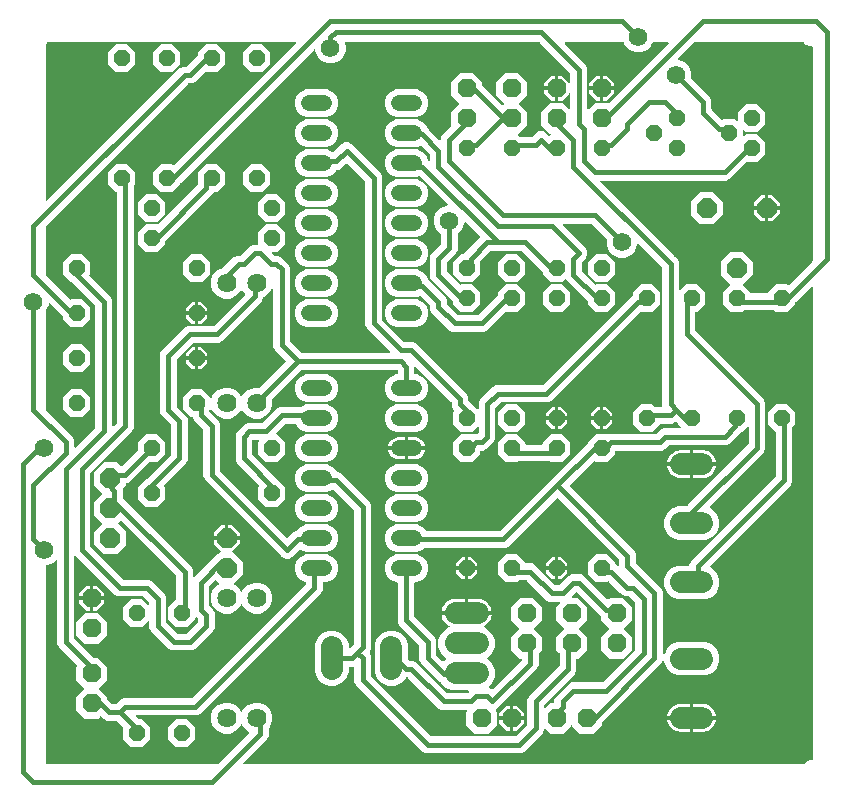
<source format=gbr>
G04 EAGLE Gerber RS-274X export*
G75*
%MOMM*%
%FSLAX34Y34*%
%LPD*%
%INBottom Copper*%
%IPPOS*%
%AMOC8*
5,1,8,0,0,1.08239X$1,22.5*%
G01*
%ADD10C,1.828800*%
%ADD11P,1.732040X8X292.500000*%
%ADD12P,1.732040X8X112.500000*%
%ADD13P,1.732040X8X202.500000*%
%ADD14P,1.732040X8X22.500000*%
%ADD15C,1.625600*%
%ADD16C,1.320800*%
%ADD17C,1.879600*%
%ADD18P,1.814519X8X292.500000*%
%ADD19P,1.429621X8X112.500000*%
%ADD20P,1.429621X8X22.500000*%
%ADD21P,1.429621X8X292.500000*%
%ADD22P,1.429621X8X202.500000*%
%ADD23P,1.814519X8X22.500000*%
%ADD24C,0.406400*%
%ADD25C,1.562000*%

G36*
X348111Y24654D02*
X348111Y24654D01*
X348202Y24661D01*
X348231Y24673D01*
X348263Y24679D01*
X348344Y24721D01*
X348428Y24757D01*
X348460Y24783D01*
X348481Y24794D01*
X348503Y24817D01*
X348559Y24862D01*
X374467Y50770D01*
X374494Y50807D01*
X374527Y50838D01*
X374565Y50906D01*
X374610Y50970D01*
X374624Y51013D01*
X374646Y51054D01*
X374660Y51130D01*
X374683Y51205D01*
X374682Y51250D01*
X374690Y51296D01*
X374678Y51373D01*
X374676Y51450D01*
X374661Y51494D01*
X374654Y51539D01*
X374619Y51608D01*
X374592Y51682D01*
X374563Y51717D01*
X374542Y51758D01*
X374487Y51813D01*
X374438Y51874D01*
X374400Y51898D01*
X374367Y51931D01*
X374247Y51996D01*
X374231Y52007D01*
X374227Y52008D01*
X374220Y52011D01*
X373518Y52302D01*
X369802Y56018D01*
X369003Y57947D01*
X368965Y58008D01*
X368936Y58073D01*
X368901Y58111D01*
X368874Y58156D01*
X368818Y58201D01*
X368770Y58254D01*
X368724Y58279D01*
X368684Y58312D01*
X368617Y58338D01*
X368554Y58373D01*
X368503Y58382D01*
X368455Y58401D01*
X368383Y58404D01*
X368312Y58416D01*
X368261Y58409D01*
X368209Y58411D01*
X368140Y58391D01*
X368069Y58381D01*
X368023Y58357D01*
X367973Y58342D01*
X367914Y58302D01*
X367850Y58269D01*
X367813Y58232D01*
X367771Y58202D01*
X367728Y58145D01*
X367678Y58094D01*
X367643Y58031D01*
X367624Y58005D01*
X367617Y57983D01*
X367597Y57947D01*
X366798Y56018D01*
X363082Y52302D01*
X358227Y50291D01*
X352973Y50291D01*
X348118Y52302D01*
X344402Y56018D01*
X342391Y60873D01*
X342391Y66127D01*
X344402Y70982D01*
X348118Y74698D01*
X352973Y76709D01*
X358227Y76709D01*
X363082Y74698D01*
X366798Y70982D01*
X367597Y69053D01*
X367635Y68992D01*
X367664Y68927D01*
X367699Y68889D01*
X367726Y68844D01*
X367782Y68799D01*
X367830Y68746D01*
X367876Y68721D01*
X367916Y68688D01*
X367983Y68662D01*
X368046Y68627D01*
X368097Y68618D01*
X368145Y68599D01*
X368217Y68596D01*
X368288Y68584D01*
X368339Y68591D01*
X368391Y68589D01*
X368460Y68609D01*
X368531Y68619D01*
X368577Y68643D01*
X368627Y68658D01*
X368686Y68698D01*
X368750Y68731D01*
X368787Y68768D01*
X368829Y68798D01*
X368872Y68855D01*
X368922Y68906D01*
X368957Y68969D01*
X368976Y68995D01*
X368983Y69017D01*
X369003Y69053D01*
X369802Y70982D01*
X373518Y74698D01*
X378373Y76709D01*
X383627Y76709D01*
X388482Y74698D01*
X392198Y70982D01*
X394209Y66127D01*
X394209Y60873D01*
X392198Y56018D01*
X391384Y55204D01*
X391331Y55130D01*
X391271Y55060D01*
X391259Y55030D01*
X391240Y55004D01*
X391213Y54917D01*
X391179Y54832D01*
X391175Y54791D01*
X391168Y54769D01*
X391169Y54737D01*
X391161Y54665D01*
X391161Y48877D01*
X390078Y46263D01*
X387970Y44155D01*
X369753Y25938D01*
X369711Y25880D01*
X369662Y25828D01*
X369640Y25781D01*
X369610Y25739D01*
X369589Y25670D01*
X369558Y25605D01*
X369553Y25553D01*
X369537Y25503D01*
X369539Y25432D01*
X369531Y25361D01*
X369542Y25310D01*
X369544Y25258D01*
X369568Y25190D01*
X369584Y25120D01*
X369610Y25076D01*
X369628Y25027D01*
X369673Y24971D01*
X369710Y24909D01*
X369749Y24875D01*
X369782Y24835D01*
X369842Y24796D01*
X369897Y24749D01*
X369945Y24730D01*
X369989Y24702D01*
X370058Y24684D01*
X370125Y24657D01*
X370196Y24649D01*
X370227Y24641D01*
X370251Y24643D01*
X370291Y24639D01*
X843713Y24639D01*
X843803Y24654D01*
X843894Y24661D01*
X843924Y24673D01*
X843956Y24679D01*
X844037Y24721D01*
X844120Y24757D01*
X844153Y24783D01*
X844173Y24794D01*
X844195Y24817D01*
X844251Y24862D01*
X845909Y26519D01*
X849147Y27861D01*
X850900Y27861D01*
X850920Y27864D01*
X850939Y27862D01*
X851041Y27884D01*
X851143Y27900D01*
X851160Y27910D01*
X851180Y27914D01*
X851269Y27967D01*
X851360Y28016D01*
X851374Y28030D01*
X851391Y28040D01*
X851458Y28119D01*
X851530Y28194D01*
X851538Y28212D01*
X851551Y28227D01*
X851590Y28323D01*
X851633Y28417D01*
X851635Y28437D01*
X851643Y28455D01*
X851661Y28622D01*
X851661Y428285D01*
X851650Y428355D01*
X851648Y428427D01*
X851630Y428476D01*
X851622Y428527D01*
X851588Y428591D01*
X851563Y428658D01*
X851531Y428699D01*
X851506Y428745D01*
X851455Y428794D01*
X851410Y428850D01*
X851366Y428878D01*
X851328Y428914D01*
X851263Y428944D01*
X851203Y428983D01*
X851152Y428996D01*
X851105Y429018D01*
X851034Y429026D01*
X850964Y429043D01*
X850912Y429039D01*
X850861Y429045D01*
X850790Y429029D01*
X850719Y429024D01*
X850671Y429004D01*
X850620Y428992D01*
X850559Y428956D01*
X850493Y428928D01*
X850437Y428883D01*
X850409Y428866D01*
X850394Y428849D01*
X850362Y428823D01*
X837408Y415869D01*
X837355Y415795D01*
X837295Y415725D01*
X837283Y415695D01*
X837264Y415669D01*
X837237Y415582D01*
X837203Y415497D01*
X837199Y415456D01*
X837192Y415434D01*
X837193Y415402D01*
X837185Y415331D01*
X837185Y414260D01*
X830340Y407415D01*
X820660Y407415D01*
X819359Y408716D01*
X819285Y408769D01*
X819216Y408829D01*
X819185Y408841D01*
X819159Y408860D01*
X819072Y408887D01*
X818987Y408921D01*
X818946Y408925D01*
X818924Y408932D01*
X818892Y408931D01*
X818821Y408939D01*
X794079Y408939D01*
X793989Y408925D01*
X793898Y408917D01*
X793869Y408905D01*
X793837Y408900D01*
X793756Y408857D01*
X793672Y408821D01*
X793640Y408795D01*
X793619Y408784D01*
X793597Y408761D01*
X793541Y408716D01*
X792240Y407415D01*
X782560Y407415D01*
X775715Y414260D01*
X775715Y423940D01*
X781780Y430004D01*
X781791Y430021D01*
X781807Y430033D01*
X781863Y430120D01*
X781923Y430204D01*
X781929Y430223D01*
X781940Y430240D01*
X781965Y430340D01*
X781996Y430439D01*
X781995Y430459D01*
X782000Y430479D01*
X781992Y430582D01*
X781989Y430685D01*
X781982Y430704D01*
X781981Y430724D01*
X781941Y430819D01*
X781905Y430916D01*
X781892Y430932D01*
X781885Y430950D01*
X781780Y431081D01*
X773937Y438924D01*
X773937Y450076D01*
X781824Y457963D01*
X792976Y457963D01*
X800863Y450076D01*
X800863Y438924D01*
X793020Y431081D01*
X793009Y431065D01*
X792993Y431052D01*
X792937Y430965D01*
X792877Y430881D01*
X792871Y430862D01*
X792860Y430846D01*
X792835Y430745D01*
X792804Y430646D01*
X792805Y430626D01*
X792800Y430607D01*
X792808Y430504D01*
X792811Y430400D01*
X792818Y430382D01*
X792819Y430362D01*
X792859Y430267D01*
X792895Y430169D01*
X792908Y430154D01*
X792915Y430135D01*
X793020Y430004D01*
X799085Y423940D01*
X799085Y423926D01*
X799088Y423906D01*
X799086Y423887D01*
X799108Y423785D01*
X799124Y423683D01*
X799134Y423666D01*
X799138Y423646D01*
X799191Y423557D01*
X799240Y423466D01*
X799254Y423452D01*
X799264Y423435D01*
X799343Y423368D01*
X799418Y423296D01*
X799436Y423288D01*
X799451Y423275D01*
X799547Y423236D01*
X799641Y423193D01*
X799661Y423191D01*
X799679Y423183D01*
X799846Y423165D01*
X813054Y423165D01*
X813074Y423168D01*
X813093Y423166D01*
X813195Y423188D01*
X813297Y423204D01*
X813314Y423214D01*
X813334Y423218D01*
X813423Y423271D01*
X813514Y423320D01*
X813528Y423334D01*
X813545Y423344D01*
X813612Y423423D01*
X813684Y423498D01*
X813692Y423516D01*
X813705Y423531D01*
X813744Y423627D01*
X813787Y423721D01*
X813789Y423741D01*
X813797Y423759D01*
X813815Y423926D01*
X813815Y423940D01*
X820660Y430785D01*
X830340Y430785D01*
X830735Y430390D01*
X830751Y430378D01*
X830763Y430363D01*
X830850Y430307D01*
X830934Y430247D01*
X830953Y430241D01*
X830970Y430230D01*
X831071Y430205D01*
X831169Y430174D01*
X831189Y430175D01*
X831209Y430170D01*
X831312Y430178D01*
X831415Y430181D01*
X831434Y430187D01*
X831454Y430189D01*
X831549Y430229D01*
X831646Y430265D01*
X831662Y430277D01*
X831680Y430285D01*
X831811Y430390D01*
X851438Y450017D01*
X851491Y450091D01*
X851551Y450161D01*
X851563Y450191D01*
X851582Y450217D01*
X851609Y450304D01*
X851643Y450389D01*
X851647Y450430D01*
X851654Y450452D01*
X851653Y450484D01*
X851661Y450555D01*
X851661Y631778D01*
X851658Y631798D01*
X851660Y631817D01*
X851638Y631919D01*
X851622Y632021D01*
X851612Y632038D01*
X851608Y632058D01*
X851555Y632147D01*
X851506Y632238D01*
X851492Y632252D01*
X851482Y632269D01*
X851403Y632336D01*
X851328Y632408D01*
X851310Y632416D01*
X851295Y632429D01*
X851199Y632468D01*
X851105Y632511D01*
X851085Y632513D01*
X851067Y632521D01*
X850900Y632539D01*
X849147Y632539D01*
X845909Y633881D01*
X844251Y635538D01*
X844177Y635591D01*
X844108Y635651D01*
X844078Y635663D01*
X844052Y635682D01*
X843965Y635709D01*
X843880Y635743D01*
X843839Y635747D01*
X843817Y635754D01*
X843784Y635753D01*
X843713Y635761D01*
X751291Y635761D01*
X751201Y635747D01*
X751110Y635739D01*
X751081Y635727D01*
X751049Y635722D01*
X750968Y635679D01*
X750884Y635643D01*
X750852Y635617D01*
X750831Y635606D01*
X750809Y635583D01*
X750753Y635538D01*
X737481Y622266D01*
X737439Y622208D01*
X737390Y622156D01*
X737368Y622109D01*
X737338Y622067D01*
X737317Y621998D01*
X737286Y621933D01*
X737281Y621881D01*
X737265Y621831D01*
X737267Y621760D01*
X737259Y621689D01*
X737270Y621638D01*
X737272Y621586D01*
X737296Y621518D01*
X737311Y621448D01*
X737338Y621404D01*
X737356Y621355D01*
X737401Y621299D01*
X737438Y621237D01*
X737477Y621203D01*
X737510Y621163D01*
X737570Y621124D01*
X737625Y621077D01*
X737673Y621058D01*
X737717Y621030D01*
X737786Y621012D01*
X737853Y620985D01*
X737924Y620977D01*
X737955Y620969D01*
X737979Y620971D01*
X738019Y620967D01*
X738656Y620967D01*
X743394Y619004D01*
X747020Y615378D01*
X748983Y610640D01*
X748983Y605559D01*
X748997Y605469D01*
X749005Y605378D01*
X749017Y605349D01*
X749022Y605317D01*
X749065Y605236D01*
X749101Y605152D01*
X749127Y605120D01*
X749138Y605099D01*
X749161Y605077D01*
X749206Y605021D01*
X764982Y589245D01*
X766065Y586631D01*
X766065Y579334D01*
X766079Y579243D01*
X766087Y579153D01*
X766099Y579123D01*
X766104Y579091D01*
X766147Y579010D01*
X766183Y578926D01*
X766209Y578894D01*
X766220Y578873D01*
X766243Y578851D01*
X766288Y578795D01*
X774866Y570217D01*
X774882Y570205D01*
X774894Y570190D01*
X774981Y570134D01*
X775066Y570074D01*
X775085Y570068D01*
X775101Y570057D01*
X775202Y570032D01*
X775301Y570001D01*
X775321Y570002D01*
X775340Y569997D01*
X775443Y570005D01*
X775547Y570008D01*
X775565Y570014D01*
X775585Y570016D01*
X775680Y570056D01*
X775778Y570092D01*
X775793Y570104D01*
X775811Y570112D01*
X775942Y570217D01*
X776210Y570485D01*
X785890Y570485D01*
X787116Y569259D01*
X787174Y569217D01*
X787226Y569168D01*
X787273Y569146D01*
X787315Y569115D01*
X787384Y569094D01*
X787449Y569064D01*
X787501Y569058D01*
X787551Y569043D01*
X787622Y569045D01*
X787693Y569037D01*
X787744Y569048D01*
X787796Y569049D01*
X787864Y569074D01*
X787934Y569089D01*
X787979Y569116D01*
X788027Y569134D01*
X788083Y569179D01*
X788145Y569215D01*
X788179Y569255D01*
X788219Y569288D01*
X788258Y569348D01*
X788305Y569402D01*
X788324Y569451D01*
X788352Y569494D01*
X788370Y569564D01*
X788397Y569631D01*
X788405Y569702D01*
X788413Y569733D01*
X788411Y569756D01*
X788415Y569797D01*
X788415Y576340D01*
X795260Y583185D01*
X804940Y583185D01*
X811785Y576340D01*
X811785Y566660D01*
X804940Y559815D01*
X795260Y559815D01*
X794034Y561041D01*
X793976Y561083D01*
X793924Y561132D01*
X793877Y561154D01*
X793835Y561185D01*
X793766Y561206D01*
X793701Y561236D01*
X793649Y561242D01*
X793599Y561257D01*
X793528Y561255D01*
X793457Y561263D01*
X793406Y561252D01*
X793354Y561251D01*
X793286Y561226D01*
X793216Y561211D01*
X793171Y561184D01*
X793123Y561166D01*
X793067Y561121D01*
X793005Y561085D01*
X792971Y561045D01*
X792931Y561012D01*
X792892Y560952D01*
X792845Y560898D01*
X792826Y560849D01*
X792798Y560806D01*
X792780Y560736D01*
X792753Y560669D01*
X792745Y560598D01*
X792737Y560567D01*
X792739Y560544D01*
X792735Y560503D01*
X792735Y557097D01*
X792746Y557027D01*
X792748Y556955D01*
X792766Y556906D01*
X792774Y556854D01*
X792808Y556791D01*
X792833Y556724D01*
X792865Y556683D01*
X792890Y556637D01*
X792942Y556588D01*
X792986Y556532D01*
X793030Y556504D01*
X793068Y556468D01*
X793133Y556438D01*
X793193Y556399D01*
X793244Y556386D01*
X793291Y556364D01*
X793362Y556356D01*
X793432Y556339D01*
X793484Y556343D01*
X793535Y556337D01*
X793606Y556352D01*
X793677Y556358D01*
X793725Y556378D01*
X793776Y556389D01*
X793837Y556426D01*
X793903Y556454D01*
X793959Y556499D01*
X793987Y556515D01*
X794002Y556533D01*
X794034Y556559D01*
X795260Y557785D01*
X804940Y557785D01*
X811785Y550940D01*
X811785Y541260D01*
X804940Y534415D01*
X796250Y534415D01*
X796159Y534401D01*
X796069Y534393D01*
X796039Y534381D01*
X796007Y534376D01*
X795926Y534333D01*
X795842Y534297D01*
X795810Y534271D01*
X795789Y534260D01*
X795767Y534237D01*
X795711Y534192D01*
X781269Y519750D01*
X778655Y518667D01*
X672805Y518667D01*
X672735Y518656D01*
X672663Y518654D01*
X672614Y518636D01*
X672563Y518628D01*
X672499Y518594D01*
X672432Y518569D01*
X672391Y518537D01*
X672345Y518512D01*
X672296Y518460D01*
X672240Y518416D01*
X672212Y518372D01*
X672176Y518334D01*
X672146Y518269D01*
X672107Y518209D01*
X672094Y518158D01*
X672072Y518111D01*
X672064Y518040D01*
X672047Y517970D01*
X672051Y517918D01*
X672045Y517867D01*
X672060Y517796D01*
X672066Y517725D01*
X672086Y517677D01*
X672097Y517626D01*
X672134Y517565D01*
X672162Y517499D01*
X672207Y517443D01*
X672224Y517415D01*
X672241Y517400D01*
X672267Y517368D01*
X735442Y454193D01*
X737550Y452085D01*
X738633Y449471D01*
X738633Y426795D01*
X738644Y426725D01*
X738646Y426653D01*
X738664Y426604D01*
X738672Y426552D01*
X738706Y426489D01*
X738731Y426422D01*
X738763Y426381D01*
X738788Y426335D01*
X738840Y426286D01*
X738884Y426230D01*
X738928Y426202D01*
X738966Y426166D01*
X739031Y426136D01*
X739091Y426097D01*
X739142Y426084D01*
X739189Y426062D01*
X739260Y426054D01*
X739330Y426037D01*
X739382Y426041D01*
X739433Y426035D01*
X739504Y426050D01*
X739575Y426056D01*
X739623Y426076D01*
X739674Y426087D01*
X739735Y426124D01*
X739801Y426152D01*
X739857Y426197D01*
X739885Y426213D01*
X739900Y426231D01*
X739932Y426257D01*
X744460Y430785D01*
X754140Y430785D01*
X760985Y423940D01*
X760985Y414260D01*
X754140Y407415D01*
X753110Y407415D01*
X753090Y407412D01*
X753071Y407414D01*
X752969Y407392D01*
X752867Y407376D01*
X752850Y407366D01*
X752830Y407362D01*
X752741Y407309D01*
X752650Y407260D01*
X752636Y407246D01*
X752619Y407236D01*
X752552Y407157D01*
X752480Y407082D01*
X752472Y407064D01*
X752459Y407049D01*
X752420Y406953D01*
X752377Y406859D01*
X752375Y406839D01*
X752367Y406821D01*
X752349Y406654D01*
X752349Y391881D01*
X752363Y391791D01*
X752371Y391700D01*
X752383Y391671D01*
X752388Y391639D01*
X752431Y391558D01*
X752467Y391474D01*
X752493Y391442D01*
X752504Y391421D01*
X752527Y391399D01*
X752572Y391343D01*
X808594Y335321D01*
X810702Y333213D01*
X811785Y330599D01*
X811785Y291193D01*
X810702Y288579D01*
X764677Y242554D01*
X764650Y242517D01*
X764617Y242486D01*
X764579Y242417D01*
X764534Y242354D01*
X764520Y242311D01*
X764498Y242270D01*
X764484Y242194D01*
X764461Y242119D01*
X764462Y242074D01*
X764454Y242028D01*
X764466Y241951D01*
X764468Y241874D01*
X764483Y241830D01*
X764490Y241785D01*
X764525Y241716D01*
X764552Y241642D01*
X764581Y241607D01*
X764602Y241566D01*
X764657Y241511D01*
X764706Y241450D01*
X764744Y241426D01*
X764777Y241393D01*
X764897Y241328D01*
X764913Y241317D01*
X764917Y241316D01*
X764924Y241313D01*
X766502Y240659D01*
X770503Y236658D01*
X772669Y231429D01*
X772669Y225771D01*
X770503Y220542D01*
X766502Y216541D01*
X761273Y214375D01*
X737327Y214375D01*
X732098Y216541D01*
X728097Y220542D01*
X725931Y225771D01*
X725931Y231429D01*
X728097Y236658D01*
X732098Y240659D01*
X737327Y242825D01*
X744515Y242825D01*
X744605Y242839D01*
X744696Y242847D01*
X744725Y242859D01*
X744757Y242864D01*
X744838Y242907D01*
X744922Y242943D01*
X744954Y242969D01*
X744975Y242980D01*
X744997Y243003D01*
X745053Y243048D01*
X745886Y243881D01*
X797336Y295331D01*
X797389Y295405D01*
X797449Y295475D01*
X797461Y295505D01*
X797480Y295531D01*
X797507Y295618D01*
X797541Y295703D01*
X797545Y295744D01*
X797552Y295766D01*
X797551Y295798D01*
X797559Y295870D01*
X797559Y309297D01*
X797548Y309367D01*
X797546Y309439D01*
X797528Y309488D01*
X797520Y309540D01*
X797486Y309603D01*
X797461Y309670D01*
X797429Y309711D01*
X797404Y309757D01*
X797352Y309806D01*
X797308Y309862D01*
X797264Y309890D01*
X797226Y309926D01*
X797161Y309956D01*
X797101Y309995D01*
X797050Y310008D01*
X797003Y310030D01*
X796932Y310038D01*
X796862Y310055D01*
X796810Y310051D01*
X796759Y310057D01*
X796688Y310042D01*
X796617Y310036D01*
X796569Y310016D01*
X796518Y310005D01*
X796457Y309968D01*
X796391Y309940D01*
X796335Y309895D01*
X796307Y309879D01*
X796292Y309861D01*
X796260Y309835D01*
X792240Y305815D01*
X791677Y305815D01*
X791587Y305801D01*
X791496Y305793D01*
X791467Y305781D01*
X791435Y305776D01*
X791354Y305733D01*
X791270Y305697D01*
X791238Y305671D01*
X791217Y305660D01*
X791195Y305637D01*
X791139Y305592D01*
X783377Y297830D01*
X781269Y295722D01*
X778655Y294639D01*
X730210Y294639D01*
X730119Y294625D01*
X730029Y294617D01*
X729999Y294605D01*
X729967Y294600D01*
X729886Y294557D01*
X729802Y294521D01*
X729770Y294495D01*
X729749Y294484D01*
X729727Y294461D01*
X729671Y294416D01*
X726405Y291150D01*
X723791Y290067D01*
X685546Y290067D01*
X685526Y290064D01*
X685507Y290066D01*
X685405Y290044D01*
X685303Y290028D01*
X685286Y290018D01*
X685266Y290014D01*
X685177Y289961D01*
X685086Y289912D01*
X685072Y289898D01*
X685055Y289888D01*
X684988Y289809D01*
X684916Y289734D01*
X684908Y289716D01*
X684895Y289701D01*
X684856Y289605D01*
X684813Y289511D01*
X684811Y289491D01*
X684803Y289473D01*
X684785Y289306D01*
X684785Y287260D01*
X677940Y280415D01*
X668260Y280415D01*
X667357Y281318D01*
X667341Y281330D01*
X667329Y281345D01*
X667242Y281401D01*
X667158Y281461D01*
X667139Y281467D01*
X667122Y281478D01*
X667021Y281503D01*
X666923Y281534D01*
X666903Y281533D01*
X666883Y281538D01*
X666780Y281530D01*
X666677Y281527D01*
X666658Y281521D01*
X666638Y281519D01*
X666543Y281479D01*
X666446Y281443D01*
X666430Y281430D01*
X666412Y281423D01*
X666281Y281318D01*
X646105Y261142D01*
X646094Y261126D01*
X646078Y261114D01*
X646048Y261066D01*
X646036Y261054D01*
X646027Y261034D01*
X646022Y261026D01*
X645962Y260943D01*
X645956Y260924D01*
X645945Y260907D01*
X645920Y260806D01*
X645889Y260707D01*
X645890Y260688D01*
X645885Y260668D01*
X645893Y260565D01*
X645896Y260462D01*
X645903Y260443D01*
X645904Y260423D01*
X645945Y260328D01*
X645980Y260231D01*
X645993Y260215D01*
X646000Y260197D01*
X646105Y260066D01*
X700974Y205197D01*
X702057Y202583D01*
X702057Y195286D01*
X702071Y195195D01*
X702079Y195105D01*
X702091Y195075D01*
X702096Y195043D01*
X702139Y194962D01*
X702175Y194878D01*
X702201Y194846D01*
X702212Y194825D01*
X702235Y194803D01*
X702280Y194747D01*
X723834Y173193D01*
X724917Y170579D01*
X724917Y118253D01*
X724919Y118241D01*
X724918Y118233D01*
X724927Y118191D01*
X724932Y118157D01*
X724942Y118060D01*
X724952Y118036D01*
X724956Y118010D01*
X725002Y117924D01*
X725042Y117835D01*
X725059Y117816D01*
X725072Y117793D01*
X725142Y117726D01*
X725208Y117654D01*
X725231Y117642D01*
X725250Y117624D01*
X725338Y117583D01*
X725424Y117536D01*
X725449Y117531D01*
X725473Y117520D01*
X725570Y117509D01*
X725666Y117492D01*
X725692Y117496D01*
X725717Y117493D01*
X725813Y117514D01*
X725909Y117528D01*
X725932Y117540D01*
X725958Y117545D01*
X726041Y117595D01*
X726128Y117639D01*
X726147Y117658D01*
X726169Y117671D01*
X726232Y117745D01*
X726300Y117815D01*
X726316Y117844D01*
X726329Y117858D01*
X726341Y117889D01*
X726381Y117962D01*
X728097Y122104D01*
X732098Y126105D01*
X737327Y128271D01*
X761273Y128271D01*
X766502Y126105D01*
X770503Y122104D01*
X772669Y116875D01*
X772669Y111217D01*
X770503Y105988D01*
X766502Y101987D01*
X761273Y99821D01*
X737327Y99821D01*
X732098Y101987D01*
X728097Y105988D01*
X725931Y111217D01*
X725931Y111507D01*
X725916Y111604D01*
X725906Y111701D01*
X725896Y111724D01*
X725892Y111750D01*
X725846Y111836D01*
X725806Y111925D01*
X725789Y111945D01*
X725776Y111968D01*
X725706Y112035D01*
X725640Y112106D01*
X725617Y112119D01*
X725598Y112137D01*
X725510Y112178D01*
X725424Y112225D01*
X725399Y112230D01*
X725375Y112241D01*
X725278Y112251D01*
X725182Y112269D01*
X725156Y112265D01*
X725131Y112268D01*
X725035Y112247D01*
X724939Y112233D01*
X724916Y112221D01*
X724890Y112215D01*
X724807Y112166D01*
X724720Y112121D01*
X724701Y112103D01*
X724679Y112089D01*
X724616Y112015D01*
X724548Y111946D01*
X724532Y111917D01*
X724519Y111902D01*
X724507Y111872D01*
X724467Y111799D01*
X723834Y110271D01*
X721726Y108163D01*
X673705Y60142D01*
X673652Y60068D01*
X673592Y59998D01*
X673580Y59968D01*
X673561Y59942D01*
X673534Y59855D01*
X673500Y59770D01*
X673496Y59729D01*
X673489Y59707D01*
X673490Y59675D01*
X673482Y59604D01*
X673482Y58081D01*
X665819Y50418D01*
X654981Y50418D01*
X648238Y57161D01*
X648222Y57173D01*
X648210Y57189D01*
X648141Y57233D01*
X648107Y57262D01*
X648087Y57270D01*
X648039Y57305D01*
X648020Y57311D01*
X648003Y57322D01*
X647902Y57347D01*
X647803Y57377D01*
X647784Y57377D01*
X647764Y57382D01*
X647661Y57374D01*
X647558Y57371D01*
X647539Y57364D01*
X647519Y57362D01*
X647452Y57334D01*
X647445Y57333D01*
X647430Y57325D01*
X647424Y57322D01*
X647327Y57286D01*
X647311Y57274D01*
X647293Y57266D01*
X647240Y57224D01*
X647228Y57218D01*
X647215Y57204D01*
X647162Y57161D01*
X640419Y50418D01*
X629581Y50418D01*
X625632Y54367D01*
X625574Y54409D01*
X625522Y54459D01*
X625475Y54481D01*
X625433Y54511D01*
X625364Y54532D01*
X625299Y54562D01*
X625247Y54568D01*
X625197Y54583D01*
X625126Y54581D01*
X625055Y54589D01*
X625004Y54578D01*
X624952Y54577D01*
X624884Y54552D01*
X624814Y54537D01*
X624769Y54510D01*
X624721Y54492D01*
X624665Y54448D01*
X624603Y54411D01*
X624569Y54371D01*
X624529Y54339D01*
X624490Y54278D01*
X624443Y54224D01*
X624424Y54176D01*
X624396Y54132D01*
X624378Y54062D01*
X624351Y53996D01*
X624343Y53924D01*
X624335Y53893D01*
X624337Y53870D01*
X624333Y53829D01*
X624333Y53449D01*
X623250Y50835D01*
X607533Y35118D01*
X604919Y34035D01*
X524365Y34035D01*
X521751Y35118D01*
X464886Y91983D01*
X463803Y94597D01*
X463803Y106426D01*
X463800Y106446D01*
X463802Y106465D01*
X463780Y106567D01*
X463764Y106669D01*
X463754Y106686D01*
X463750Y106706D01*
X463697Y106795D01*
X463648Y106886D01*
X463634Y106900D01*
X463624Y106917D01*
X463545Y106984D01*
X463470Y107056D01*
X463452Y107064D01*
X463437Y107077D01*
X463341Y107116D01*
X463247Y107159D01*
X463227Y107161D01*
X463209Y107169D01*
X463042Y107187D01*
X459740Y107187D01*
X459720Y107184D01*
X459701Y107186D01*
X459599Y107164D01*
X459497Y107148D01*
X459480Y107138D01*
X459460Y107134D01*
X459371Y107081D01*
X459280Y107032D01*
X459266Y107018D01*
X459249Y107008D01*
X459182Y106929D01*
X459110Y106854D01*
X459102Y106836D01*
X459089Y106821D01*
X459050Y106725D01*
X459007Y106631D01*
X459005Y106611D01*
X458997Y106593D01*
X458979Y106426D01*
X458979Y102327D01*
X456813Y97098D01*
X452812Y93097D01*
X447583Y90931D01*
X441925Y90931D01*
X436696Y93097D01*
X432695Y97098D01*
X430529Y102327D01*
X430529Y126273D01*
X432695Y131502D01*
X436696Y135503D01*
X441925Y137669D01*
X447583Y137669D01*
X452812Y135503D01*
X456813Y131502D01*
X458979Y126273D01*
X458979Y123403D01*
X458990Y123333D01*
X458992Y123261D01*
X459010Y123212D01*
X459018Y123161D01*
X459052Y123097D01*
X459077Y123030D01*
X459109Y122989D01*
X459134Y122943D01*
X459186Y122894D01*
X459230Y122838D01*
X459274Y122810D01*
X459312Y122774D01*
X459377Y122744D01*
X459437Y122705D01*
X459488Y122692D01*
X459535Y122670D01*
X459606Y122662D01*
X459676Y122645D01*
X459728Y122649D01*
X459779Y122643D01*
X459850Y122658D01*
X459921Y122664D01*
X459969Y122684D01*
X460020Y122695D01*
X460081Y122732D01*
X460147Y122760D01*
X460203Y122805D01*
X460231Y122822D01*
X460246Y122839D01*
X460278Y122865D01*
X462422Y125009D01*
X463580Y126167D01*
X463633Y126241D01*
X463693Y126311D01*
X463705Y126341D01*
X463724Y126367D01*
X463751Y126454D01*
X463785Y126539D01*
X463789Y126580D01*
X463796Y126602D01*
X463795Y126634D01*
X463803Y126706D01*
X463803Y239054D01*
X463789Y239145D01*
X463781Y239235D01*
X463769Y239265D01*
X463764Y239297D01*
X463721Y239378D01*
X463685Y239462D01*
X463659Y239494D01*
X463648Y239515D01*
X463625Y239537D01*
X463580Y239593D01*
X446239Y256934D01*
X446223Y256946D01*
X446211Y256961D01*
X446123Y257017D01*
X446039Y257077D01*
X446020Y257083D01*
X446004Y257094D01*
X445903Y257119D01*
X445804Y257150D01*
X445784Y257149D01*
X445765Y257154D01*
X445662Y257146D01*
X445558Y257143D01*
X445540Y257137D01*
X445520Y257135D01*
X445425Y257095D01*
X445327Y257059D01*
X445312Y257047D01*
X445294Y257039D01*
X445163Y256934D01*
X445023Y256794D01*
X440728Y255015D01*
X422872Y255015D01*
X418577Y256794D01*
X415290Y260081D01*
X413511Y264376D01*
X413511Y269024D01*
X415290Y273319D01*
X418577Y276606D01*
X422872Y278385D01*
X440728Y278385D01*
X445023Y276606D01*
X448310Y273319D01*
X448542Y272759D01*
X448604Y272659D01*
X448663Y272559D01*
X448668Y272555D01*
X448671Y272550D01*
X448761Y272475D01*
X448850Y272399D01*
X448856Y272397D01*
X448861Y272393D01*
X448970Y272351D01*
X449078Y272307D01*
X449086Y272306D01*
X449091Y272305D01*
X449109Y272304D01*
X449245Y272289D01*
X449471Y272289D01*
X452085Y271206D01*
X476946Y246345D01*
X478029Y243731D01*
X478029Y122029D01*
X476946Y119415D01*
X476941Y119410D01*
X476930Y119394D01*
X476914Y119382D01*
X476858Y119295D01*
X476798Y119211D01*
X476792Y119192D01*
X476781Y119175D01*
X476756Y119074D01*
X476725Y118976D01*
X476726Y118956D01*
X476721Y118936D01*
X476729Y118833D01*
X476732Y118730D01*
X476739Y118711D01*
X476740Y118691D01*
X476780Y118596D01*
X476816Y118499D01*
X476829Y118483D01*
X476836Y118465D01*
X476941Y118334D01*
X476946Y118329D01*
X478029Y115715D01*
X478029Y99274D01*
X478043Y99183D01*
X478051Y99093D01*
X478063Y99063D01*
X478068Y99031D01*
X478111Y98950D01*
X478147Y98866D01*
X478173Y98834D01*
X478184Y98813D01*
X478207Y98791D01*
X478252Y98735D01*
X528503Y48484D01*
X528577Y48431D01*
X528647Y48371D01*
X528677Y48359D01*
X528703Y48340D01*
X528790Y48313D01*
X528875Y48279D01*
X528916Y48275D01*
X528938Y48268D01*
X528970Y48269D01*
X529042Y48261D01*
X600242Y48261D01*
X600333Y48275D01*
X600423Y48283D01*
X600453Y48295D01*
X600485Y48300D01*
X600566Y48343D01*
X600650Y48379D01*
X600682Y48405D01*
X600703Y48416D01*
X600725Y48439D01*
X600781Y48484D01*
X609884Y57587D01*
X609937Y57661D01*
X609997Y57731D01*
X610009Y57761D01*
X610028Y57787D01*
X610055Y57874D01*
X610061Y57889D01*
X610079Y57929D01*
X610080Y57937D01*
X610089Y57959D01*
X610093Y58000D01*
X610100Y58022D01*
X610099Y58054D01*
X610107Y58126D01*
X610107Y79139D01*
X611190Y81753D01*
X637316Y107879D01*
X637365Y107946D01*
X637366Y107948D01*
X637367Y107950D01*
X637369Y107953D01*
X637429Y108023D01*
X637441Y108053D01*
X637460Y108079D01*
X637487Y108166D01*
X637521Y108251D01*
X637525Y108292D01*
X637532Y108314D01*
X637531Y108346D01*
X637539Y108418D01*
X637539Y118345D01*
X637525Y118435D01*
X637517Y118526D01*
X637505Y118556D01*
X637500Y118588D01*
X637457Y118668D01*
X637421Y118752D01*
X637395Y118785D01*
X637384Y118805D01*
X637361Y118827D01*
X637316Y118883D01*
X634618Y121581D01*
X634618Y132419D01*
X641361Y139162D01*
X641373Y139178D01*
X641389Y139190D01*
X641445Y139278D01*
X641505Y139361D01*
X641511Y139380D01*
X641522Y139397D01*
X641547Y139498D01*
X641577Y139597D01*
X641577Y139616D01*
X641582Y139636D01*
X641574Y139739D01*
X641571Y139842D01*
X641564Y139861D01*
X641562Y139881D01*
X641522Y139976D01*
X641486Y140073D01*
X641474Y140089D01*
X641466Y140107D01*
X641361Y140238D01*
X634618Y146981D01*
X634618Y157819D01*
X637551Y160752D01*
X637593Y160810D01*
X637643Y160862D01*
X637665Y160909D01*
X637695Y160951D01*
X637716Y161020D01*
X637746Y161085D01*
X637752Y161137D01*
X637767Y161187D01*
X637765Y161258D01*
X637773Y161329D01*
X637762Y161380D01*
X637761Y161432D01*
X637736Y161500D01*
X637721Y161570D01*
X637694Y161615D01*
X637676Y161663D01*
X637632Y161719D01*
X637595Y161781D01*
X637555Y161815D01*
X637523Y161855D01*
X637462Y161894D01*
X637408Y161941D01*
X637360Y161960D01*
X637316Y161988D01*
X637246Y162006D01*
X637180Y162033D01*
X637108Y162041D01*
X637077Y162049D01*
X637054Y162047D01*
X637013Y162051D01*
X629521Y162051D01*
X626907Y163134D01*
X609925Y180116D01*
X609851Y180169D01*
X609781Y180229D01*
X609751Y180241D01*
X609725Y180260D01*
X609638Y180287D01*
X609553Y180321D01*
X609512Y180325D01*
X609490Y180332D01*
X609458Y180331D01*
X609386Y180339D01*
X603579Y180339D01*
X603489Y180325D01*
X603398Y180317D01*
X603368Y180305D01*
X603337Y180300D01*
X603256Y180257D01*
X603172Y180221D01*
X603140Y180195D01*
X603119Y180184D01*
X603097Y180161D01*
X603041Y180116D01*
X601740Y178815D01*
X592060Y178815D01*
X585215Y185660D01*
X585215Y195340D01*
X592060Y202185D01*
X601740Y202185D01*
X608585Y195340D01*
X608585Y195326D01*
X608588Y195306D01*
X608586Y195287D01*
X608608Y195185D01*
X608624Y195083D01*
X608634Y195066D01*
X608638Y195046D01*
X608691Y194957D01*
X608740Y194866D01*
X608754Y194852D01*
X608764Y194835D01*
X608843Y194768D01*
X608918Y194696D01*
X608936Y194688D01*
X608951Y194675D01*
X609047Y194636D01*
X609141Y194593D01*
X609161Y194591D01*
X609179Y194583D01*
X609346Y194565D01*
X614063Y194565D01*
X616677Y193482D01*
X633659Y176500D01*
X633733Y176447D01*
X633803Y176387D01*
X633833Y176375D01*
X633859Y176356D01*
X633946Y176329D01*
X634031Y176295D01*
X634072Y176291D01*
X634094Y176284D01*
X634126Y176285D01*
X634198Y176277D01*
X636818Y176277D01*
X636909Y176291D01*
X636999Y176299D01*
X637029Y176311D01*
X637061Y176316D01*
X637142Y176359D01*
X637226Y176395D01*
X637258Y176421D01*
X637279Y176432D01*
X637301Y176455D01*
X637357Y176500D01*
X645195Y184338D01*
X647809Y185421D01*
X655211Y185421D01*
X657825Y184338D01*
X677993Y164170D01*
X678009Y164158D01*
X678022Y164143D01*
X678082Y164104D01*
X678136Y164058D01*
X678165Y164046D01*
X678193Y164026D01*
X678212Y164021D01*
X678229Y164010D01*
X678300Y163992D01*
X678364Y163966D01*
X678403Y163962D01*
X678428Y163954D01*
X678448Y163955D01*
X678467Y163950D01*
X678493Y163952D01*
X678531Y163948D01*
X678532Y163948D01*
X678599Y163958D01*
X678674Y163960D01*
X678692Y163967D01*
X678712Y163969D01*
X678744Y163982D01*
X678775Y163987D01*
X678836Y164020D01*
X678905Y164045D01*
X678920Y164057D01*
X678939Y164065D01*
X678972Y164092D01*
X678992Y164102D01*
X679014Y164125D01*
X679070Y164170D01*
X680381Y165482D01*
X691219Y165482D01*
X698882Y157819D01*
X698882Y146981D01*
X692139Y140238D01*
X692127Y140222D01*
X692111Y140210D01*
X692055Y140122D01*
X691995Y140039D01*
X691989Y140020D01*
X691978Y140003D01*
X691953Y139902D01*
X691923Y139803D01*
X691923Y139784D01*
X691918Y139764D01*
X691926Y139661D01*
X691929Y139558D01*
X691936Y139539D01*
X691938Y139519D01*
X691978Y139424D01*
X692014Y139327D01*
X692026Y139311D01*
X692034Y139293D01*
X692139Y139162D01*
X698882Y132419D01*
X698882Y121581D01*
X691219Y113918D01*
X680381Y113918D01*
X672718Y121581D01*
X672718Y132419D01*
X679461Y139162D01*
X679473Y139178D01*
X679489Y139190D01*
X679545Y139278D01*
X679605Y139361D01*
X679611Y139380D01*
X679622Y139397D01*
X679647Y139498D01*
X679677Y139597D01*
X679677Y139616D01*
X679682Y139636D01*
X679674Y139739D01*
X679671Y139842D01*
X679664Y139861D01*
X679662Y139881D01*
X679622Y139976D01*
X679586Y140073D01*
X679574Y140089D01*
X679566Y140107D01*
X679461Y140238D01*
X672718Y146981D01*
X672718Y149012D01*
X672704Y149102D01*
X672696Y149193D01*
X672684Y149222D01*
X672679Y149254D01*
X672636Y149335D01*
X672600Y149419D01*
X672574Y149451D01*
X672563Y149472D01*
X672540Y149494D01*
X672495Y149550D01*
X670519Y151526D01*
X652048Y169997D01*
X652032Y170008D01*
X652020Y170024D01*
X651932Y170080D01*
X651849Y170140D01*
X651830Y170146D01*
X651813Y170157D01*
X651712Y170182D01*
X651613Y170213D01*
X651594Y170212D01*
X651574Y170217D01*
X651471Y170209D01*
X651368Y170206D01*
X651349Y170199D01*
X651329Y170198D01*
X651234Y170158D01*
X651137Y170122D01*
X651121Y170109D01*
X651103Y170102D01*
X650972Y169997D01*
X647756Y166781D01*
X647714Y166723D01*
X647665Y166671D01*
X647643Y166624D01*
X647613Y166582D01*
X647592Y166513D01*
X647561Y166448D01*
X647556Y166396D01*
X647540Y166346D01*
X647542Y166275D01*
X647534Y166204D01*
X647545Y166153D01*
X647547Y166101D01*
X647571Y166033D01*
X647586Y165963D01*
X647613Y165919D01*
X647631Y165870D01*
X647676Y165814D01*
X647713Y165752D01*
X647752Y165718D01*
X647785Y165678D01*
X647845Y165639D01*
X647900Y165592D01*
X647948Y165573D01*
X647992Y165545D01*
X648061Y165527D01*
X648128Y165500D01*
X648199Y165492D01*
X648230Y165484D01*
X648254Y165486D01*
X648294Y165482D01*
X653119Y165482D01*
X660782Y157819D01*
X660782Y146981D01*
X654039Y140238D01*
X654027Y140222D01*
X654011Y140210D01*
X653955Y140122D01*
X653895Y140039D01*
X653889Y140020D01*
X653878Y140003D01*
X653853Y139902D01*
X653823Y139803D01*
X653823Y139784D01*
X653818Y139764D01*
X653826Y139661D01*
X653829Y139558D01*
X653836Y139539D01*
X653838Y139519D01*
X653878Y139424D01*
X653914Y139327D01*
X653926Y139311D01*
X653934Y139293D01*
X654039Y139162D01*
X660782Y132419D01*
X660782Y121581D01*
X653119Y113918D01*
X652526Y113918D01*
X652506Y113915D01*
X652487Y113917D01*
X652385Y113895D01*
X652283Y113879D01*
X652266Y113869D01*
X652246Y113865D01*
X652157Y113812D01*
X652066Y113763D01*
X652052Y113749D01*
X652035Y113739D01*
X651968Y113660D01*
X651896Y113585D01*
X651888Y113567D01*
X651875Y113552D01*
X651836Y113456D01*
X651793Y113362D01*
X651791Y113342D01*
X651783Y113324D01*
X651765Y113157D01*
X651765Y103741D01*
X650682Y101127D01*
X624556Y75001D01*
X624503Y74927D01*
X624443Y74857D01*
X624431Y74827D01*
X624412Y74801D01*
X624385Y74714D01*
X624351Y74629D01*
X624347Y74588D01*
X624340Y74566D01*
X624341Y74534D01*
X624333Y74462D01*
X624333Y73171D01*
X624344Y73100D01*
X624346Y73028D01*
X624364Y72979D01*
X624372Y72928D01*
X624406Y72865D01*
X624431Y72797D01*
X624463Y72757D01*
X624488Y72711D01*
X624540Y72661D01*
X624584Y72605D01*
X624628Y72577D01*
X624666Y72541D01*
X624731Y72511D01*
X624791Y72472D01*
X624842Y72460D01*
X624889Y72438D01*
X624960Y72430D01*
X625030Y72412D01*
X625082Y72416D01*
X625133Y72411D01*
X625204Y72426D01*
X625275Y72431D01*
X625323Y72452D01*
X625374Y72463D01*
X625435Y72500D01*
X625501Y72528D01*
X625557Y72573D01*
X625585Y72589D01*
X625600Y72607D01*
X625632Y72633D01*
X629581Y76582D01*
X632206Y76582D01*
X632226Y76585D01*
X632245Y76583D01*
X632347Y76605D01*
X632449Y76621D01*
X632466Y76631D01*
X632486Y76635D01*
X632575Y76688D01*
X632666Y76737D01*
X632680Y76751D01*
X632697Y76761D01*
X632764Y76840D01*
X632836Y76915D01*
X632844Y76933D01*
X632857Y76948D01*
X632896Y77044D01*
X632939Y77138D01*
X632941Y77158D01*
X632949Y77176D01*
X632967Y77343D01*
X632967Y79139D01*
X634050Y81753D01*
X645195Y92898D01*
X647809Y93981D01*
X673394Y93981D01*
X673485Y93995D01*
X673575Y94003D01*
X673605Y94015D01*
X673637Y94020D01*
X673718Y94063D01*
X673802Y94099D01*
X673834Y94125D01*
X673855Y94136D01*
X673877Y94159D01*
X673933Y94204D01*
X701324Y121595D01*
X701377Y121669D01*
X701437Y121739D01*
X701449Y121769D01*
X701468Y121795D01*
X701495Y121882D01*
X701529Y121967D01*
X701533Y122008D01*
X701540Y122030D01*
X701539Y122062D01*
X701547Y122134D01*
X701547Y161330D01*
X701533Y161421D01*
X701525Y161511D01*
X701513Y161541D01*
X701508Y161573D01*
X701465Y161654D01*
X701429Y161738D01*
X701403Y161770D01*
X701392Y161791D01*
X701369Y161813D01*
X701324Y161869D01*
X696793Y166400D01*
X696719Y166453D01*
X696649Y166513D01*
X696619Y166525D01*
X696593Y166544D01*
X696506Y166571D01*
X696421Y166605D01*
X696380Y166609D01*
X696358Y166616D01*
X696326Y166615D01*
X696254Y166623D01*
X693529Y166623D01*
X690915Y167706D01*
X688807Y169814D01*
X679411Y179210D01*
X679395Y179222D01*
X679383Y179237D01*
X679295Y179293D01*
X679211Y179353D01*
X679192Y179359D01*
X679176Y179370D01*
X679075Y179395D01*
X678976Y179426D01*
X678956Y179425D01*
X678937Y179430D01*
X678834Y179422D01*
X678730Y179419D01*
X678712Y179413D01*
X678692Y179411D01*
X678597Y179371D01*
X678499Y179335D01*
X678484Y179323D01*
X678466Y179315D01*
X678335Y179210D01*
X677940Y178815D01*
X668260Y178815D01*
X661415Y185660D01*
X661415Y195340D01*
X668260Y202185D01*
X677940Y202185D01*
X684785Y195340D01*
X684785Y194186D01*
X684804Y194071D01*
X684821Y193955D01*
X684823Y193950D01*
X684824Y193943D01*
X684879Y193841D01*
X684932Y193736D01*
X684937Y193732D01*
X684940Y193726D01*
X685024Y193646D01*
X685108Y193564D01*
X685114Y193560D01*
X685118Y193557D01*
X685135Y193549D01*
X685255Y193483D01*
X685257Y193482D01*
X686532Y192207D01*
X686590Y192165D01*
X686642Y192116D01*
X686689Y192094D01*
X686731Y192064D01*
X686800Y192043D01*
X686865Y192012D01*
X686917Y192007D01*
X686967Y191991D01*
X687038Y191993D01*
X687109Y191985D01*
X687160Y191996D01*
X687212Y191998D01*
X687280Y192022D01*
X687350Y192037D01*
X687395Y192064D01*
X687443Y192082D01*
X687499Y192127D01*
X687561Y192164D01*
X687595Y192203D01*
X687635Y192236D01*
X687674Y192296D01*
X687721Y192351D01*
X687740Y192399D01*
X687768Y192443D01*
X687786Y192512D01*
X687813Y192579D01*
X687821Y192650D01*
X687829Y192681D01*
X687827Y192705D01*
X687831Y192745D01*
X687831Y197906D01*
X687817Y197997D01*
X687809Y198087D01*
X687797Y198117D01*
X687792Y198149D01*
X687749Y198230D01*
X687713Y198314D01*
X687687Y198346D01*
X687676Y198367D01*
X687653Y198389D01*
X687608Y198445D01*
X636046Y250007D01*
X636030Y250018D01*
X636018Y250034D01*
X635930Y250090D01*
X635847Y250150D01*
X635828Y250156D01*
X635811Y250167D01*
X635710Y250192D01*
X635611Y250223D01*
X635592Y250222D01*
X635572Y250227D01*
X635469Y250219D01*
X635366Y250216D01*
X635347Y250209D01*
X635327Y250208D01*
X635232Y250168D01*
X635135Y250132D01*
X635119Y250119D01*
X635101Y250112D01*
X634970Y250007D01*
X593817Y208854D01*
X591203Y207771D01*
X523315Y207771D01*
X523225Y207757D01*
X523134Y207749D01*
X523105Y207737D01*
X523073Y207732D01*
X522992Y207689D01*
X522908Y207653D01*
X522876Y207627D01*
X522855Y207616D01*
X522833Y207593D01*
X522777Y207548D01*
X521223Y205994D01*
X516928Y204215D01*
X499072Y204215D01*
X494777Y205994D01*
X491490Y209281D01*
X489711Y213576D01*
X489711Y218224D01*
X491490Y222519D01*
X494777Y225806D01*
X499072Y227585D01*
X516928Y227585D01*
X521223Y225806D01*
X524510Y222519D01*
X524531Y222467D01*
X524593Y222367D01*
X524653Y222267D01*
X524658Y222263D01*
X524661Y222258D01*
X524751Y222183D01*
X524840Y222107D01*
X524846Y222105D01*
X524851Y222101D01*
X524959Y222059D01*
X525068Y222015D01*
X525076Y222014D01*
X525080Y222013D01*
X525098Y222012D01*
X525235Y221997D01*
X586526Y221997D01*
X586617Y222011D01*
X586707Y222019D01*
X586737Y222031D01*
X586769Y222036D01*
X586850Y222079D01*
X586934Y222115D01*
X586966Y222141D01*
X586987Y222152D01*
X587009Y222175D01*
X587065Y222220D01*
X661192Y296347D01*
X661245Y296421D01*
X661305Y296491D01*
X661317Y296521D01*
X661336Y296547D01*
X661363Y296634D01*
X661397Y296719D01*
X661401Y296760D01*
X661408Y296782D01*
X661407Y296814D01*
X661415Y296886D01*
X661415Y296940D01*
X668260Y303785D01*
X678056Y303785D01*
X678081Y303777D01*
X678192Y303741D01*
X678199Y303741D01*
X678205Y303739D01*
X678321Y303742D01*
X678438Y303743D01*
X678445Y303745D01*
X678450Y303745D01*
X678468Y303752D01*
X678599Y303790D01*
X679813Y304293D01*
X719114Y304293D01*
X719205Y304307D01*
X719295Y304315D01*
X719325Y304327D01*
X719357Y304332D01*
X719438Y304375D01*
X719522Y304411D01*
X719554Y304437D01*
X719575Y304448D01*
X719597Y304471D01*
X719653Y304516D01*
X722919Y307782D01*
X725533Y308865D01*
X739573Y308865D01*
X739643Y308876D01*
X739715Y308878D01*
X739764Y308896D01*
X739816Y308904D01*
X739879Y308938D01*
X739946Y308963D01*
X739987Y308995D01*
X740033Y309020D01*
X740082Y309072D01*
X740138Y309116D01*
X740166Y309160D01*
X740202Y309198D01*
X740232Y309263D01*
X740271Y309323D01*
X740284Y309374D01*
X740306Y309421D01*
X740314Y309492D01*
X740331Y309562D01*
X740327Y309614D01*
X740333Y309665D01*
X740318Y309736D01*
X740312Y309807D01*
X740292Y309855D01*
X740281Y309906D01*
X740244Y309967D01*
X740216Y310033D01*
X740171Y310089D01*
X740155Y310117D01*
X740137Y310132D01*
X740111Y310164D01*
X737615Y312660D01*
X737615Y312714D01*
X737601Y312805D01*
X737593Y312895D01*
X737581Y312925D01*
X737576Y312957D01*
X737533Y313038D01*
X737497Y313122D01*
X737471Y313154D01*
X737460Y313175D01*
X737437Y313197D01*
X737392Y313253D01*
X736630Y314015D01*
X736614Y314026D01*
X736602Y314042D01*
X736514Y314098D01*
X736431Y314158D01*
X736411Y314164D01*
X736395Y314175D01*
X736294Y314200D01*
X736195Y314231D01*
X736175Y314230D01*
X736156Y314235D01*
X736053Y314227D01*
X735950Y314224D01*
X735931Y314217D01*
X735911Y314216D01*
X735816Y314175D01*
X735719Y314140D01*
X735703Y314127D01*
X735685Y314120D01*
X735554Y314015D01*
X735549Y314010D01*
X732935Y312927D01*
X723467Y312927D01*
X723377Y312913D01*
X723286Y312905D01*
X723257Y312893D01*
X723225Y312888D01*
X723144Y312845D01*
X723060Y312809D01*
X723028Y312783D01*
X723007Y312772D01*
X722985Y312749D01*
X722929Y312704D01*
X716040Y305815D01*
X706360Y305815D01*
X699515Y312660D01*
X699515Y322340D01*
X706360Y329185D01*
X716040Y329185D01*
X717849Y327376D01*
X717923Y327323D01*
X717992Y327263D01*
X718023Y327251D01*
X718049Y327232D01*
X718136Y327205D01*
X718221Y327171D01*
X718262Y327167D01*
X718284Y327160D01*
X718316Y327161D01*
X718387Y327153D01*
X723646Y327153D01*
X723666Y327156D01*
X723685Y327154D01*
X723787Y327176D01*
X723889Y327192D01*
X723906Y327202D01*
X723926Y327206D01*
X724015Y327259D01*
X724106Y327308D01*
X724120Y327322D01*
X724137Y327332D01*
X724204Y327411D01*
X724276Y327486D01*
X724284Y327504D01*
X724297Y327519D01*
X724336Y327615D01*
X724379Y327709D01*
X724381Y327729D01*
X724389Y327747D01*
X724407Y327914D01*
X724407Y444794D01*
X724393Y444885D01*
X724385Y444975D01*
X724373Y445005D01*
X724368Y445037D01*
X724325Y445118D01*
X724289Y445202D01*
X724263Y445234D01*
X724252Y445255D01*
X724229Y445277D01*
X724184Y445333D01*
X704562Y464955D01*
X704504Y464997D01*
X704452Y465046D01*
X704405Y465068D01*
X704363Y465098D01*
X704294Y465119D01*
X704229Y465150D01*
X704177Y465155D01*
X704127Y465171D01*
X704056Y465169D01*
X703985Y465177D01*
X703934Y465166D01*
X703882Y465164D01*
X703814Y465140D01*
X703744Y465125D01*
X703699Y465098D01*
X703651Y465080D01*
X703595Y465035D01*
X703533Y464998D01*
X703499Y464959D01*
X703459Y464926D01*
X703420Y464866D01*
X703373Y464811D01*
X703354Y464763D01*
X703326Y464719D01*
X703308Y464650D01*
X703281Y464583D01*
X703273Y464512D01*
X703265Y464481D01*
X703267Y464457D01*
X703263Y464417D01*
X703263Y463780D01*
X701300Y459042D01*
X697674Y455416D01*
X692936Y453453D01*
X687808Y453453D01*
X683070Y455416D01*
X679444Y459042D01*
X677481Y463780D01*
X677481Y468860D01*
X677467Y468951D01*
X677459Y469041D01*
X677447Y469071D01*
X677442Y469103D01*
X677399Y469184D01*
X677363Y469268D01*
X677337Y469300D01*
X677326Y469321D01*
X677303Y469343D01*
X677258Y469399D01*
X664789Y481868D01*
X664715Y481921D01*
X664645Y481981D01*
X664615Y481993D01*
X664589Y482012D01*
X664502Y482039D01*
X664417Y482073D01*
X664376Y482077D01*
X664354Y482084D01*
X664322Y482083D01*
X664250Y482091D01*
X640801Y482091D01*
X640731Y482080D01*
X640659Y482078D01*
X640610Y482060D01*
X640559Y482052D01*
X640495Y482018D01*
X640428Y481993D01*
X640387Y481961D01*
X640341Y481936D01*
X640292Y481884D01*
X640236Y481840D01*
X640208Y481796D01*
X640172Y481758D01*
X640142Y481693D01*
X640103Y481633D01*
X640090Y481582D01*
X640068Y481535D01*
X640060Y481464D01*
X640043Y481394D01*
X640047Y481342D01*
X640041Y481291D01*
X640056Y481220D01*
X640062Y481149D01*
X640082Y481101D01*
X640093Y481050D01*
X640130Y480989D01*
X640158Y480923D01*
X640203Y480867D01*
X640220Y480839D01*
X640237Y480824D01*
X640263Y480792D01*
X659826Y461229D01*
X660909Y458615D01*
X660909Y455785D01*
X659826Y453171D01*
X656560Y449905D01*
X656507Y449831D01*
X656447Y449761D01*
X656435Y449731D01*
X656416Y449705D01*
X656389Y449618D01*
X656355Y449533D01*
X656351Y449492D01*
X656344Y449470D01*
X656345Y449438D01*
X656337Y449366D01*
X656337Y442174D01*
X656351Y442083D01*
X656359Y441993D01*
X656371Y441963D01*
X656376Y441931D01*
X656419Y441850D01*
X656455Y441766D01*
X656481Y441734D01*
X656492Y441713D01*
X656515Y441691D01*
X656560Y441635D01*
X667297Y430898D01*
X667313Y430886D01*
X667326Y430871D01*
X667413Y430815D01*
X667497Y430755D01*
X667516Y430749D01*
X667532Y430738D01*
X667633Y430713D01*
X667732Y430682D01*
X667752Y430683D01*
X667771Y430678D01*
X667874Y430686D01*
X667978Y430689D01*
X667996Y430695D01*
X668016Y430697D01*
X668111Y430737D01*
X668209Y430773D01*
X668223Y430785D01*
X677940Y430785D01*
X684785Y423940D01*
X684785Y414260D01*
X677940Y407415D01*
X668260Y407415D01*
X661415Y414260D01*
X661415Y416346D01*
X661401Y416437D01*
X661393Y416527D01*
X661381Y416557D01*
X661376Y416589D01*
X661333Y416670D01*
X661297Y416754D01*
X661271Y416786D01*
X661260Y416807D01*
X661237Y416829D01*
X661192Y416885D01*
X645302Y432775D01*
X643089Y434988D01*
X643073Y435000D01*
X643061Y435015D01*
X642973Y435071D01*
X642889Y435131D01*
X642870Y435137D01*
X642854Y435148D01*
X642753Y435173D01*
X642654Y435204D01*
X642634Y435203D01*
X642615Y435208D01*
X642512Y435200D01*
X642408Y435197D01*
X642390Y435191D01*
X642370Y435189D01*
X642275Y435149D01*
X642177Y435113D01*
X642162Y435101D01*
X642144Y435093D01*
X642013Y434988D01*
X639840Y432815D01*
X630160Y432815D01*
X623315Y439660D01*
X623315Y440731D01*
X623301Y440821D01*
X623293Y440912D01*
X623281Y440941D01*
X623276Y440973D01*
X623233Y441054D01*
X623197Y441138D01*
X623171Y441170D01*
X623160Y441191D01*
X623137Y441213D01*
X623092Y441269D01*
X605353Y459008D01*
X605279Y459061D01*
X605209Y459121D01*
X605179Y459133D01*
X605153Y459152D01*
X605066Y459179D01*
X604981Y459213D01*
X604940Y459217D01*
X604918Y459224D01*
X604886Y459223D01*
X604814Y459231D01*
X579333Y459231D01*
X579243Y459217D01*
X579152Y459209D01*
X579123Y459197D01*
X579091Y459192D01*
X579010Y459149D01*
X578926Y459113D01*
X578894Y459087D01*
X578873Y459076D01*
X578851Y459053D01*
X578795Y459008D01*
X570344Y450557D01*
X570332Y450541D01*
X570317Y450529D01*
X570261Y450441D01*
X570201Y450357D01*
X570195Y450338D01*
X570184Y450322D01*
X570159Y450221D01*
X570128Y450122D01*
X570129Y450102D01*
X570124Y450083D01*
X570132Y449980D01*
X570135Y449876D01*
X570141Y449858D01*
X570143Y449838D01*
X570183Y449743D01*
X570219Y449645D01*
X570231Y449630D01*
X570239Y449612D01*
X570344Y449481D01*
X570485Y449340D01*
X570485Y439660D01*
X563640Y432815D01*
X553960Y432815D01*
X547115Y439660D01*
X547115Y449340D01*
X553960Y456185D01*
X555622Y456185D01*
X555737Y456204D01*
X555853Y456221D01*
X555858Y456223D01*
X555865Y456224D01*
X555967Y456279D01*
X556072Y456332D01*
X556076Y456337D01*
X556082Y456340D01*
X556162Y456424D01*
X556244Y456508D01*
X556248Y456514D01*
X556251Y456518D01*
X556259Y456535D01*
X556325Y456655D01*
X556326Y456657D01*
X558434Y458765D01*
X569935Y470266D01*
X570047Y470378D01*
X570058Y470394D01*
X570074Y470406D01*
X570130Y470493D01*
X570190Y470577D01*
X570196Y470596D01*
X570207Y470613D01*
X570232Y470714D01*
X570263Y470812D01*
X570262Y470832D01*
X570267Y470852D01*
X570259Y470955D01*
X570256Y471058D01*
X570249Y471077D01*
X570248Y471097D01*
X570208Y471192D01*
X570172Y471289D01*
X570159Y471305D01*
X570152Y471323D01*
X570047Y471454D01*
X558258Y483243D01*
X558200Y483285D01*
X558148Y483334D01*
X558101Y483356D01*
X558059Y483386D01*
X557990Y483407D01*
X557925Y483438D01*
X557873Y483443D01*
X557823Y483459D01*
X557752Y483457D01*
X557681Y483465D01*
X557630Y483454D01*
X557578Y483452D01*
X557510Y483428D01*
X557440Y483413D01*
X557395Y483386D01*
X557347Y483368D01*
X557291Y483323D01*
X557229Y483286D01*
X557195Y483247D01*
X557155Y483214D01*
X557116Y483154D01*
X557069Y483099D01*
X557050Y483051D01*
X557022Y483007D01*
X557004Y482938D01*
X556977Y482871D01*
X556969Y482800D01*
X556961Y482769D01*
X556963Y482745D01*
X556959Y482705D01*
X556959Y482068D01*
X554996Y477330D01*
X551404Y473737D01*
X551351Y473663D01*
X551291Y473594D01*
X551279Y473564D01*
X551260Y473538D01*
X551233Y473451D01*
X551199Y473366D01*
X551195Y473325D01*
X551188Y473303D01*
X551189Y473270D01*
X551181Y473199D01*
X551181Y460357D01*
X550098Y457743D01*
X542260Y449905D01*
X542207Y449831D01*
X542147Y449761D01*
X542135Y449731D01*
X542116Y449705D01*
X542089Y449618D01*
X542055Y449533D01*
X542051Y449492D01*
X542044Y449470D01*
X542045Y449438D01*
X542037Y449366D01*
X542037Y442174D01*
X542051Y442083D01*
X542059Y441993D01*
X542071Y441963D01*
X542076Y441931D01*
X542119Y441850D01*
X542155Y441766D01*
X542181Y441734D01*
X542192Y441713D01*
X542215Y441691D01*
X542260Y441635D01*
X552997Y430898D01*
X553013Y430886D01*
X553026Y430871D01*
X553113Y430815D01*
X553197Y430755D01*
X553216Y430749D01*
X553232Y430738D01*
X553333Y430713D01*
X553432Y430682D01*
X553452Y430683D01*
X553471Y430678D01*
X553574Y430686D01*
X553678Y430689D01*
X553696Y430695D01*
X553716Y430697D01*
X553811Y430737D01*
X553909Y430773D01*
X553923Y430785D01*
X563640Y430785D01*
X570485Y423940D01*
X570485Y414260D01*
X563640Y407415D01*
X553960Y407415D01*
X547115Y414260D01*
X547115Y416346D01*
X547101Y416437D01*
X547093Y416527D01*
X547081Y416557D01*
X547076Y416589D01*
X547033Y416670D01*
X546997Y416754D01*
X546971Y416786D01*
X546960Y416807D01*
X546937Y416829D01*
X546892Y416885D01*
X528894Y434883D01*
X527811Y437497D01*
X527811Y454043D01*
X528894Y456657D01*
X536732Y464495D01*
X536785Y464569D01*
X536845Y464639D01*
X536857Y464669D01*
X536876Y464695D01*
X536903Y464782D01*
X536937Y464867D01*
X536941Y464908D01*
X536948Y464930D01*
X536947Y464962D01*
X536955Y465034D01*
X536955Y473199D01*
X536941Y473289D01*
X536933Y473380D01*
X536921Y473410D01*
X536916Y473442D01*
X536873Y473523D01*
X536837Y473606D01*
X536811Y473639D01*
X536800Y473659D01*
X536777Y473681D01*
X536732Y473737D01*
X533140Y477330D01*
X531177Y482068D01*
X531177Y487196D01*
X533140Y491934D01*
X536766Y495560D01*
X541504Y497523D01*
X542141Y497523D01*
X542211Y497534D01*
X542283Y497536D01*
X542332Y497554D01*
X542383Y497562D01*
X542447Y497596D01*
X542514Y497621D01*
X542555Y497653D01*
X542601Y497678D01*
X542650Y497729D01*
X542706Y497774D01*
X542734Y497818D01*
X542770Y497856D01*
X542800Y497921D01*
X542839Y497981D01*
X542852Y498032D01*
X542874Y498079D01*
X542882Y498150D01*
X542899Y498220D01*
X542895Y498272D01*
X542901Y498323D01*
X542886Y498394D01*
X542880Y498465D01*
X542860Y498513D01*
X542849Y498564D01*
X542812Y498625D01*
X542784Y498691D01*
X542739Y498747D01*
X542722Y498775D01*
X542705Y498790D01*
X542679Y498822D01*
X519309Y522193D01*
X519214Y522261D01*
X519120Y522331D01*
X519114Y522332D01*
X519109Y522336D01*
X518997Y522370D01*
X518886Y522407D01*
X518880Y522407D01*
X518874Y522408D01*
X518757Y522405D01*
X518640Y522404D01*
X518633Y522402D01*
X518628Y522402D01*
X518610Y522396D01*
X518479Y522358D01*
X516928Y521715D01*
X499072Y521715D01*
X494777Y523494D01*
X491490Y526781D01*
X489711Y531076D01*
X489711Y535724D01*
X491490Y540019D01*
X494777Y543306D01*
X499072Y545085D01*
X516928Y545085D01*
X521223Y543306D01*
X524510Y540019D01*
X526289Y535724D01*
X526289Y535645D01*
X526303Y535555D01*
X526311Y535464D01*
X526323Y535435D01*
X526328Y535403D01*
X526371Y535322D01*
X526407Y535238D01*
X526433Y535206D01*
X526444Y535185D01*
X526467Y535163D01*
X526512Y535107D01*
X526570Y535065D01*
X526622Y535016D01*
X526669Y534994D01*
X526711Y534964D01*
X526780Y534943D01*
X526845Y534912D01*
X526897Y534907D01*
X526947Y534891D01*
X527018Y534893D01*
X527089Y534885D01*
X527140Y534896D01*
X527192Y534898D01*
X527260Y534922D01*
X527330Y534937D01*
X527374Y534964D01*
X527423Y534982D01*
X527479Y535027D01*
X527541Y535064D01*
X527575Y535103D01*
X527615Y535136D01*
X527654Y535196D01*
X527701Y535251D01*
X527720Y535299D01*
X527748Y535343D01*
X527766Y535412D01*
X527793Y535479D01*
X527801Y535550D01*
X527809Y535581D01*
X527807Y535605D01*
X527811Y535645D01*
X527811Y540806D01*
X527797Y540897D01*
X527789Y540987D01*
X527777Y541017D01*
X527772Y541049D01*
X527729Y541130D01*
X527693Y541214D01*
X527667Y541246D01*
X527656Y541267D01*
X527633Y541289D01*
X527588Y541345D01*
X520745Y548188D01*
X520651Y548256D01*
X520634Y548268D01*
X520557Y548326D01*
X520551Y548328D01*
X520546Y548331D01*
X520435Y548365D01*
X520323Y548402D01*
X520317Y548402D01*
X520311Y548404D01*
X520194Y548401D01*
X520077Y548399D01*
X520070Y548397D01*
X520065Y548397D01*
X520047Y548391D01*
X519916Y548353D01*
X516928Y547115D01*
X499072Y547115D01*
X494777Y548894D01*
X491490Y552181D01*
X489711Y556476D01*
X489711Y561124D01*
X491490Y565419D01*
X494777Y568706D01*
X499072Y570485D01*
X516928Y570485D01*
X521223Y568706D01*
X524510Y565419D01*
X525073Y564060D01*
X525107Y564004D01*
X525133Y563944D01*
X525185Y563879D01*
X525202Y563851D01*
X525217Y563839D01*
X525238Y563813D01*
X527345Y561706D01*
X535656Y553395D01*
X535714Y553353D01*
X535766Y553304D01*
X535813Y553282D01*
X535855Y553252D01*
X535924Y553231D01*
X535989Y553200D01*
X536041Y553195D01*
X536091Y553179D01*
X536162Y553181D01*
X536233Y553173D01*
X536284Y553184D01*
X536336Y553186D01*
X536404Y553210D01*
X536474Y553225D01*
X536519Y553252D01*
X536567Y553270D01*
X536623Y553315D01*
X536685Y553352D01*
X536719Y553391D01*
X536759Y553424D01*
X536798Y553484D01*
X536845Y553539D01*
X536864Y553587D01*
X536892Y553631D01*
X536910Y553700D01*
X536937Y553767D01*
X536945Y553838D01*
X536953Y553869D01*
X536951Y553893D01*
X536955Y553933D01*
X536955Y554627D01*
X538038Y557241D01*
X540146Y559349D01*
X545760Y564963D01*
X545772Y564979D01*
X545787Y564992D01*
X545843Y565079D01*
X545904Y565163D01*
X545909Y565182D01*
X545920Y565199D01*
X545946Y565299D01*
X545976Y565398D01*
X545975Y565418D01*
X545980Y565437D01*
X545972Y565540D01*
X545970Y565644D01*
X545963Y565662D01*
X545961Y565682D01*
X545921Y565777D01*
X545885Y565875D01*
X545873Y565890D01*
X545865Y565909D01*
X545760Y566040D01*
X545718Y566081D01*
X545718Y576919D01*
X552461Y583662D01*
X552473Y583678D01*
X552489Y583690D01*
X552545Y583778D01*
X552605Y583861D01*
X552611Y583880D01*
X552622Y583897D01*
X552647Y583998D01*
X552677Y584097D01*
X552677Y584116D01*
X552682Y584136D01*
X552674Y584239D01*
X552671Y584342D01*
X552664Y584361D01*
X552662Y584381D01*
X552622Y584476D01*
X552586Y584573D01*
X552574Y584589D01*
X552566Y584607D01*
X552461Y584738D01*
X545718Y591481D01*
X545718Y602319D01*
X553381Y609982D01*
X564219Y609982D01*
X571882Y602319D01*
X571882Y599781D01*
X571896Y599690D01*
X571904Y599600D01*
X571916Y599570D01*
X571921Y599538D01*
X571964Y599457D01*
X572000Y599373D01*
X572026Y599341D01*
X572037Y599320D01*
X572060Y599298D01*
X572105Y599242D01*
X588585Y582762D01*
X588601Y582750D01*
X588614Y582735D01*
X588701Y582679D01*
X588785Y582618D01*
X588804Y582613D01*
X588821Y582602D01*
X588921Y582576D01*
X589020Y582546D01*
X589040Y582547D01*
X589059Y582542D01*
X589162Y582550D01*
X589266Y582552D01*
X589284Y582559D01*
X589304Y582561D01*
X589399Y582601D01*
X589497Y582637D01*
X589512Y582649D01*
X589531Y582657D01*
X589662Y582762D01*
X590561Y583662D01*
X590573Y583678D01*
X590589Y583690D01*
X590645Y583778D01*
X590705Y583861D01*
X590711Y583880D01*
X590722Y583897D01*
X590747Y583998D01*
X590777Y584097D01*
X590777Y584116D01*
X590782Y584136D01*
X590774Y584239D01*
X590771Y584342D01*
X590764Y584361D01*
X590762Y584381D01*
X590722Y584476D01*
X590686Y584573D01*
X590674Y584589D01*
X590666Y584607D01*
X590561Y584738D01*
X583818Y591481D01*
X583818Y602319D01*
X591481Y609982D01*
X602319Y609982D01*
X609982Y602319D01*
X609982Y591481D01*
X603239Y584738D01*
X603227Y584722D01*
X603211Y584710D01*
X603155Y584622D01*
X603095Y584539D01*
X603089Y584520D01*
X603078Y584503D01*
X603053Y584402D01*
X603023Y584303D01*
X603023Y584284D01*
X603018Y584264D01*
X603026Y584161D01*
X603029Y584058D01*
X603036Y584039D01*
X603038Y584019D01*
X603078Y583924D01*
X603114Y583827D01*
X603126Y583811D01*
X603134Y583793D01*
X603239Y583662D01*
X609982Y576919D01*
X609982Y566081D01*
X602251Y558350D01*
X602239Y558334D01*
X602224Y558322D01*
X602168Y558235D01*
X602107Y558151D01*
X602101Y558132D01*
X602091Y558115D01*
X602065Y558014D01*
X602035Y557916D01*
X602035Y557896D01*
X602031Y557876D01*
X602039Y557773D01*
X602041Y557670D01*
X602048Y557651D01*
X602050Y557631D01*
X602090Y557536D01*
X602126Y557439D01*
X602138Y557423D01*
X602146Y557405D01*
X602251Y557274D01*
X603549Y555976D01*
X603623Y555923D01*
X603692Y555863D01*
X603723Y555851D01*
X603749Y555832D01*
X603836Y555805D01*
X603921Y555771D01*
X603961Y555767D01*
X603984Y555760D01*
X604016Y555761D01*
X604087Y555753D01*
X613958Y555753D01*
X614049Y555767D01*
X614139Y555775D01*
X614169Y555787D01*
X614201Y555792D01*
X614282Y555835D01*
X614366Y555871D01*
X614398Y555897D01*
X614419Y555908D01*
X614441Y555931D01*
X614497Y555976D01*
X617763Y559242D01*
X620377Y560325D01*
X623207Y560325D01*
X625821Y559242D01*
X628181Y556882D01*
X628197Y556870D01*
X628209Y556855D01*
X628297Y556799D01*
X628381Y556739D01*
X628400Y556733D01*
X628416Y556722D01*
X628517Y556697D01*
X628616Y556666D01*
X628636Y556667D01*
X628655Y556662D01*
X628758Y556670D01*
X628862Y556673D01*
X628880Y556679D01*
X628900Y556681D01*
X628995Y556721D01*
X629093Y556757D01*
X629108Y556770D01*
X629126Y556777D01*
X629257Y556882D01*
X629649Y557274D01*
X629661Y557290D01*
X629676Y557303D01*
X629733Y557390D01*
X629793Y557474D01*
X629799Y557493D01*
X629809Y557509D01*
X629835Y557610D01*
X629865Y557709D01*
X629865Y557729D01*
X629869Y557748D01*
X629861Y557851D01*
X629859Y557955D01*
X629852Y557973D01*
X629850Y557993D01*
X629810Y558088D01*
X629774Y558186D01*
X629762Y558201D01*
X629754Y558219D01*
X629649Y558350D01*
X621918Y566081D01*
X621918Y576919D01*
X629581Y584582D01*
X640419Y584582D01*
X645384Y579617D01*
X645442Y579575D01*
X645494Y579525D01*
X645541Y579503D01*
X645583Y579473D01*
X645652Y579452D01*
X645717Y579422D01*
X645769Y579416D01*
X645819Y579401D01*
X645890Y579403D01*
X645961Y579395D01*
X646012Y579406D01*
X646064Y579407D01*
X646132Y579432D01*
X646202Y579447D01*
X646247Y579474D01*
X646295Y579492D01*
X646351Y579536D01*
X646413Y579573D01*
X646447Y579613D01*
X646487Y579645D01*
X646526Y579706D01*
X646573Y579760D01*
X646592Y579808D01*
X646620Y579852D01*
X646638Y579922D01*
X646665Y579988D01*
X646673Y580060D01*
X646681Y580091D01*
X646679Y580114D01*
X646683Y580155D01*
X646683Y591837D01*
X646672Y591908D01*
X646670Y591980D01*
X646652Y592029D01*
X646644Y592080D01*
X646610Y592143D01*
X646585Y592211D01*
X646553Y592251D01*
X646528Y592297D01*
X646476Y592347D01*
X646432Y592403D01*
X646388Y592431D01*
X646350Y592467D01*
X646285Y592497D01*
X646225Y592536D01*
X646174Y592548D01*
X646127Y592570D01*
X646056Y592578D01*
X645986Y592596D01*
X645934Y592592D01*
X645883Y592597D01*
X645812Y592582D01*
X645741Y592577D01*
X645693Y592556D01*
X645642Y592545D01*
X645581Y592508D01*
X645515Y592480D01*
X645459Y592436D01*
X645431Y592419D01*
X645416Y592401D01*
X645384Y592376D01*
X639367Y586358D01*
X636523Y586358D01*
X636523Y596138D01*
X636520Y596158D01*
X636522Y596177D01*
X636500Y596279D01*
X636483Y596381D01*
X636474Y596398D01*
X636470Y596418D01*
X636417Y596507D01*
X636368Y596598D01*
X636354Y596612D01*
X636344Y596629D01*
X636265Y596696D01*
X636190Y596767D01*
X636172Y596776D01*
X636157Y596789D01*
X636061Y596827D01*
X635967Y596871D01*
X635947Y596873D01*
X635929Y596881D01*
X635762Y596899D01*
X634999Y596899D01*
X634999Y596901D01*
X635762Y596901D01*
X635782Y596904D01*
X635801Y596902D01*
X635903Y596924D01*
X636005Y596941D01*
X636022Y596950D01*
X636042Y596954D01*
X636131Y597007D01*
X636222Y597056D01*
X636236Y597070D01*
X636253Y597080D01*
X636320Y597159D01*
X636391Y597234D01*
X636400Y597252D01*
X636413Y597267D01*
X636452Y597363D01*
X636495Y597457D01*
X636497Y597477D01*
X636505Y597495D01*
X636523Y597662D01*
X636523Y607442D01*
X639367Y607442D01*
X645384Y601424D01*
X645442Y601383D01*
X645494Y601333D01*
X645541Y601311D01*
X645583Y601281D01*
X645652Y601260D01*
X645717Y601230D01*
X645769Y601224D01*
X645819Y601209D01*
X645890Y601210D01*
X645961Y601203D01*
X646012Y601214D01*
X646064Y601215D01*
X646132Y601240D01*
X646202Y601255D01*
X646247Y601282D01*
X646295Y601299D01*
X646351Y601344D01*
X646413Y601381D01*
X646447Y601421D01*
X646487Y601453D01*
X646526Y601513D01*
X646573Y601568D01*
X646592Y601616D01*
X646620Y601660D01*
X646638Y601729D01*
X646665Y601796D01*
X646673Y601867D01*
X646681Y601899D01*
X646679Y601922D01*
X646683Y601963D01*
X646683Y609386D01*
X646669Y609477D01*
X646661Y609567D01*
X646649Y609597D01*
X646644Y609629D01*
X646601Y609710D01*
X646565Y609794D01*
X646539Y609826D01*
X646528Y609847D01*
X646505Y609869D01*
X646460Y609925D01*
X620847Y635538D01*
X620773Y635591D01*
X620703Y635651D01*
X620673Y635663D01*
X620647Y635682D01*
X620560Y635709D01*
X620475Y635743D01*
X620434Y635747D01*
X620412Y635754D01*
X620380Y635753D01*
X620309Y635761D01*
X456577Y635761D01*
X456532Y635754D01*
X456486Y635756D01*
X456411Y635734D01*
X456335Y635722D01*
X456294Y635700D01*
X456250Y635687D01*
X456186Y635643D01*
X456117Y635606D01*
X456086Y635573D01*
X456048Y635547D01*
X456001Y635484D01*
X455948Y635428D01*
X455929Y635386D01*
X455901Y635350D01*
X455877Y635276D01*
X455844Y635205D01*
X455839Y635159D01*
X455825Y635116D01*
X455826Y635038D01*
X455817Y634961D01*
X455827Y634916D01*
X455827Y634870D01*
X455865Y634738D01*
X455869Y634720D01*
X455872Y634716D01*
X455874Y634709D01*
X456375Y633500D01*
X456375Y628372D01*
X454412Y623634D01*
X450786Y620008D01*
X446048Y618045D01*
X440920Y618045D01*
X436182Y620008D01*
X432556Y623634D01*
X430593Y628372D01*
X430593Y629009D01*
X430582Y629079D01*
X430580Y629151D01*
X430562Y629200D01*
X430554Y629251D01*
X430520Y629315D01*
X430495Y629382D01*
X430463Y629423D01*
X430438Y629469D01*
X430387Y629518D01*
X430342Y629574D01*
X430298Y629602D01*
X430260Y629638D01*
X430195Y629668D01*
X430135Y629707D01*
X430084Y629720D01*
X430037Y629742D01*
X429966Y629750D01*
X429896Y629767D01*
X429844Y629763D01*
X429793Y629769D01*
X429722Y629754D01*
X429651Y629748D01*
X429603Y629728D01*
X429552Y629717D01*
X429491Y629680D01*
X429425Y629652D01*
X429369Y629607D01*
X429341Y629590D01*
X429326Y629573D01*
X429294Y629547D01*
X316708Y516961D01*
X316655Y516887D01*
X316595Y516817D01*
X316583Y516787D01*
X316564Y516761D01*
X316537Y516674D01*
X316503Y516589D01*
X316499Y516548D01*
X316492Y516526D01*
X316493Y516494D01*
X316485Y516423D01*
X316485Y515860D01*
X309640Y509015D01*
X299960Y509015D01*
X293115Y515860D01*
X293115Y525540D01*
X299960Y532385D01*
X309640Y532385D01*
X310289Y531736D01*
X310305Y531724D01*
X310317Y531709D01*
X310404Y531653D01*
X310488Y531593D01*
X310507Y531587D01*
X310524Y531576D01*
X310625Y531551D01*
X310723Y531520D01*
X310743Y531521D01*
X310763Y531516D01*
X310866Y531524D01*
X310969Y531527D01*
X310988Y531533D01*
X311008Y531535D01*
X311103Y531575D01*
X311200Y531611D01*
X311216Y531624D01*
X311234Y531631D01*
X311365Y531736D01*
X414091Y634462D01*
X414133Y634520D01*
X414182Y634572D01*
X414204Y634619D01*
X414234Y634661D01*
X414255Y634730D01*
X414286Y634795D01*
X414291Y634847D01*
X414307Y634897D01*
X414305Y634968D01*
X414313Y635039D01*
X414302Y635090D01*
X414300Y635142D01*
X414276Y635210D01*
X414260Y635280D01*
X414234Y635325D01*
X414216Y635373D01*
X414171Y635429D01*
X414134Y635491D01*
X414095Y635525D01*
X414062Y635565D01*
X414002Y635604D01*
X413947Y635651D01*
X413899Y635670D01*
X413855Y635698D01*
X413786Y635716D01*
X413719Y635743D01*
X413648Y635751D01*
X413617Y635759D01*
X413593Y635757D01*
X413553Y635761D01*
X204037Y635761D01*
X203947Y635747D01*
X203856Y635739D01*
X203826Y635727D01*
X203794Y635722D01*
X203713Y635679D01*
X203629Y635643D01*
X203597Y635617D01*
X203577Y635606D01*
X203555Y635583D01*
X203499Y635538D01*
X202662Y634701D01*
X202609Y634627D01*
X202549Y634558D01*
X202537Y634528D01*
X202518Y634502D01*
X202491Y634415D01*
X202457Y634330D01*
X202453Y634289D01*
X202446Y634267D01*
X202447Y634234D01*
X202439Y634163D01*
X202439Y502371D01*
X202450Y502301D01*
X202452Y502229D01*
X202470Y502180D01*
X202479Y502129D01*
X202512Y502065D01*
X202537Y501998D01*
X202569Y501957D01*
X202594Y501911D01*
X202646Y501862D01*
X202690Y501806D01*
X202734Y501778D01*
X202772Y501742D01*
X202837Y501712D01*
X202897Y501673D01*
X202948Y501660D01*
X202995Y501638D01*
X203066Y501630D01*
X203136Y501613D01*
X203188Y501617D01*
X203239Y501611D01*
X203310Y501627D01*
X203381Y501632D01*
X203429Y501652D01*
X203480Y501664D01*
X203541Y501700D01*
X203607Y501728D01*
X203663Y501773D01*
X203691Y501790D01*
X203706Y501807D01*
X203738Y501833D01*
X313903Y611998D01*
X316011Y614106D01*
X318625Y615189D01*
X321350Y615189D01*
X321441Y615203D01*
X321531Y615211D01*
X321561Y615223D01*
X321593Y615228D01*
X321674Y615271D01*
X321758Y615307D01*
X321790Y615333D01*
X321811Y615344D01*
X321833Y615367D01*
X321889Y615412D01*
X330992Y624515D01*
X331045Y624589D01*
X331105Y624659D01*
X331117Y624689D01*
X331136Y624715D01*
X331163Y624802D01*
X331197Y624887D01*
X331201Y624928D01*
X331208Y624950D01*
X331207Y624982D01*
X331215Y625054D01*
X331215Y627140D01*
X338060Y633985D01*
X347740Y633985D01*
X354585Y627140D01*
X354585Y617460D01*
X347740Y610615D01*
X338016Y610615D01*
X337974Y610645D01*
X337955Y610651D01*
X337938Y610662D01*
X337837Y610687D01*
X337739Y610718D01*
X337719Y610717D01*
X337699Y610722D01*
X337596Y610714D01*
X337493Y610711D01*
X337474Y610705D01*
X337454Y610703D01*
X337359Y610663D01*
X337262Y610627D01*
X337246Y610615D01*
X337228Y610607D01*
X337097Y610502D01*
X328641Y602046D01*
X326027Y600963D01*
X323302Y600963D01*
X323211Y600949D01*
X323121Y600941D01*
X323091Y600929D01*
X323059Y600924D01*
X322978Y600881D01*
X322894Y600845D01*
X322862Y600819D01*
X322841Y600808D01*
X322819Y600785D01*
X322763Y600740D01*
X202662Y480639D01*
X202609Y480565D01*
X202549Y480495D01*
X202537Y480465D01*
X202518Y480439D01*
X202491Y480352D01*
X202457Y480267D01*
X202453Y480226D01*
X202446Y480204D01*
X202447Y480172D01*
X202439Y480101D01*
X202439Y438871D01*
X202454Y438781D01*
X202461Y438690D01*
X202473Y438661D01*
X202479Y438629D01*
X202521Y438548D01*
X202557Y438464D01*
X202583Y438432D01*
X202594Y438411D01*
X202617Y438389D01*
X202662Y438333D01*
X222797Y418198D01*
X222813Y418186D01*
X222826Y418171D01*
X222913Y418115D01*
X222997Y418055D01*
X223016Y418049D01*
X223032Y418038D01*
X223133Y418013D01*
X223232Y417982D01*
X223252Y417983D01*
X223271Y417978D01*
X223374Y417986D01*
X223478Y417989D01*
X223496Y417995D01*
X223516Y417997D01*
X223611Y418037D01*
X223709Y418073D01*
X223723Y418085D01*
X233440Y418085D01*
X240285Y411240D01*
X240285Y401560D01*
X233440Y394715D01*
X223760Y394715D01*
X216915Y401560D01*
X216915Y403646D01*
X216901Y403737D01*
X216893Y403827D01*
X216881Y403857D01*
X216876Y403889D01*
X216833Y403970D01*
X216797Y404054D01*
X216771Y404086D01*
X216760Y404107D01*
X216737Y404129D01*
X216692Y404185D01*
X206214Y414663D01*
X206156Y414705D01*
X206104Y414754D01*
X206057Y414776D01*
X206015Y414806D01*
X205946Y414827D01*
X205881Y414858D01*
X205829Y414863D01*
X205779Y414879D01*
X205708Y414877D01*
X205637Y414885D01*
X205586Y414874D01*
X205534Y414872D01*
X205466Y414848D01*
X205396Y414833D01*
X205351Y414806D01*
X205303Y414788D01*
X205247Y414743D01*
X205185Y414706D01*
X205151Y414667D01*
X205111Y414634D01*
X205072Y414574D01*
X205025Y414519D01*
X205006Y414471D01*
X204978Y414427D01*
X204960Y414358D01*
X204933Y414291D01*
X204925Y414220D01*
X204917Y414189D01*
X204919Y414165D01*
X204915Y414125D01*
X204915Y413488D01*
X202952Y408750D01*
X202662Y408459D01*
X202609Y408386D01*
X202549Y408316D01*
X202537Y408286D01*
X202518Y408260D01*
X202491Y408173D01*
X202457Y408088D01*
X202453Y408047D01*
X202446Y408025D01*
X202447Y407992D01*
X202439Y407921D01*
X202439Y324571D01*
X202442Y324551D01*
X202440Y324532D01*
X202455Y324463D01*
X202461Y324390D01*
X202473Y324361D01*
X202479Y324329D01*
X202488Y324311D01*
X202492Y324291D01*
X202529Y324231D01*
X202557Y324164D01*
X202583Y324132D01*
X202594Y324111D01*
X202608Y324097D01*
X202618Y324080D01*
X202636Y324065D01*
X202662Y324033D01*
X225486Y301209D01*
X226569Y298595D01*
X226569Y293329D01*
X226570Y293322D01*
X226570Y293321D01*
X226571Y293313D01*
X226580Y293259D01*
X226582Y293187D01*
X226600Y293138D01*
X226608Y293087D01*
X226642Y293023D01*
X226667Y292956D01*
X226699Y292915D01*
X226724Y292869D01*
X226776Y292820D01*
X226820Y292764D01*
X226864Y292736D01*
X226902Y292700D01*
X226967Y292670D01*
X227027Y292631D01*
X227078Y292618D01*
X227125Y292596D01*
X227196Y292588D01*
X227266Y292571D01*
X227318Y292575D01*
X227369Y292569D01*
X227440Y292584D01*
X227511Y292590D01*
X227559Y292610D01*
X227610Y292621D01*
X227671Y292658D01*
X227737Y292686D01*
X227793Y292731D01*
X227821Y292748D01*
X227836Y292765D01*
X227868Y292791D01*
X244124Y309047D01*
X244177Y309121D01*
X244237Y309191D01*
X244249Y309221D01*
X244268Y309247D01*
X244295Y309334D01*
X244329Y309419D01*
X244333Y309460D01*
X244340Y309482D01*
X244339Y309514D01*
X244347Y309586D01*
X244347Y412790D01*
X244333Y412881D01*
X244325Y412971D01*
X244313Y413001D01*
X244308Y413033D01*
X244265Y413114D01*
X244229Y413198D01*
X244203Y413230D01*
X244192Y413251D01*
X244169Y413273D01*
X244124Y413329D01*
X224861Y432592D01*
X224787Y432645D01*
X224717Y432705D01*
X224687Y432717D01*
X224661Y432736D01*
X224574Y432763D01*
X224489Y432797D01*
X224448Y432801D01*
X224426Y432808D01*
X224394Y432807D01*
X224322Y432815D01*
X223760Y432815D01*
X216915Y439660D01*
X216915Y449340D01*
X223760Y456185D01*
X233440Y456185D01*
X240285Y449340D01*
X240285Y439660D01*
X239636Y439011D01*
X239624Y438995D01*
X239609Y438983D01*
X239553Y438896D01*
X239493Y438812D01*
X239487Y438793D01*
X239476Y438776D01*
X239451Y438675D01*
X239420Y438577D01*
X239421Y438557D01*
X239416Y438537D01*
X239424Y438434D01*
X239427Y438331D01*
X239433Y438312D01*
X239435Y438292D01*
X239475Y438197D01*
X239511Y438100D01*
X239524Y438084D01*
X239531Y438066D01*
X239636Y437935D01*
X255382Y422189D01*
X257490Y420081D01*
X258573Y417467D01*
X258573Y311617D01*
X258575Y311603D01*
X258574Y311591D01*
X258584Y311541D01*
X258586Y311475D01*
X258604Y311426D01*
X258612Y311375D01*
X258646Y311311D01*
X258671Y311244D01*
X258703Y311203D01*
X258728Y311157D01*
X258780Y311108D01*
X258824Y311052D01*
X258868Y311024D01*
X258906Y310988D01*
X258971Y310958D01*
X259031Y310919D01*
X259082Y310906D01*
X259129Y310884D01*
X259200Y310876D01*
X259270Y310859D01*
X259322Y310863D01*
X259373Y310857D01*
X259444Y310872D01*
X259515Y310878D01*
X259563Y310898D01*
X259614Y310909D01*
X259675Y310946D01*
X259741Y310974D01*
X259795Y311018D01*
X259807Y311024D01*
X259809Y311026D01*
X259825Y311036D01*
X259840Y311053D01*
X259872Y311079D01*
X262412Y313619D01*
X262465Y313693D01*
X262525Y313763D01*
X262537Y313793D01*
X262556Y313819D01*
X262583Y313906D01*
X262617Y313991D01*
X262621Y314032D01*
X262628Y314054D01*
X262627Y314086D01*
X262635Y314158D01*
X262635Y508254D01*
X262632Y508274D01*
X262634Y508293D01*
X262612Y508395D01*
X262596Y508497D01*
X262586Y508514D01*
X262582Y508534D01*
X262529Y508623D01*
X262480Y508714D01*
X262466Y508728D01*
X262456Y508745D01*
X262377Y508812D01*
X262302Y508884D01*
X262284Y508892D01*
X262269Y508905D01*
X262173Y508944D01*
X262079Y508987D01*
X262059Y508989D01*
X262041Y508997D01*
X261874Y509015D01*
X261860Y509015D01*
X255015Y515860D01*
X255015Y525540D01*
X261860Y532385D01*
X271540Y532385D01*
X278385Y525540D01*
X278385Y515860D01*
X277084Y514559D01*
X277031Y514485D01*
X276971Y514416D01*
X276959Y514386D01*
X276940Y514359D01*
X276913Y514272D01*
X276879Y514187D01*
X276875Y514147D01*
X276868Y514124D01*
X276869Y514092D01*
X276861Y514021D01*
X276861Y309481D01*
X275778Y306867D01*
X240508Y271597D01*
X240455Y271523D01*
X240395Y271453D01*
X240383Y271423D01*
X240364Y271397D01*
X240337Y271310D01*
X240303Y271225D01*
X240299Y271184D01*
X240292Y271162D01*
X240293Y271130D01*
X240285Y271058D01*
X240285Y209002D01*
X240299Y208911D01*
X240307Y208821D01*
X240319Y208791D01*
X240324Y208759D01*
X240367Y208678D01*
X240403Y208594D01*
X240429Y208562D01*
X240440Y208541D01*
X240463Y208519D01*
X240508Y208463D01*
X267899Y181072D01*
X267973Y181019D01*
X268043Y180959D01*
X268073Y180947D01*
X268099Y180928D01*
X268186Y180901D01*
X268271Y180867D01*
X268312Y180863D01*
X268334Y180856D01*
X268366Y180857D01*
X268438Y180849D01*
X289451Y180849D01*
X292065Y179766D01*
X303210Y168621D01*
X304293Y166007D01*
X304293Y144994D01*
X304307Y144903D01*
X304315Y144813D01*
X304327Y144783D01*
X304332Y144751D01*
X304375Y144670D01*
X304411Y144586D01*
X304437Y144554D01*
X304448Y144533D01*
X304471Y144511D01*
X304516Y144455D01*
X313619Y135352D01*
X313693Y135299D01*
X313763Y135239D01*
X313793Y135227D01*
X313819Y135208D01*
X313906Y135181D01*
X313991Y135147D01*
X314032Y135143D01*
X314054Y135136D01*
X314086Y135137D01*
X314157Y135129D01*
X321350Y135129D01*
X321441Y135143D01*
X321531Y135151D01*
X321561Y135163D01*
X321593Y135168D01*
X321674Y135211D01*
X321758Y135247D01*
X321790Y135273D01*
X321811Y135284D01*
X321833Y135307D01*
X321889Y135352D01*
X330992Y144455D01*
X331045Y144529D01*
X331105Y144599D01*
X331117Y144629D01*
X331136Y144655D01*
X331163Y144742D01*
X331197Y144827D01*
X331201Y144868D01*
X331208Y144890D01*
X331207Y144922D01*
X331215Y144994D01*
X331215Y147614D01*
X331201Y147704D01*
X331193Y147795D01*
X331181Y147825D01*
X331176Y147857D01*
X331133Y147938D01*
X331097Y148022D01*
X331071Y148054D01*
X331060Y148075D01*
X331037Y148097D01*
X330992Y148153D01*
X330484Y148661D01*
X330426Y148703D01*
X330374Y148752D01*
X330327Y148774D01*
X330285Y148804D01*
X330216Y148825D01*
X330151Y148856D01*
X330099Y148861D01*
X330049Y148877D01*
X329978Y148875D01*
X329907Y148883D01*
X329856Y148872D01*
X329804Y148870D01*
X329736Y148846D01*
X329666Y148831D01*
X329621Y148804D01*
X329573Y148786D01*
X329517Y148741D01*
X329455Y148704D01*
X329421Y148665D01*
X329381Y148632D01*
X329342Y148572D01*
X329295Y148517D01*
X329276Y148469D01*
X329248Y148425D01*
X329230Y148356D01*
X329203Y148289D01*
X329195Y148218D01*
X329187Y148187D01*
X329189Y148163D01*
X329185Y148123D01*
X329185Y147560D01*
X322340Y140715D01*
X312660Y140715D01*
X305815Y147560D01*
X305815Y157240D01*
X312704Y164129D01*
X312757Y164203D01*
X312817Y164272D01*
X312829Y164303D01*
X312848Y164329D01*
X312875Y164416D01*
X312909Y164501D01*
X312913Y164542D01*
X312920Y164564D01*
X312919Y164596D01*
X312927Y164667D01*
X312927Y184190D01*
X312913Y184281D01*
X312905Y184371D01*
X312893Y184401D01*
X312888Y184433D01*
X312845Y184514D01*
X312809Y184598D01*
X312783Y184630D01*
X312772Y184651D01*
X312749Y184673D01*
X312704Y184729D01*
X266712Y230721D01*
X266696Y230733D01*
X266683Y230748D01*
X266618Y230790D01*
X266575Y230827D01*
X266551Y230837D01*
X266512Y230865D01*
X266493Y230871D01*
X266476Y230881D01*
X266381Y230905D01*
X266347Y230919D01*
X266329Y230921D01*
X266277Y230937D01*
X266257Y230937D01*
X266238Y230941D01*
X266183Y230937D01*
X266180Y230938D01*
X266167Y230938D01*
X266148Y230934D01*
X266135Y230933D01*
X266031Y230931D01*
X266012Y230924D01*
X265993Y230922D01*
X265942Y230901D01*
X265924Y230898D01*
X265887Y230878D01*
X265800Y230846D01*
X265785Y230834D01*
X265766Y230826D01*
X265723Y230791D01*
X265707Y230783D01*
X265690Y230765D01*
X265635Y230721D01*
X264052Y229138D01*
X264041Y229122D01*
X264025Y229110D01*
X263969Y229022D01*
X263909Y228939D01*
X263903Y228920D01*
X263892Y228903D01*
X263867Y228802D01*
X263837Y228703D01*
X263837Y228684D01*
X263832Y228664D01*
X263840Y228561D01*
X263843Y228458D01*
X263850Y228439D01*
X263851Y228419D01*
X263892Y228324D01*
X263927Y228227D01*
X263940Y228211D01*
X263948Y228193D01*
X264052Y228062D01*
X270638Y221476D01*
X270638Y210324D01*
X262751Y202437D01*
X251599Y202437D01*
X243712Y210324D01*
X243712Y221476D01*
X250298Y228062D01*
X250309Y228078D01*
X250325Y228090D01*
X250381Y228178D01*
X250441Y228261D01*
X250447Y228280D01*
X250458Y228297D01*
X250483Y228398D01*
X250513Y228497D01*
X250513Y228516D01*
X250518Y228536D01*
X250510Y228639D01*
X250507Y228742D01*
X250500Y228761D01*
X250499Y228781D01*
X250458Y228876D01*
X250423Y228973D01*
X250410Y228989D01*
X250402Y229007D01*
X250298Y229138D01*
X243712Y235724D01*
X243712Y246876D01*
X250298Y253462D01*
X250309Y253478D01*
X250325Y253490D01*
X250381Y253578D01*
X250441Y253661D01*
X250447Y253680D01*
X250458Y253697D01*
X250483Y253798D01*
X250513Y253897D01*
X250513Y253916D01*
X250518Y253936D01*
X250510Y254039D01*
X250507Y254142D01*
X250500Y254161D01*
X250499Y254181D01*
X250458Y254275D01*
X250423Y254373D01*
X250410Y254389D01*
X250402Y254407D01*
X250298Y254538D01*
X243712Y261124D01*
X243712Y272276D01*
X251599Y280163D01*
X262751Y280163D01*
X265830Y277084D01*
X265904Y277031D01*
X265974Y276971D01*
X266004Y276959D01*
X266030Y276940D01*
X266117Y276913D01*
X266202Y276879D01*
X266243Y276875D01*
X266265Y276868D01*
X266297Y276869D01*
X266369Y276861D01*
X266486Y276861D01*
X266577Y276875D01*
X266667Y276883D01*
X266697Y276895D01*
X266729Y276900D01*
X266810Y276943D01*
X266894Y276979D01*
X266926Y277005D01*
X266947Y277016D01*
X266969Y277039D01*
X267025Y277084D01*
X280192Y290251D01*
X280245Y290325D01*
X280305Y290395D01*
X280317Y290425D01*
X280336Y290451D01*
X280363Y290538D01*
X280397Y290623D01*
X280401Y290664D01*
X280408Y290686D01*
X280407Y290718D01*
X280415Y290789D01*
X280415Y296940D01*
X287260Y303785D01*
X296940Y303785D01*
X303785Y296940D01*
X303785Y287260D01*
X296940Y280415D01*
X290789Y280415D01*
X290699Y280401D01*
X290608Y280393D01*
X290579Y280381D01*
X290547Y280376D01*
X290466Y280333D01*
X290382Y280297D01*
X290350Y280271D01*
X290329Y280260D01*
X290307Y280237D01*
X290251Y280192D01*
X275885Y265826D01*
X273777Y263718D01*
X271108Y262612D01*
X271008Y262551D01*
X270908Y262491D01*
X270904Y262486D01*
X270899Y262483D01*
X270824Y262393D01*
X270748Y262304D01*
X270746Y262298D01*
X270742Y262293D01*
X270700Y262185D01*
X270656Y262076D01*
X270655Y262068D01*
X270654Y262064D01*
X270653Y262045D01*
X270638Y261909D01*
X270638Y261124D01*
X267855Y258341D01*
X267787Y258247D01*
X267717Y258152D01*
X267715Y258146D01*
X267712Y258141D01*
X267677Y258030D01*
X267641Y257918D01*
X267641Y257912D01*
X267639Y257906D01*
X267642Y257789D01*
X267643Y257672D01*
X267645Y257665D01*
X267646Y257660D01*
X267652Y257643D01*
X267690Y257511D01*
X267717Y257447D01*
X267717Y250149D01*
X267731Y250059D01*
X267739Y249968D01*
X267751Y249939D01*
X267756Y249907D01*
X267799Y249826D01*
X267835Y249742D01*
X267861Y249710D01*
X267872Y249689D01*
X267895Y249667D01*
X267940Y249611D01*
X326070Y191481D01*
X327153Y188867D01*
X327153Y183601D01*
X327164Y183531D01*
X327166Y183459D01*
X327184Y183410D01*
X327192Y183359D01*
X327226Y183295D01*
X327251Y183228D01*
X327283Y183187D01*
X327308Y183141D01*
X327360Y183092D01*
X327404Y183036D01*
X327448Y183008D01*
X327486Y182972D01*
X327551Y182942D01*
X327611Y182903D01*
X327662Y182890D01*
X327709Y182868D01*
X327780Y182860D01*
X327850Y182843D01*
X327902Y182847D01*
X327953Y182841D01*
X328024Y182856D01*
X328095Y182862D01*
X328143Y182882D01*
X328194Y182893D01*
X328255Y182930D01*
X328321Y182958D01*
X328377Y183003D01*
X328405Y183020D01*
X328420Y183037D01*
X328452Y183063D01*
X345907Y200518D01*
X348015Y202626D01*
X349022Y203043D01*
X349078Y203077D01*
X349138Y203103D01*
X349203Y203155D01*
X349231Y203172D01*
X349243Y203188D01*
X349269Y203208D01*
X350024Y203963D01*
X350252Y203963D01*
X350323Y203974D01*
X350395Y203976D01*
X350444Y203994D01*
X350495Y204002D01*
X350558Y204036D01*
X350626Y204061D01*
X350666Y204093D01*
X350713Y204118D01*
X350762Y204170D01*
X350818Y204214D01*
X350846Y204258D01*
X350882Y204296D01*
X350912Y204361D01*
X350951Y204421D01*
X350964Y204472D01*
X350986Y204519D01*
X350993Y204590D01*
X351011Y204660D01*
X351007Y204712D01*
X351013Y204763D01*
X350997Y204834D01*
X350992Y204905D01*
X350971Y204953D01*
X350960Y205004D01*
X350924Y205065D01*
X350895Y205131D01*
X350851Y205187D01*
X350834Y205215D01*
X350816Y205230D01*
X350791Y205262D01*
X344677Y211376D01*
X344677Y214377D01*
X354838Y214377D01*
X354858Y214380D01*
X354877Y214378D01*
X354979Y214400D01*
X355081Y214417D01*
X355098Y214426D01*
X355118Y214430D01*
X355207Y214483D01*
X355298Y214532D01*
X355312Y214546D01*
X355329Y214556D01*
X355396Y214635D01*
X355467Y214710D01*
X355476Y214728D01*
X355489Y214743D01*
X355527Y214839D01*
X355571Y214933D01*
X355573Y214953D01*
X355581Y214971D01*
X355599Y215138D01*
X355599Y215901D01*
X355601Y215901D01*
X355601Y215138D01*
X355604Y215118D01*
X355602Y215099D01*
X355624Y214997D01*
X355641Y214895D01*
X355650Y214878D01*
X355654Y214858D01*
X355707Y214769D01*
X355756Y214678D01*
X355770Y214664D01*
X355780Y214647D01*
X355859Y214580D01*
X355934Y214509D01*
X355952Y214500D01*
X355967Y214487D01*
X356063Y214448D01*
X356157Y214405D01*
X356177Y214403D01*
X356195Y214395D01*
X356362Y214377D01*
X366523Y214377D01*
X366523Y211376D01*
X360409Y205262D01*
X360367Y205204D01*
X360318Y205152D01*
X360296Y205105D01*
X360266Y205063D01*
X360245Y204994D01*
X360214Y204929D01*
X360209Y204877D01*
X360193Y204827D01*
X360195Y204756D01*
X360187Y204685D01*
X360198Y204634D01*
X360200Y204582D01*
X360224Y204514D01*
X360240Y204444D01*
X360266Y204399D01*
X360284Y204351D01*
X360329Y204295D01*
X360366Y204233D01*
X360405Y204199D01*
X360438Y204159D01*
X360498Y204120D01*
X360553Y204073D01*
X360601Y204054D01*
X360645Y204026D01*
X360714Y204008D01*
X360781Y203981D01*
X360852Y203973D01*
X360883Y203965D01*
X360907Y203967D01*
X360948Y203963D01*
X361176Y203963D01*
X369063Y196076D01*
X369063Y184924D01*
X362017Y177878D01*
X361991Y177841D01*
X361957Y177810D01*
X361919Y177742D01*
X361874Y177678D01*
X361860Y177635D01*
X361838Y177594D01*
X361824Y177518D01*
X361801Y177443D01*
X361803Y177397D01*
X361794Y177352D01*
X361806Y177275D01*
X361808Y177197D01*
X361824Y177154D01*
X361830Y177109D01*
X361865Y177040D01*
X361892Y176966D01*
X361921Y176930D01*
X361942Y176890D01*
X361997Y176835D01*
X362046Y176774D01*
X362085Y176750D01*
X362117Y176717D01*
X362237Y176651D01*
X362253Y176641D01*
X362258Y176640D01*
X362264Y176637D01*
X363082Y176298D01*
X366798Y172582D01*
X367597Y170653D01*
X367635Y170592D01*
X367664Y170527D01*
X367699Y170489D01*
X367726Y170444D01*
X367782Y170399D01*
X367830Y170346D01*
X367876Y170321D01*
X367916Y170288D01*
X367983Y170262D01*
X368046Y170227D01*
X368097Y170218D01*
X368145Y170199D01*
X368217Y170196D01*
X368288Y170184D01*
X368339Y170191D01*
X368391Y170189D01*
X368460Y170209D01*
X368531Y170219D01*
X368577Y170243D01*
X368627Y170258D01*
X368686Y170298D01*
X368750Y170331D01*
X368787Y170368D01*
X368829Y170398D01*
X368872Y170455D01*
X368922Y170506D01*
X368957Y170569D01*
X368976Y170595D01*
X368983Y170617D01*
X369003Y170653D01*
X369802Y172582D01*
X373518Y176298D01*
X378373Y178309D01*
X383627Y178309D01*
X388482Y176298D01*
X392198Y172582D01*
X394209Y167727D01*
X394209Y162473D01*
X392198Y157618D01*
X388482Y153902D01*
X383627Y151891D01*
X378373Y151891D01*
X373518Y153902D01*
X369802Y157618D01*
X369003Y159547D01*
X368965Y159608D01*
X368936Y159673D01*
X368901Y159711D01*
X368874Y159756D01*
X368818Y159801D01*
X368770Y159854D01*
X368724Y159879D01*
X368684Y159912D01*
X368617Y159938D01*
X368554Y159973D01*
X368503Y159982D01*
X368455Y160001D01*
X368383Y160004D01*
X368312Y160016D01*
X368261Y160009D01*
X368209Y160011D01*
X368140Y159991D01*
X368069Y159981D01*
X368023Y159957D01*
X367973Y159942D01*
X367914Y159902D01*
X367850Y159869D01*
X367813Y159832D01*
X367771Y159802D01*
X367728Y159745D01*
X367678Y159694D01*
X367643Y159631D01*
X367624Y159605D01*
X367617Y159583D01*
X367597Y159547D01*
X366798Y157618D01*
X363082Y153902D01*
X358227Y151891D01*
X352973Y151891D01*
X348118Y153902D01*
X344402Y157618D01*
X342391Y162473D01*
X342391Y167727D01*
X344402Y172582D01*
X348118Y176298D01*
X348936Y176637D01*
X348975Y176661D01*
X349018Y176676D01*
X349079Y176725D01*
X349145Y176766D01*
X349174Y176801D01*
X349210Y176830D01*
X349252Y176896D01*
X349302Y176956D01*
X349318Y176998D01*
X349343Y177037D01*
X349362Y177113D01*
X349390Y177185D01*
X349392Y177231D01*
X349403Y177276D01*
X349397Y177353D01*
X349400Y177431D01*
X349387Y177475D01*
X349384Y177521D01*
X349353Y177592D01*
X349332Y177667D01*
X349305Y177705D01*
X349287Y177747D01*
X349202Y177854D01*
X349191Y177869D01*
X349187Y177872D01*
X349183Y177878D01*
X346822Y180239D01*
X346806Y180250D01*
X346794Y180266D01*
X346706Y180322D01*
X346622Y180382D01*
X346603Y180388D01*
X346587Y180399D01*
X346486Y180424D01*
X346387Y180455D01*
X346367Y180454D01*
X346348Y180459D01*
X346245Y180451D01*
X346141Y180448D01*
X346123Y180441D01*
X346103Y180440D01*
X346008Y180399D01*
X345910Y180364D01*
X345895Y180351D01*
X345877Y180343D01*
X345746Y180239D01*
X341092Y175585D01*
X341039Y175511D01*
X340979Y175441D01*
X340967Y175411D01*
X340948Y175385D01*
X340921Y175298D01*
X340887Y175213D01*
X340883Y175172D01*
X340876Y175150D01*
X340877Y175118D01*
X340869Y175046D01*
X340869Y158710D01*
X340883Y158619D01*
X340891Y158529D01*
X340903Y158499D01*
X340908Y158467D01*
X340951Y158386D01*
X340987Y158302D01*
X341013Y158270D01*
X341024Y158249D01*
X341047Y158227D01*
X341092Y158171D01*
X344358Y154905D01*
X345441Y152291D01*
X345441Y140317D01*
X344358Y137703D01*
X328641Y121986D01*
X326027Y120903D01*
X309481Y120903D01*
X306867Y121986D01*
X304759Y124094D01*
X291150Y137703D01*
X290067Y140317D01*
X290067Y144705D01*
X290056Y144775D01*
X290054Y144847D01*
X290036Y144896D01*
X290028Y144948D01*
X289994Y145011D01*
X289969Y145078D01*
X289937Y145119D01*
X289912Y145165D01*
X289860Y145214D01*
X289816Y145270D01*
X289772Y145298D01*
X289734Y145334D01*
X289669Y145364D01*
X289609Y145403D01*
X289558Y145416D01*
X289511Y145438D01*
X289440Y145446D01*
X289370Y145463D01*
X289318Y145459D01*
X289267Y145465D01*
X289196Y145450D01*
X289125Y145444D01*
X289077Y145424D01*
X289026Y145413D01*
X288965Y145376D01*
X288899Y145348D01*
X288843Y145303D01*
X288815Y145287D01*
X288800Y145269D01*
X288768Y145243D01*
X284240Y140715D01*
X274560Y140715D01*
X267715Y147560D01*
X267715Y157240D01*
X274560Y164085D01*
X284240Y164085D01*
X288768Y159557D01*
X288826Y159515D01*
X288878Y159466D01*
X288925Y159444D01*
X288967Y159413D01*
X289036Y159392D01*
X289101Y159362D01*
X289153Y159356D01*
X289203Y159341D01*
X289274Y159343D01*
X289345Y159335D01*
X289396Y159346D01*
X289448Y159347D01*
X289516Y159372D01*
X289586Y159387D01*
X289631Y159414D01*
X289679Y159432D01*
X289735Y159477D01*
X289797Y159513D01*
X289831Y159553D01*
X289871Y159586D01*
X289910Y159646D01*
X289957Y159700D01*
X289976Y159749D01*
X290004Y159792D01*
X290022Y159862D01*
X290049Y159929D01*
X290057Y160000D01*
X290065Y160031D01*
X290063Y160054D01*
X290067Y160095D01*
X290067Y161330D01*
X290053Y161421D01*
X290045Y161511D01*
X290033Y161541D01*
X290028Y161573D01*
X289985Y161654D01*
X289949Y161738D01*
X289923Y161770D01*
X289912Y161791D01*
X289889Y161813D01*
X289844Y161869D01*
X285313Y166400D01*
X285239Y166453D01*
X285169Y166513D01*
X285139Y166525D01*
X285113Y166544D01*
X285026Y166571D01*
X284941Y166605D01*
X284900Y166609D01*
X284878Y166616D01*
X284846Y166615D01*
X284774Y166623D01*
X263761Y166623D01*
X261147Y167706D01*
X259039Y169814D01*
X227868Y200985D01*
X227810Y201027D01*
X227758Y201076D01*
X227711Y201098D01*
X227669Y201128D01*
X227600Y201149D01*
X227535Y201180D01*
X227483Y201185D01*
X227433Y201201D01*
X227362Y201199D01*
X227291Y201207D01*
X227240Y201196D01*
X227188Y201194D01*
X227120Y201170D01*
X227050Y201155D01*
X227005Y201128D01*
X226957Y201110D01*
X226901Y201065D01*
X226839Y201028D01*
X226805Y200989D01*
X226765Y200956D01*
X226726Y200896D01*
X226679Y200841D01*
X226660Y200793D01*
X226632Y200749D01*
X226614Y200680D01*
X226587Y200613D01*
X226579Y200542D01*
X226571Y200511D01*
X226573Y200487D01*
X226569Y200447D01*
X226569Y131278D01*
X226583Y131187D01*
X226591Y131097D01*
X226603Y131067D01*
X226608Y131035D01*
X226651Y130954D01*
X226687Y130870D01*
X226713Y130838D01*
X226724Y130817D01*
X226747Y130795D01*
X226792Y130739D01*
X242626Y114905D01*
X242700Y114852D01*
X242770Y114792D01*
X242800Y114780D01*
X242826Y114761D01*
X242913Y114734D01*
X242998Y114700D01*
X243039Y114696D01*
X243061Y114689D01*
X243093Y114690D01*
X243165Y114682D01*
X246719Y114682D01*
X254382Y107019D01*
X254382Y96181D01*
X247639Y89438D01*
X247627Y89422D01*
X247611Y89410D01*
X247555Y89322D01*
X247495Y89239D01*
X247489Y89220D01*
X247478Y89203D01*
X247453Y89102D01*
X247423Y89003D01*
X247423Y88984D01*
X247418Y88964D01*
X247426Y88861D01*
X247429Y88758D01*
X247436Y88739D01*
X247438Y88719D01*
X247478Y88624D01*
X247514Y88527D01*
X247526Y88511D01*
X247534Y88493D01*
X247639Y88362D01*
X254382Y81619D01*
X254382Y80604D01*
X254396Y80514D01*
X254404Y80423D01*
X254416Y80394D01*
X254421Y80362D01*
X254464Y80281D01*
X254500Y80197D01*
X254526Y80165D01*
X254537Y80144D01*
X254560Y80122D01*
X254605Y80066D01*
X258755Y75916D01*
X258829Y75863D01*
X258899Y75803D01*
X258929Y75791D01*
X258955Y75772D01*
X259042Y75745D01*
X259127Y75711D01*
X259168Y75707D01*
X259190Y75700D01*
X259222Y75701D01*
X259294Y75693D01*
X261914Y75693D01*
X262005Y75707D01*
X262095Y75715D01*
X262125Y75727D01*
X262157Y75732D01*
X262238Y75775D01*
X262322Y75811D01*
X262354Y75837D01*
X262375Y75848D01*
X262397Y75871D01*
X262453Y75916D01*
X265719Y79182D01*
X268333Y80265D01*
X325922Y80265D01*
X326013Y80279D01*
X326103Y80287D01*
X326133Y80299D01*
X326165Y80304D01*
X326246Y80347D01*
X326330Y80383D01*
X326362Y80409D01*
X326383Y80420D01*
X326405Y80443D01*
X326461Y80488D01*
X422432Y176459D01*
X422485Y176533D01*
X422545Y176603D01*
X422557Y176633D01*
X422576Y176659D01*
X422603Y176746D01*
X422637Y176831D01*
X422641Y176872D01*
X422648Y176894D01*
X422647Y176926D01*
X422655Y176998D01*
X422655Y178396D01*
X422636Y178511D01*
X422619Y178627D01*
X422617Y178633D01*
X422616Y178639D01*
X422561Y178742D01*
X422508Y178846D01*
X422503Y178851D01*
X422500Y178856D01*
X422416Y178936D01*
X422332Y179019D01*
X422326Y179022D01*
X422322Y179026D01*
X422305Y179034D01*
X422185Y179100D01*
X418577Y180594D01*
X415290Y183881D01*
X413511Y188176D01*
X413511Y192824D01*
X415290Y197119D01*
X418577Y200406D01*
X422872Y202185D01*
X440728Y202185D01*
X445023Y200406D01*
X448310Y197119D01*
X450089Y192824D01*
X450089Y188176D01*
X448310Y183881D01*
X445023Y180594D01*
X440728Y178815D01*
X437642Y178815D01*
X437622Y178812D01*
X437603Y178814D01*
X437501Y178792D01*
X437399Y178776D01*
X437382Y178766D01*
X437362Y178762D01*
X437273Y178709D01*
X437182Y178660D01*
X437168Y178646D01*
X437151Y178636D01*
X437084Y178557D01*
X437012Y178482D01*
X437004Y178464D01*
X436991Y178449D01*
X436952Y178353D01*
X436909Y178259D01*
X436907Y178239D01*
X436899Y178221D01*
X436881Y178054D01*
X436881Y172321D01*
X435798Y169707D01*
X333213Y67122D01*
X330599Y66039D01*
X279613Y66039D01*
X279543Y66028D01*
X279471Y66026D01*
X279422Y66008D01*
X279371Y66000D01*
X279307Y65966D01*
X279240Y65941D01*
X279199Y65909D01*
X279153Y65884D01*
X279104Y65833D01*
X279048Y65788D01*
X279020Y65744D01*
X278984Y65706D01*
X278954Y65641D01*
X278915Y65581D01*
X278902Y65530D01*
X278880Y65483D01*
X278872Y65412D01*
X278855Y65342D01*
X278859Y65290D01*
X278853Y65239D01*
X278868Y65168D01*
X278874Y65097D01*
X278894Y65049D01*
X278905Y64998D01*
X278942Y64937D01*
X278970Y64871D01*
X279015Y64815D01*
X279032Y64787D01*
X279049Y64772D01*
X279075Y64740D01*
X281107Y62708D01*
X281181Y62655D01*
X281251Y62595D01*
X281281Y62583D01*
X281307Y62564D01*
X281394Y62537D01*
X281479Y62503D01*
X281520Y62499D01*
X281542Y62492D01*
X281574Y62493D01*
X281645Y62485D01*
X284240Y62485D01*
X291085Y55640D01*
X291085Y45960D01*
X284240Y39115D01*
X274560Y39115D01*
X267715Y45960D01*
X267715Y55667D01*
X267701Y55757D01*
X267693Y55848D01*
X267681Y55877D01*
X267676Y55909D01*
X267633Y55990D01*
X267597Y56074D01*
X267571Y56106D01*
X267560Y56127D01*
X267537Y56149D01*
X267492Y56205D01*
X262453Y61244D01*
X262379Y61297D01*
X262309Y61357D01*
X262279Y61369D01*
X262253Y61388D01*
X262166Y61415D01*
X262081Y61449D01*
X262040Y61453D01*
X262018Y61460D01*
X261986Y61459D01*
X261915Y61467D01*
X254617Y61467D01*
X252003Y62550D01*
X249615Y64938D01*
X249599Y64950D01*
X249586Y64965D01*
X249499Y65021D01*
X249415Y65082D01*
X249396Y65087D01*
X249379Y65098D01*
X249279Y65124D01*
X249180Y65154D01*
X249160Y65153D01*
X249141Y65158D01*
X249038Y65150D01*
X248934Y65148D01*
X248916Y65141D01*
X248896Y65139D01*
X248801Y65099D01*
X248703Y65063D01*
X248688Y65051D01*
X248669Y65043D01*
X248538Y64938D01*
X246719Y63118D01*
X235881Y63118D01*
X228218Y70781D01*
X228218Y81619D01*
X234961Y88362D01*
X234973Y88378D01*
X234989Y88390D01*
X235045Y88478D01*
X235105Y88561D01*
X235111Y88580D01*
X235122Y88597D01*
X235147Y88698D01*
X235177Y88797D01*
X235177Y88816D01*
X235182Y88836D01*
X235174Y88939D01*
X235171Y89042D01*
X235164Y89061D01*
X235162Y89081D01*
X235122Y89176D01*
X235086Y89273D01*
X235074Y89289D01*
X235066Y89307D01*
X234961Y89438D01*
X228218Y96181D01*
X228218Y107019D01*
X228768Y107568D01*
X228780Y107585D01*
X228795Y107597D01*
X228851Y107684D01*
X228912Y107768D01*
X228917Y107787D01*
X228928Y107804D01*
X228954Y107904D01*
X228984Y108003D01*
X228983Y108023D01*
X228988Y108042D01*
X228980Y108145D01*
X228978Y108249D01*
X228971Y108268D01*
X228969Y108288D01*
X228929Y108383D01*
X228893Y108480D01*
X228881Y108496D01*
X228873Y108514D01*
X228768Y108645D01*
X213426Y123987D01*
X212343Y126601D01*
X212343Y196847D01*
X212332Y196918D01*
X212330Y196990D01*
X212312Y197039D01*
X212304Y197090D01*
X212270Y197153D01*
X212245Y197221D01*
X212213Y197261D01*
X212188Y197307D01*
X212136Y197357D01*
X212092Y197413D01*
X212048Y197441D01*
X212010Y197477D01*
X211945Y197507D01*
X211885Y197546D01*
X211834Y197558D01*
X211787Y197580D01*
X211716Y197588D01*
X211646Y197606D01*
X211594Y197602D01*
X211543Y197607D01*
X211472Y197592D01*
X211401Y197587D01*
X211353Y197566D01*
X211302Y197555D01*
X211241Y197518D01*
X211175Y197490D01*
X211119Y197445D01*
X211091Y197429D01*
X211076Y197411D01*
X211044Y197385D01*
X208470Y194812D01*
X203732Y192849D01*
X203200Y192849D01*
X203180Y192846D01*
X203161Y192848D01*
X203059Y192826D01*
X202957Y192810D01*
X202940Y192800D01*
X202920Y192796D01*
X202831Y192743D01*
X202740Y192694D01*
X202726Y192680D01*
X202709Y192670D01*
X202642Y192591D01*
X202571Y192516D01*
X202562Y192498D01*
X202549Y192483D01*
X202510Y192387D01*
X202467Y192293D01*
X202465Y192273D01*
X202457Y192255D01*
X202439Y192088D01*
X202439Y26237D01*
X202454Y26147D01*
X202461Y26056D01*
X202473Y26026D01*
X202479Y25994D01*
X202521Y25913D01*
X202557Y25830D01*
X202583Y25797D01*
X202594Y25777D01*
X202617Y25755D01*
X202662Y25699D01*
X203499Y24862D01*
X203572Y24809D01*
X203642Y24749D01*
X203672Y24737D01*
X203698Y24718D01*
X203785Y24691D01*
X203870Y24657D01*
X203911Y24653D01*
X203933Y24646D01*
X203966Y24647D01*
X204037Y24639D01*
X348021Y24639D01*
X348111Y24654D01*
G37*
%LPC*%
G36*
X405493Y198627D02*
X405493Y198627D01*
X402879Y199710D01*
X336870Y265719D01*
X335787Y268333D01*
X335787Y307634D01*
X335773Y307725D01*
X335765Y307815D01*
X335753Y307845D01*
X335748Y307877D01*
X335705Y307958D01*
X335669Y308042D01*
X335643Y308074D01*
X335632Y308095D01*
X335609Y308117D01*
X335564Y308173D01*
X327726Y316011D01*
X326883Y318045D01*
X326822Y318145D01*
X326762Y318245D01*
X326757Y318249D01*
X326754Y318254D01*
X326663Y318329D01*
X326575Y318405D01*
X326569Y318407D01*
X326564Y318411D01*
X326456Y318453D01*
X326347Y318497D01*
X326339Y318498D01*
X326335Y318499D01*
X326316Y318500D01*
X326180Y318515D01*
X325360Y318515D01*
X318515Y325360D01*
X318515Y335040D01*
X325360Y341885D01*
X335040Y341885D01*
X342085Y334839D01*
X342123Y334813D01*
X342154Y334779D01*
X342222Y334741D01*
X342285Y334696D01*
X342329Y334682D01*
X342369Y334660D01*
X342446Y334646D01*
X342520Y334623D01*
X342566Y334625D01*
X342611Y334616D01*
X342688Y334628D01*
X342766Y334630D01*
X342809Y334646D01*
X342855Y334652D01*
X342924Y334687D01*
X342997Y334714D01*
X343033Y334743D01*
X343074Y334764D01*
X343128Y334819D01*
X343189Y334868D01*
X343214Y334907D01*
X343246Y334939D01*
X343312Y335059D01*
X343322Y335075D01*
X343323Y335080D01*
X343327Y335086D01*
X344402Y337682D01*
X348118Y341398D01*
X352973Y343409D01*
X358227Y343409D01*
X363082Y341398D01*
X366798Y337682D01*
X367597Y335753D01*
X367635Y335692D01*
X367664Y335627D01*
X367699Y335589D01*
X367726Y335544D01*
X367782Y335499D01*
X367830Y335446D01*
X367876Y335421D01*
X367916Y335388D01*
X367983Y335362D01*
X368046Y335327D01*
X368097Y335318D01*
X368145Y335299D01*
X368217Y335296D01*
X368288Y335284D01*
X368339Y335291D01*
X368391Y335289D01*
X368460Y335309D01*
X368531Y335319D01*
X368577Y335343D01*
X368627Y335358D01*
X368686Y335398D01*
X368750Y335431D01*
X368787Y335468D01*
X368829Y335498D01*
X368872Y335555D01*
X368922Y335606D01*
X368957Y335669D01*
X368976Y335695D01*
X368983Y335717D01*
X369003Y335753D01*
X369802Y337682D01*
X373518Y341398D01*
X378373Y343409D01*
X383326Y343409D01*
X383417Y343423D01*
X383507Y343431D01*
X383537Y343443D01*
X383569Y343448D01*
X383650Y343491D01*
X383734Y343527D01*
X383766Y343553D01*
X383787Y343564D01*
X383809Y343587D01*
X383865Y343632D01*
X405455Y365222D01*
X405466Y365238D01*
X405482Y365250D01*
X405538Y365338D01*
X405598Y365421D01*
X405604Y365440D01*
X405615Y365457D01*
X405640Y365558D01*
X405671Y365657D01*
X405670Y365676D01*
X405675Y365696D01*
X405667Y365799D01*
X405664Y365902D01*
X405657Y365921D01*
X405656Y365941D01*
X405616Y366036D01*
X405580Y366133D01*
X405567Y366149D01*
X405560Y366167D01*
X405455Y366298D01*
X396306Y375447D01*
X395223Y378061D01*
X395223Y427795D01*
X395208Y427891D01*
X395198Y427988D01*
X395188Y428012D01*
X395184Y428038D01*
X395138Y428124D01*
X395098Y428213D01*
X395081Y428232D01*
X395068Y428255D01*
X394998Y428322D01*
X394932Y428394D01*
X394909Y428406D01*
X394890Y428424D01*
X394802Y428465D01*
X394716Y428512D01*
X394691Y428517D01*
X394667Y428528D01*
X394570Y428539D01*
X394474Y428556D01*
X394448Y428552D01*
X394423Y428555D01*
X394327Y428534D01*
X394231Y428520D01*
X394208Y428508D01*
X394182Y428503D01*
X394099Y428453D01*
X394012Y428409D01*
X393993Y428390D01*
X393971Y428377D01*
X393908Y428303D01*
X393840Y428233D01*
X393824Y428205D01*
X393811Y428190D01*
X393799Y428159D01*
X393759Y428086D01*
X392198Y424318D01*
X388482Y420602D01*
X387059Y420013D01*
X386959Y419951D01*
X386859Y419891D01*
X386855Y419886D01*
X386850Y419883D01*
X386775Y419793D01*
X386699Y419704D01*
X386697Y419698D01*
X386693Y419693D01*
X386651Y419585D01*
X386607Y419476D01*
X386606Y419468D01*
X386605Y419464D01*
X386604Y419446D01*
X386589Y419309D01*
X386589Y419209D01*
X385506Y416595D01*
X351501Y382590D01*
X348887Y381507D01*
X327874Y381507D01*
X327783Y381493D01*
X327693Y381485D01*
X327663Y381473D01*
X327631Y381468D01*
X327550Y381425D01*
X327466Y381389D01*
X327434Y381363D01*
X327413Y381352D01*
X327391Y381329D01*
X327335Y381284D01*
X313660Y367609D01*
X313607Y367535D01*
X313547Y367465D01*
X313535Y367435D01*
X313516Y367409D01*
X313489Y367322D01*
X313455Y367237D01*
X313451Y367196D01*
X313444Y367174D01*
X313445Y367142D01*
X313437Y367070D01*
X313437Y327874D01*
X313451Y327783D01*
X313459Y327693D01*
X313471Y327663D01*
X313476Y327631D01*
X313519Y327550D01*
X313555Y327466D01*
X313581Y327434D01*
X313592Y327413D01*
X313615Y327391D01*
X313660Y327335D01*
X321498Y319497D01*
X322581Y316883D01*
X322581Y282049D01*
X321498Y279435D01*
X319390Y277327D01*
X302882Y260819D01*
X302870Y260803D01*
X302855Y260791D01*
X302799Y260703D01*
X302739Y260619D01*
X302733Y260600D01*
X302722Y260584D01*
X302697Y260483D01*
X302666Y260384D01*
X302667Y260364D01*
X302662Y260345D01*
X302670Y260242D01*
X302673Y260138D01*
X302679Y260120D01*
X302681Y260100D01*
X302721Y260005D01*
X302757Y259907D01*
X302769Y259892D01*
X302777Y259874D01*
X302882Y259743D01*
X303785Y258840D01*
X303785Y249160D01*
X296940Y242315D01*
X287260Y242315D01*
X280415Y249160D01*
X280415Y258840D01*
X287260Y265685D01*
X287315Y265685D01*
X287405Y265699D01*
X287496Y265707D01*
X287525Y265719D01*
X287557Y265724D01*
X287638Y265767D01*
X287722Y265803D01*
X287754Y265829D01*
X287775Y265840D01*
X287797Y265863D01*
X287853Y265908D01*
X308132Y286187D01*
X308185Y286261D01*
X308245Y286331D01*
X308257Y286361D01*
X308276Y286387D01*
X308303Y286474D01*
X308337Y286559D01*
X308341Y286600D01*
X308348Y286622D01*
X308347Y286654D01*
X308355Y286726D01*
X308355Y312206D01*
X308341Y312297D01*
X308333Y312387D01*
X308321Y312417D01*
X308316Y312449D01*
X308273Y312530D01*
X308237Y312614D01*
X308211Y312646D01*
X308200Y312667D01*
X308177Y312689D01*
X308132Y312745D01*
X300294Y320583D01*
X299211Y323197D01*
X299211Y371747D01*
X300294Y374361D01*
X320583Y394650D01*
X323197Y395733D01*
X344210Y395733D01*
X344301Y395747D01*
X344391Y395755D01*
X344421Y395767D01*
X344453Y395772D01*
X344534Y395815D01*
X344618Y395851D01*
X344650Y395877D01*
X344671Y395888D01*
X344693Y395911D01*
X344749Y395956D01*
X370918Y422125D01*
X370930Y422141D01*
X370945Y422154D01*
X371002Y422241D01*
X371062Y422325D01*
X371068Y422344D01*
X371078Y422361D01*
X371104Y422461D01*
X371134Y422560D01*
X371134Y422580D01*
X371139Y422599D01*
X371131Y422702D01*
X371128Y422806D01*
X371121Y422825D01*
X371119Y422844D01*
X371079Y422939D01*
X371043Y423037D01*
X371031Y423053D01*
X371023Y423071D01*
X370918Y423202D01*
X369802Y424318D01*
X369003Y426247D01*
X368965Y426308D01*
X368936Y426373D01*
X368901Y426411D01*
X368874Y426456D01*
X368818Y426501D01*
X368770Y426554D01*
X368724Y426579D01*
X368684Y426612D01*
X368617Y426638D01*
X368554Y426673D01*
X368503Y426682D01*
X368455Y426701D01*
X368383Y426704D01*
X368312Y426716D01*
X368261Y426709D01*
X368209Y426711D01*
X368140Y426691D01*
X368069Y426681D01*
X368023Y426657D01*
X367973Y426642D01*
X367914Y426602D01*
X367850Y426569D01*
X367813Y426532D01*
X367771Y426502D01*
X367728Y426445D01*
X367678Y426394D01*
X367643Y426331D01*
X367624Y426305D01*
X367617Y426283D01*
X367597Y426247D01*
X366798Y424318D01*
X363082Y420602D01*
X358227Y418591D01*
X352973Y418591D01*
X348118Y420602D01*
X344402Y424318D01*
X342391Y429173D01*
X342391Y434427D01*
X344402Y439282D01*
X348118Y442998D01*
X352288Y444725D01*
X352344Y444760D01*
X352405Y444786D01*
X352469Y444838D01*
X352498Y444855D01*
X352510Y444870D01*
X352536Y444890D01*
X352694Y445049D01*
X359623Y451978D01*
X361731Y454086D01*
X364345Y455169D01*
X367070Y455169D01*
X367161Y455183D01*
X367251Y455191D01*
X367281Y455203D01*
X367313Y455208D01*
X367394Y455251D01*
X367478Y455287D01*
X367510Y455313D01*
X367531Y455324D01*
X367553Y455347D01*
X367609Y455392D01*
X373339Y461122D01*
X375447Y463230D01*
X378061Y464313D01*
X381254Y464313D01*
X381274Y464316D01*
X381293Y464314D01*
X381395Y464336D01*
X381497Y464352D01*
X381514Y464362D01*
X381534Y464366D01*
X381623Y464419D01*
X381714Y464468D01*
X381728Y464482D01*
X381745Y464492D01*
X381812Y464571D01*
X381884Y464646D01*
X381892Y464664D01*
X381905Y464679D01*
X381944Y464775D01*
X381987Y464869D01*
X381989Y464889D01*
X381997Y464907D01*
X382015Y465074D01*
X382015Y474740D01*
X388860Y481585D01*
X398540Y481585D01*
X405385Y474740D01*
X405385Y465060D01*
X398540Y458215D01*
X394929Y458215D01*
X394859Y458204D01*
X394787Y458202D01*
X394738Y458184D01*
X394687Y458176D01*
X394623Y458142D01*
X394556Y458117D01*
X394515Y458085D01*
X394469Y458060D01*
X394420Y458008D01*
X394364Y457964D01*
X394336Y457920D01*
X394300Y457882D01*
X394270Y457817D01*
X394231Y457757D01*
X394218Y457706D01*
X394196Y457659D01*
X394188Y457588D01*
X394171Y457518D01*
X394175Y457466D01*
X394169Y457415D01*
X394184Y457344D01*
X394190Y457273D01*
X394210Y457225D01*
X394221Y457174D01*
X394258Y457113D01*
X394286Y457047D01*
X394331Y456991D01*
X394348Y456963D01*
X394365Y456948D01*
X394391Y456916D01*
X395915Y455392D01*
X395989Y455339D01*
X396059Y455279D01*
X396089Y455267D01*
X396115Y455248D01*
X396202Y455221D01*
X396287Y455187D01*
X396328Y455183D01*
X396350Y455176D01*
X396382Y455177D01*
X396454Y455169D01*
X399179Y455169D01*
X401793Y454086D01*
X408366Y447513D01*
X409449Y444899D01*
X409449Y382738D01*
X409463Y382647D01*
X409471Y382557D01*
X409483Y382527D01*
X409488Y382495D01*
X409531Y382414D01*
X409567Y382330D01*
X409593Y382298D01*
X409604Y382277D01*
X409627Y382255D01*
X409672Y382199D01*
X418775Y373096D01*
X418849Y373043D01*
X418919Y372983D01*
X418949Y372971D01*
X418975Y372952D01*
X419062Y372925D01*
X419147Y372891D01*
X419188Y372887D01*
X419210Y372880D01*
X419242Y372881D01*
X419313Y372873D01*
X493055Y372873D01*
X493125Y372884D01*
X493197Y372886D01*
X493246Y372904D01*
X493297Y372912D01*
X493361Y372946D01*
X493428Y372971D01*
X493469Y373003D01*
X493515Y373028D01*
X493564Y373080D01*
X493620Y373124D01*
X493648Y373168D01*
X493684Y373206D01*
X493714Y373271D01*
X493753Y373331D01*
X493766Y373382D01*
X493788Y373429D01*
X493796Y373500D01*
X493813Y373570D01*
X493809Y373622D01*
X493815Y373673D01*
X493800Y373744D01*
X493794Y373815D01*
X493774Y373863D01*
X493763Y373914D01*
X493726Y373975D01*
X493698Y374041D01*
X493653Y374097D01*
X493636Y374125D01*
X493619Y374140D01*
X493593Y374172D01*
X474030Y393735D01*
X472947Y396349D01*
X472947Y517946D01*
X472945Y517959D01*
X472946Y517968D01*
X472936Y518015D01*
X472933Y518037D01*
X472925Y518127D01*
X472913Y518157D01*
X472908Y518189D01*
X472865Y518270D01*
X472829Y518354D01*
X472803Y518386D01*
X472792Y518407D01*
X472769Y518429D01*
X472724Y518485D01*
X457738Y533471D01*
X457722Y533482D01*
X457710Y533498D01*
X457622Y533554D01*
X457539Y533614D01*
X457520Y533620D01*
X457503Y533631D01*
X457402Y533656D01*
X457303Y533687D01*
X457284Y533686D01*
X457264Y533691D01*
X457161Y533683D01*
X457058Y533680D01*
X457039Y533673D01*
X457019Y533672D01*
X456924Y533632D01*
X456827Y533596D01*
X456811Y533583D01*
X456793Y533576D01*
X456662Y533471D01*
X452085Y528894D01*
X449471Y527811D01*
X449245Y527811D01*
X449131Y527792D01*
X449014Y527775D01*
X449009Y527773D01*
X449002Y527772D01*
X448899Y527717D01*
X448795Y527664D01*
X448791Y527659D01*
X448785Y527656D01*
X448704Y527571D01*
X448623Y527488D01*
X448619Y527482D01*
X448616Y527478D01*
X448608Y527461D01*
X448542Y527341D01*
X448310Y526781D01*
X445023Y523494D01*
X440728Y521715D01*
X422872Y521715D01*
X418577Y523494D01*
X415290Y526781D01*
X413511Y531076D01*
X413511Y535724D01*
X415290Y540019D01*
X418577Y543306D01*
X422872Y545085D01*
X440728Y545085D01*
X445023Y543306D01*
X445163Y543166D01*
X445179Y543154D01*
X445191Y543139D01*
X445278Y543083D01*
X445362Y543023D01*
X445381Y543017D01*
X445398Y543006D01*
X445498Y542981D01*
X445597Y542950D01*
X445617Y542951D01*
X445637Y542946D01*
X445740Y542954D01*
X445843Y542957D01*
X445862Y542963D01*
X445882Y542965D01*
X445977Y543005D01*
X446074Y543041D01*
X446090Y543053D01*
X446108Y543061D01*
X446239Y543166D01*
X451063Y547990D01*
X453171Y550098D01*
X455785Y551181D01*
X458615Y551181D01*
X461229Y550098D01*
X486090Y525237D01*
X487173Y522623D01*
X487173Y401026D01*
X487187Y400935D01*
X487195Y400845D01*
X487207Y400815D01*
X487212Y400783D01*
X487255Y400702D01*
X487291Y400618D01*
X487317Y400586D01*
X487328Y400565D01*
X487351Y400543D01*
X487396Y400487D01*
X505643Y382240D01*
X505717Y382187D01*
X505787Y382127D01*
X505817Y382115D01*
X505843Y382096D01*
X505930Y382069D01*
X506015Y382035D01*
X506056Y382031D01*
X506078Y382024D01*
X506110Y382025D01*
X506182Y382017D01*
X513479Y382017D01*
X516093Y380934D01*
X559242Y337785D01*
X560325Y335171D01*
X560325Y332446D01*
X560339Y332355D01*
X560347Y332265D01*
X560359Y332235D01*
X560364Y332203D01*
X560407Y332122D01*
X560443Y332038D01*
X560469Y332006D01*
X560480Y331985D01*
X560503Y331963D01*
X560548Y331907D01*
X563047Y329408D01*
X563121Y329355D01*
X563191Y329295D01*
X563221Y329283D01*
X563247Y329264D01*
X563334Y329237D01*
X563419Y329203D01*
X563460Y329199D01*
X563482Y329192D01*
X563514Y329193D01*
X563586Y329185D01*
X563640Y329185D01*
X567660Y325165D01*
X567718Y325123D01*
X567770Y325074D01*
X567817Y325052D01*
X567859Y325021D01*
X567928Y325000D01*
X567993Y324970D01*
X568045Y324964D01*
X568095Y324949D01*
X568166Y324951D01*
X568237Y324943D01*
X568288Y324954D01*
X568340Y324955D01*
X568408Y324980D01*
X568478Y324995D01*
X568523Y325022D01*
X568571Y325040D01*
X568627Y325085D01*
X568689Y325121D01*
X568723Y325161D01*
X568763Y325194D01*
X568802Y325254D01*
X568849Y325308D01*
X568868Y325357D01*
X568896Y325400D01*
X568914Y325470D01*
X568941Y325537D01*
X568949Y325608D01*
X568957Y325639D01*
X568955Y325662D01*
X568959Y325703D01*
X568959Y330599D01*
X570042Y333213D01*
X572150Y335321D01*
X581187Y344358D01*
X583801Y345441D01*
X623103Y345441D01*
X623193Y345455D01*
X623284Y345463D01*
X623313Y345475D01*
X623345Y345480D01*
X623426Y345523D01*
X623510Y345559D01*
X623542Y345585D01*
X623563Y345596D01*
X623585Y345619D01*
X623641Y345664D01*
X697951Y419974D01*
X699292Y421315D01*
X699345Y421389D01*
X699405Y421459D01*
X699417Y421489D01*
X699436Y421515D01*
X699463Y421602D01*
X699497Y421687D01*
X699501Y421728D01*
X699508Y421750D01*
X699507Y421782D01*
X699515Y421854D01*
X699515Y423940D01*
X706360Y430785D01*
X716040Y430785D01*
X722885Y423940D01*
X722885Y414260D01*
X716040Y407415D01*
X706316Y407415D01*
X706274Y407445D01*
X706255Y407451D01*
X706238Y407462D01*
X706137Y407487D01*
X706039Y407518D01*
X706019Y407517D01*
X705999Y407522D01*
X705896Y407514D01*
X705793Y407511D01*
X705774Y407505D01*
X705754Y407503D01*
X705659Y407463D01*
X705562Y407427D01*
X705546Y407415D01*
X705528Y407407D01*
X705397Y407302D01*
X632501Y334406D01*
X630393Y332298D01*
X627779Y331215D01*
X588478Y331215D01*
X588387Y331201D01*
X588297Y331193D01*
X588267Y331181D01*
X588235Y331176D01*
X588154Y331133D01*
X588070Y331097D01*
X588038Y331071D01*
X588017Y331060D01*
X587995Y331037D01*
X587939Y330992D01*
X583408Y326461D01*
X583355Y326387D01*
X583295Y326317D01*
X583283Y326287D01*
X583264Y326261D01*
X583237Y326174D01*
X583203Y326089D01*
X583199Y326048D01*
X583192Y326026D01*
X583193Y325994D01*
X583185Y325922D01*
X583185Y300337D01*
X582102Y297723D01*
X575529Y291150D01*
X572915Y290067D01*
X571246Y290067D01*
X571226Y290064D01*
X571207Y290066D01*
X571105Y290044D01*
X571003Y290028D01*
X570986Y290018D01*
X570966Y290014D01*
X570877Y289961D01*
X570786Y289912D01*
X570772Y289898D01*
X570755Y289888D01*
X570688Y289809D01*
X570616Y289734D01*
X570608Y289716D01*
X570595Y289701D01*
X570556Y289605D01*
X570513Y289511D01*
X570511Y289491D01*
X570503Y289473D01*
X570485Y289306D01*
X570485Y287260D01*
X563640Y280415D01*
X553960Y280415D01*
X547115Y287260D01*
X547115Y296940D01*
X553960Y303785D01*
X563756Y303785D01*
X563780Y303777D01*
X563892Y303741D01*
X563898Y303741D01*
X563904Y303739D01*
X564021Y303742D01*
X564138Y303743D01*
X564145Y303745D01*
X564150Y303745D01*
X564167Y303752D01*
X564299Y303790D01*
X565513Y304293D01*
X568198Y304293D01*
X568218Y304296D01*
X568237Y304294D01*
X568339Y304316D01*
X568441Y304332D01*
X568458Y304342D01*
X568478Y304346D01*
X568567Y304399D01*
X568658Y304448D01*
X568672Y304462D01*
X568689Y304472D01*
X568756Y304551D01*
X568828Y304626D01*
X568836Y304644D01*
X568849Y304659D01*
X568888Y304755D01*
X568931Y304849D01*
X568933Y304869D01*
X568941Y304887D01*
X568959Y305054D01*
X568959Y309297D01*
X568948Y309367D01*
X568946Y309439D01*
X568928Y309488D01*
X568920Y309540D01*
X568886Y309603D01*
X568861Y309670D01*
X568829Y309711D01*
X568804Y309757D01*
X568752Y309806D01*
X568708Y309862D01*
X568664Y309890D01*
X568626Y309926D01*
X568561Y309956D01*
X568501Y309995D01*
X568450Y310008D01*
X568403Y310030D01*
X568332Y310038D01*
X568262Y310055D01*
X568210Y310051D01*
X568159Y310057D01*
X568088Y310042D01*
X568017Y310036D01*
X567969Y310016D01*
X567918Y310005D01*
X567857Y309968D01*
X567791Y309940D01*
X567735Y309895D01*
X567707Y309879D01*
X567692Y309861D01*
X567660Y309835D01*
X563640Y305815D01*
X553960Y305815D01*
X547115Y312660D01*
X547115Y322340D01*
X548018Y323243D01*
X548030Y323259D01*
X548045Y323271D01*
X548101Y323358D01*
X548161Y323442D01*
X548167Y323461D01*
X548178Y323478D01*
X548203Y323579D01*
X548234Y323677D01*
X548233Y323697D01*
X548238Y323717D01*
X548230Y323820D01*
X548227Y323923D01*
X548221Y323942D01*
X548219Y323962D01*
X548179Y324057D01*
X548143Y324154D01*
X548131Y324170D01*
X548123Y324188D01*
X548018Y324319D01*
X547182Y325155D01*
X546099Y327769D01*
X546099Y330494D01*
X546085Y330585D01*
X546077Y330675D01*
X546065Y330705D01*
X546060Y330737D01*
X546017Y330818D01*
X545981Y330902D01*
X545955Y330934D01*
X545944Y330955D01*
X545921Y330977D01*
X545876Y331033D01*
X515904Y361005D01*
X515846Y361047D01*
X515794Y361096D01*
X515747Y361118D01*
X515705Y361148D01*
X515636Y361169D01*
X515571Y361200D01*
X515519Y361205D01*
X515469Y361221D01*
X515398Y361219D01*
X515327Y361227D01*
X515276Y361216D01*
X515224Y361214D01*
X515156Y361190D01*
X515086Y361175D01*
X515041Y361148D01*
X514993Y361130D01*
X514937Y361085D01*
X514875Y361048D01*
X514841Y361009D01*
X514801Y360976D01*
X514762Y360916D01*
X514715Y360861D01*
X514696Y360813D01*
X514668Y360769D01*
X514650Y360700D01*
X514623Y360633D01*
X514615Y360562D01*
X514607Y360531D01*
X514609Y360507D01*
X514605Y360467D01*
X514605Y355346D01*
X514608Y355326D01*
X514606Y355307D01*
X514628Y355205D01*
X514644Y355103D01*
X514654Y355086D01*
X514658Y355066D01*
X514711Y354977D01*
X514760Y354886D01*
X514774Y354872D01*
X514784Y354855D01*
X514863Y354788D01*
X514938Y354716D01*
X514956Y354708D01*
X514971Y354695D01*
X515067Y354656D01*
X515161Y354613D01*
X515181Y354611D01*
X515199Y354603D01*
X515366Y354585D01*
X516928Y354585D01*
X521223Y352806D01*
X524510Y349519D01*
X526289Y345224D01*
X526289Y340576D01*
X524510Y336281D01*
X521223Y332994D01*
X516928Y331215D01*
X499072Y331215D01*
X494777Y332994D01*
X491490Y336281D01*
X489711Y340576D01*
X489711Y345224D01*
X491490Y349519D01*
X494777Y352806D01*
X499072Y354585D01*
X499618Y354585D01*
X499638Y354588D01*
X499657Y354586D01*
X499759Y354608D01*
X499861Y354624D01*
X499878Y354634D01*
X499898Y354638D01*
X499987Y354691D01*
X500078Y354740D01*
X500092Y354754D01*
X500109Y354764D01*
X500176Y354843D01*
X500248Y354918D01*
X500256Y354936D01*
X500269Y354951D01*
X500308Y355047D01*
X500351Y355141D01*
X500353Y355161D01*
X500361Y355179D01*
X500379Y355346D01*
X500379Y357886D01*
X500376Y357906D01*
X500378Y357925D01*
X500356Y358027D01*
X500340Y358129D01*
X500330Y358146D01*
X500326Y358166D01*
X500273Y358255D01*
X500224Y358346D01*
X500210Y358360D01*
X500200Y358377D01*
X500121Y358444D01*
X500046Y358516D01*
X500028Y358524D01*
X500013Y358537D01*
X499917Y358576D01*
X499823Y358619D01*
X499803Y358621D01*
X499785Y358629D01*
X499618Y358647D01*
X419314Y358647D01*
X419223Y358633D01*
X419133Y358625D01*
X419103Y358613D01*
X419071Y358608D01*
X418990Y358565D01*
X418906Y358529D01*
X418874Y358503D01*
X418853Y358492D01*
X418831Y358469D01*
X418775Y358424D01*
X394267Y333916D01*
X394199Y333821D01*
X394129Y333727D01*
X394127Y333721D01*
X394123Y333716D01*
X394089Y333605D01*
X394052Y333493D01*
X394053Y333487D01*
X394051Y333481D01*
X394054Y333364D01*
X394055Y333247D01*
X394057Y333240D01*
X394057Y333235D01*
X394063Y333218D01*
X394102Y333086D01*
X394209Y332827D01*
X394209Y327573D01*
X392198Y322718D01*
X388482Y319002D01*
X383627Y316991D01*
X378373Y316991D01*
X373518Y319002D01*
X369802Y322718D01*
X369003Y324647D01*
X368965Y324708D01*
X368936Y324773D01*
X368901Y324811D01*
X368874Y324856D01*
X368818Y324901D01*
X368770Y324954D01*
X368724Y324979D01*
X368684Y325012D01*
X368617Y325038D01*
X368554Y325073D01*
X368503Y325082D01*
X368455Y325101D01*
X368383Y325104D01*
X368312Y325116D01*
X368261Y325109D01*
X368209Y325111D01*
X368140Y325091D01*
X368069Y325081D01*
X368023Y325057D01*
X367973Y325042D01*
X367914Y325002D01*
X367850Y324969D01*
X367813Y324932D01*
X367771Y324902D01*
X367728Y324845D01*
X367678Y324794D01*
X367643Y324731D01*
X367624Y324705D01*
X367617Y324683D01*
X367597Y324647D01*
X366798Y322718D01*
X363082Y319002D01*
X358227Y316991D01*
X352973Y316991D01*
X348118Y319002D01*
X344402Y322718D01*
X343327Y325314D01*
X343303Y325353D01*
X343287Y325396D01*
X343238Y325457D01*
X343197Y325523D01*
X343162Y325552D01*
X343133Y325588D01*
X343068Y325630D01*
X343008Y325680D01*
X342965Y325696D01*
X342926Y325721D01*
X342851Y325740D01*
X342778Y325768D01*
X342732Y325770D01*
X342688Y325781D01*
X342610Y325775D01*
X342532Y325778D01*
X342488Y325765D01*
X342443Y325762D01*
X342371Y325731D01*
X342296Y325710D01*
X342259Y325683D01*
X342216Y325665D01*
X342110Y325580D01*
X342094Y325569D01*
X342091Y325565D01*
X342085Y325561D01*
X341092Y324567D01*
X341039Y324493D01*
X340979Y324424D01*
X340967Y324394D01*
X340948Y324367D01*
X340921Y324280D01*
X340887Y324195D01*
X340883Y324154D01*
X340876Y324132D01*
X340877Y324100D01*
X340869Y324029D01*
X340869Y323302D01*
X340883Y323211D01*
X340891Y323121D01*
X340903Y323091D01*
X340908Y323059D01*
X340951Y322978D01*
X340987Y322894D01*
X341013Y322862D01*
X341024Y322841D01*
X341047Y322819D01*
X341092Y322763D01*
X348930Y314925D01*
X350013Y312311D01*
X350013Y273010D01*
X350027Y272919D01*
X350035Y272829D01*
X350047Y272799D01*
X350052Y272767D01*
X350095Y272686D01*
X350131Y272602D01*
X350157Y272570D01*
X350168Y272549D01*
X350191Y272527D01*
X350236Y272471D01*
X406370Y216337D01*
X406386Y216326D01*
X406398Y216310D01*
X406486Y216254D01*
X406569Y216194D01*
X406588Y216188D01*
X406605Y216177D01*
X406706Y216152D01*
X406805Y216121D01*
X406824Y216122D01*
X406844Y216117D01*
X406947Y216125D01*
X407050Y216128D01*
X407069Y216135D01*
X407089Y216136D01*
X407184Y216176D01*
X407281Y216212D01*
X407297Y216225D01*
X407315Y216232D01*
X407446Y216337D01*
X412023Y220914D01*
X414684Y222016D01*
X414796Y222033D01*
X414802Y222035D01*
X414808Y222036D01*
X414911Y222091D01*
X415015Y222144D01*
X415020Y222149D01*
X415025Y222152D01*
X415106Y222237D01*
X415188Y222320D01*
X415191Y222326D01*
X415195Y222330D01*
X415203Y222347D01*
X415269Y222467D01*
X415290Y222519D01*
X418577Y225806D01*
X422872Y227585D01*
X440728Y227585D01*
X445023Y225806D01*
X448310Y222519D01*
X450089Y218224D01*
X450089Y213576D01*
X448310Y209281D01*
X445023Y205994D01*
X440728Y204215D01*
X422872Y204215D01*
X418577Y205994D01*
X418437Y206134D01*
X418421Y206146D01*
X418409Y206161D01*
X418322Y206217D01*
X418238Y206277D01*
X418219Y206283D01*
X418202Y206294D01*
X418102Y206319D01*
X418003Y206350D01*
X417983Y206349D01*
X417963Y206354D01*
X417860Y206346D01*
X417757Y206343D01*
X417738Y206337D01*
X417718Y206335D01*
X417623Y206295D01*
X417526Y206259D01*
X417510Y206247D01*
X417492Y206239D01*
X417361Y206134D01*
X413045Y201818D01*
X410937Y199710D01*
X408323Y198627D01*
X405493Y198627D01*
G37*
%LPD*%
%LPC*%
G36*
X566081Y50418D02*
X566081Y50418D01*
X558418Y58081D01*
X558418Y68919D01*
X558811Y69312D01*
X558853Y69370D01*
X558903Y69422D01*
X558925Y69469D01*
X558955Y69511D01*
X558976Y69580D01*
X559006Y69645D01*
X559012Y69697D01*
X559027Y69747D01*
X559025Y69818D01*
X559033Y69889D01*
X559022Y69940D01*
X559021Y69992D01*
X558996Y70060D01*
X558981Y70130D01*
X558954Y70175D01*
X558936Y70223D01*
X558892Y70279D01*
X558855Y70341D01*
X558815Y70375D01*
X558783Y70415D01*
X558722Y70454D01*
X558668Y70501D01*
X558620Y70520D01*
X558576Y70548D01*
X558506Y70566D01*
X558440Y70593D01*
X558369Y70601D01*
X558337Y70609D01*
X558314Y70607D01*
X558273Y70611D01*
X538081Y70611D01*
X535467Y71694D01*
X509341Y97820D01*
X509267Y97873D01*
X509197Y97933D01*
X509167Y97945D01*
X509141Y97964D01*
X509054Y97991D01*
X508969Y98025D01*
X508928Y98029D01*
X508906Y98036D01*
X508874Y98035D01*
X508803Y98043D01*
X508005Y98043D01*
X507891Y98024D01*
X507774Y98007D01*
X507769Y98005D01*
X507762Y98004D01*
X507660Y97949D01*
X507555Y97896D01*
X507551Y97891D01*
X507545Y97888D01*
X507465Y97804D01*
X507383Y97720D01*
X507379Y97714D01*
X507376Y97710D01*
X507368Y97693D01*
X507302Y97573D01*
X507105Y97098D01*
X503104Y93097D01*
X497875Y90931D01*
X492217Y90931D01*
X486988Y93097D01*
X482987Y97098D01*
X480821Y102327D01*
X480821Y126273D01*
X482987Y131502D01*
X486988Y135503D01*
X492217Y137669D01*
X497875Y137669D01*
X503104Y135503D01*
X507105Y131502D01*
X509271Y126273D01*
X509271Y113752D01*
X509285Y113661D01*
X509293Y113571D01*
X509305Y113541D01*
X509310Y113509D01*
X509353Y113428D01*
X509389Y113344D01*
X509415Y113312D01*
X509426Y113291D01*
X509449Y113269D01*
X509494Y113213D01*
X510215Y112492D01*
X510289Y112439D01*
X510359Y112379D01*
X510389Y112367D01*
X510415Y112348D01*
X510502Y112321D01*
X510587Y112287D01*
X510628Y112283D01*
X510650Y112276D01*
X510682Y112277D01*
X510754Y112269D01*
X513479Y112269D01*
X516093Y111186D01*
X542219Y85060D01*
X542293Y85007D01*
X542363Y84947D01*
X542393Y84935D01*
X542419Y84916D01*
X542506Y84889D01*
X542591Y84855D01*
X542632Y84851D01*
X542654Y84844D01*
X542686Y84845D01*
X542758Y84837D01*
X559095Y84837D01*
X559185Y84851D01*
X559276Y84859D01*
X559305Y84871D01*
X559337Y84876D01*
X559418Y84919D01*
X559502Y84955D01*
X559534Y84981D01*
X559555Y84992D01*
X559577Y85015D01*
X559633Y85060D01*
X560395Y85822D01*
X560437Y85880D01*
X560486Y85932D01*
X560508Y85979D01*
X560538Y86021D01*
X560559Y86090D01*
X560590Y86155D01*
X560595Y86207D01*
X560611Y86257D01*
X560609Y86328D01*
X560617Y86399D01*
X560606Y86450D01*
X560604Y86502D01*
X560580Y86570D01*
X560565Y86640D01*
X560538Y86684D01*
X560520Y86733D01*
X560475Y86789D01*
X560438Y86851D01*
X560399Y86885D01*
X560366Y86925D01*
X560306Y86964D01*
X560251Y87011D01*
X560203Y87030D01*
X560159Y87058D01*
X560090Y87076D01*
X560023Y87103D01*
X559952Y87111D01*
X559921Y87119D01*
X559897Y87117D01*
X559857Y87121D01*
X546522Y87121D01*
X541200Y89326D01*
X537128Y93398D01*
X537014Y93672D01*
X536966Y93749D01*
X536925Y93831D01*
X536902Y93853D01*
X536885Y93881D01*
X536814Y93939D01*
X536749Y94003D01*
X536713Y94023D01*
X536695Y94038D01*
X536665Y94049D01*
X536602Y94084D01*
X535467Y94554D01*
X519750Y110271D01*
X518667Y112885D01*
X518667Y124754D01*
X518653Y124845D01*
X518645Y124935D01*
X518633Y124965D01*
X518628Y124997D01*
X518585Y125078D01*
X518549Y125162D01*
X518523Y125194D01*
X518512Y125215D01*
X518489Y125237D01*
X518444Y125293D01*
X501462Y142275D01*
X500379Y144889D01*
X500379Y178054D01*
X500376Y178074D01*
X500378Y178093D01*
X500356Y178195D01*
X500340Y178297D01*
X500330Y178314D01*
X500326Y178334D01*
X500273Y178423D01*
X500224Y178514D01*
X500210Y178528D01*
X500200Y178545D01*
X500121Y178612D01*
X500046Y178684D01*
X500028Y178692D01*
X500013Y178705D01*
X499917Y178744D01*
X499823Y178787D01*
X499803Y178789D01*
X499785Y178797D01*
X499618Y178815D01*
X499072Y178815D01*
X494777Y180594D01*
X491490Y183881D01*
X489711Y188176D01*
X489711Y192824D01*
X491490Y197119D01*
X494777Y200406D01*
X499072Y202185D01*
X516928Y202185D01*
X521223Y200406D01*
X524510Y197119D01*
X526289Y192824D01*
X526289Y188176D01*
X524510Y183881D01*
X521223Y180594D01*
X516928Y178815D01*
X515366Y178815D01*
X515346Y178812D01*
X515327Y178814D01*
X515225Y178792D01*
X515123Y178776D01*
X515106Y178766D01*
X515086Y178762D01*
X514997Y178709D01*
X514906Y178660D01*
X514892Y178646D01*
X514875Y178636D01*
X514808Y178557D01*
X514736Y178482D01*
X514728Y178464D01*
X514715Y178449D01*
X514676Y178353D01*
X514633Y178259D01*
X514631Y178239D01*
X514623Y178221D01*
X514605Y178054D01*
X514605Y149566D01*
X514619Y149475D01*
X514627Y149385D01*
X514639Y149355D01*
X514644Y149323D01*
X514687Y149242D01*
X514723Y149158D01*
X514749Y149126D01*
X514760Y149105D01*
X514783Y149083D01*
X514828Y149027D01*
X531810Y132045D01*
X532893Y129431D01*
X532893Y117562D01*
X532907Y117471D01*
X532915Y117381D01*
X532927Y117351D01*
X532932Y117319D01*
X532975Y117238D01*
X533011Y117154D01*
X533037Y117122D01*
X533048Y117101D01*
X533071Y117079D01*
X533116Y117023D01*
X538194Y111945D01*
X538210Y111933D01*
X538223Y111918D01*
X538310Y111861D01*
X538394Y111801D01*
X538413Y111795D01*
X538430Y111785D01*
X538530Y111759D01*
X538629Y111729D01*
X538649Y111729D01*
X538668Y111724D01*
X538771Y111733D01*
X538875Y111735D01*
X538894Y111742D01*
X538913Y111744D01*
X539008Y111784D01*
X539106Y111820D01*
X539122Y111832D01*
X539140Y111840D01*
X539271Y111945D01*
X541088Y113762D01*
X541099Y113778D01*
X541115Y113790D01*
X541171Y113878D01*
X541231Y113961D01*
X541237Y113980D01*
X541248Y113997D01*
X541273Y114098D01*
X541304Y114197D01*
X541303Y114216D01*
X541308Y114236D01*
X541300Y114339D01*
X541297Y114442D01*
X541290Y114461D01*
X541289Y114481D01*
X541249Y114576D01*
X541213Y114673D01*
X541200Y114689D01*
X541193Y114707D01*
X541088Y114838D01*
X537128Y118798D01*
X534923Y124120D01*
X534923Y129880D01*
X537128Y135202D01*
X541200Y139274D01*
X543903Y140394D01*
X543938Y140416D01*
X543978Y140430D01*
X544042Y140480D01*
X544112Y140523D01*
X544138Y140556D01*
X544171Y140582D01*
X544216Y140650D01*
X544268Y140713D01*
X544283Y140752D01*
X544307Y140787D01*
X544327Y140866D01*
X544357Y140942D01*
X544358Y140984D01*
X544369Y141025D01*
X544364Y141107D01*
X544367Y141188D01*
X544355Y141229D01*
X544352Y141270D01*
X544321Y141346D01*
X544298Y141424D01*
X544275Y141459D01*
X544259Y141498D01*
X544205Y141559D01*
X544158Y141626D01*
X544125Y141652D01*
X544097Y141683D01*
X543987Y141756D01*
X543981Y141761D01*
X543976Y141763D01*
X543968Y141768D01*
X543961Y141773D01*
X543959Y141774D01*
X543957Y141775D01*
X543145Y142189D01*
X541624Y143294D01*
X540296Y144622D01*
X539191Y146143D01*
X538338Y147817D01*
X537757Y149604D01*
X537556Y150877D01*
X558038Y150877D01*
X558058Y150880D01*
X558077Y150878D01*
X558179Y150900D01*
X558281Y150917D01*
X558298Y150926D01*
X558318Y150930D01*
X558407Y150983D01*
X558498Y151032D01*
X558512Y151046D01*
X558529Y151056D01*
X558596Y151135D01*
X558667Y151210D01*
X558676Y151228D01*
X558689Y151243D01*
X558727Y151339D01*
X558771Y151433D01*
X558773Y151453D01*
X558781Y151471D01*
X558799Y151638D01*
X558799Y152401D01*
X558801Y152401D01*
X558801Y151638D01*
X558804Y151618D01*
X558802Y151599D01*
X558824Y151497D01*
X558841Y151395D01*
X558850Y151378D01*
X558854Y151358D01*
X558907Y151269D01*
X558956Y151178D01*
X558970Y151164D01*
X558980Y151147D01*
X559059Y151080D01*
X559134Y151009D01*
X559152Y151000D01*
X559167Y150987D01*
X559263Y150948D01*
X559357Y150905D01*
X559377Y150903D01*
X559395Y150895D01*
X559562Y150877D01*
X580044Y150877D01*
X579843Y149604D01*
X579262Y147817D01*
X578409Y146143D01*
X577304Y144622D01*
X575976Y143294D01*
X574455Y142189D01*
X573643Y141775D01*
X573609Y141750D01*
X573571Y141733D01*
X573511Y141678D01*
X573445Y141630D01*
X573421Y141595D01*
X573390Y141567D01*
X573350Y141495D01*
X573303Y141428D01*
X573292Y141388D01*
X573271Y141351D01*
X573257Y141271D01*
X573234Y141193D01*
X573235Y141151D01*
X573228Y141109D01*
X573240Y141028D01*
X573242Y140947D01*
X573257Y140908D01*
X573263Y140866D01*
X573300Y140793D01*
X573329Y140717D01*
X573356Y140684D01*
X573375Y140647D01*
X573433Y140590D01*
X573485Y140526D01*
X573521Y140504D01*
X573550Y140475D01*
X573686Y140400D01*
X573693Y140395D01*
X573695Y140395D01*
X573697Y140394D01*
X576400Y139274D01*
X580472Y135202D01*
X582677Y129880D01*
X582677Y124120D01*
X580472Y118798D01*
X576512Y114838D01*
X576501Y114822D01*
X576485Y114810D01*
X576429Y114722D01*
X576369Y114639D01*
X576363Y114620D01*
X576352Y114603D01*
X576327Y114502D01*
X576296Y114403D01*
X576297Y114384D01*
X576292Y114364D01*
X576300Y114261D01*
X576303Y114158D01*
X576310Y114139D01*
X576311Y114119D01*
X576351Y114024D01*
X576387Y113927D01*
X576400Y113911D01*
X576407Y113893D01*
X576512Y113762D01*
X580472Y109802D01*
X582677Y104480D01*
X582677Y98720D01*
X580472Y93398D01*
X577582Y90508D01*
X577556Y90471D01*
X577522Y90440D01*
X577484Y90372D01*
X577439Y90309D01*
X577425Y90265D01*
X577403Y90225D01*
X577389Y90148D01*
X577367Y90074D01*
X577368Y90028D01*
X577360Y89983D01*
X577371Y89906D01*
X577373Y89828D01*
X577389Y89785D01*
X577395Y89739D01*
X577431Y89670D01*
X577457Y89597D01*
X577486Y89561D01*
X577507Y89520D01*
X577562Y89465D01*
X577611Y89405D01*
X577650Y89380D01*
X577682Y89348D01*
X577802Y89282D01*
X577818Y89272D01*
X577823Y89270D01*
X577829Y89267D01*
X580101Y88326D01*
X580106Y88321D01*
X580122Y88310D01*
X580134Y88294D01*
X580222Y88238D01*
X580305Y88178D01*
X580324Y88172D01*
X580341Y88161D01*
X580442Y88136D01*
X580541Y88105D01*
X580560Y88106D01*
X580580Y88101D01*
X580683Y88109D01*
X580786Y88112D01*
X580805Y88119D01*
X580825Y88120D01*
X580920Y88160D01*
X581017Y88196D01*
X581033Y88209D01*
X581051Y88216D01*
X581182Y88321D01*
X605312Y112451D01*
X605365Y112525D01*
X605425Y112595D01*
X605437Y112625D01*
X605456Y112651D01*
X605483Y112738D01*
X605517Y112823D01*
X605521Y112864D01*
X605528Y112886D01*
X605527Y112918D01*
X605535Y112990D01*
X605535Y113157D01*
X605532Y113177D01*
X605534Y113196D01*
X605512Y113298D01*
X605496Y113400D01*
X605486Y113417D01*
X605482Y113437D01*
X605429Y113526D01*
X605380Y113617D01*
X605366Y113631D01*
X605356Y113648D01*
X605277Y113715D01*
X605202Y113787D01*
X605184Y113795D01*
X605169Y113808D01*
X605073Y113847D01*
X604979Y113890D01*
X604959Y113892D01*
X604941Y113900D01*
X604774Y113918D01*
X604181Y113918D01*
X596518Y121581D01*
X596518Y132419D01*
X603261Y139162D01*
X603273Y139178D01*
X603289Y139190D01*
X603345Y139278D01*
X603405Y139361D01*
X603411Y139380D01*
X603422Y139397D01*
X603447Y139498D01*
X603477Y139597D01*
X603477Y139616D01*
X603482Y139636D01*
X603474Y139739D01*
X603471Y139842D01*
X603464Y139861D01*
X603462Y139881D01*
X603422Y139976D01*
X603386Y140073D01*
X603374Y140089D01*
X603366Y140107D01*
X603261Y140238D01*
X596518Y146981D01*
X596518Y157819D01*
X604181Y165482D01*
X615019Y165482D01*
X622682Y157819D01*
X622682Y146981D01*
X615939Y140238D01*
X615927Y140222D01*
X615911Y140210D01*
X615855Y140122D01*
X615795Y140039D01*
X615789Y140020D01*
X615778Y140003D01*
X615753Y139902D01*
X615723Y139803D01*
X615723Y139784D01*
X615718Y139764D01*
X615726Y139661D01*
X615729Y139558D01*
X615736Y139539D01*
X615738Y139519D01*
X615778Y139424D01*
X615814Y139327D01*
X615826Y139311D01*
X615834Y139293D01*
X615939Y139162D01*
X622682Y132419D01*
X622682Y121581D01*
X619984Y118883D01*
X619931Y118809D01*
X619871Y118740D01*
X619859Y118710D01*
X619840Y118684D01*
X619813Y118597D01*
X619779Y118512D01*
X619775Y118471D01*
X619768Y118449D01*
X619769Y118416D01*
X619761Y118345D01*
X619761Y108313D01*
X618678Y105699D01*
X584673Y71694D01*
X583698Y71290D01*
X583659Y71266D01*
X583616Y71250D01*
X583556Y71202D01*
X583489Y71161D01*
X583460Y71125D01*
X583424Y71097D01*
X583382Y71031D01*
X583333Y70971D01*
X583316Y70929D01*
X583291Y70890D01*
X583272Y70814D01*
X583244Y70742D01*
X583242Y70696D01*
X583231Y70651D01*
X583237Y70574D01*
X583234Y70496D01*
X583247Y70452D01*
X583250Y70406D01*
X583281Y70335D01*
X583303Y70260D01*
X583329Y70222D01*
X583347Y70180D01*
X583432Y70073D01*
X583443Y70058D01*
X583447Y70055D01*
X583451Y70049D01*
X584582Y68919D01*
X584582Y58081D01*
X576919Y50418D01*
X566081Y50418D01*
G37*
%LPD*%
%LPC*%
G36*
X737327Y164337D02*
X737327Y164337D01*
X732098Y166503D01*
X728097Y170504D01*
X725931Y175733D01*
X725931Y181391D01*
X728097Y186620D01*
X732098Y190621D01*
X737327Y192787D01*
X746506Y192787D01*
X746526Y192790D01*
X746545Y192788D01*
X746647Y192810D01*
X746749Y192826D01*
X746766Y192836D01*
X746786Y192840D01*
X746875Y192893D01*
X746966Y192942D01*
X746980Y192956D01*
X746997Y192966D01*
X747064Y193045D01*
X747136Y193120D01*
X747144Y193138D01*
X747157Y193153D01*
X747196Y193249D01*
X747239Y193343D01*
X747241Y193363D01*
X747249Y193381D01*
X747251Y193399D01*
X748350Y196053D01*
X820196Y267899D01*
X820249Y267973D01*
X820309Y268043D01*
X820321Y268073D01*
X820340Y268099D01*
X820367Y268186D01*
X820401Y268271D01*
X820405Y268312D01*
X820412Y268334D01*
X820411Y268366D01*
X820419Y268438D01*
X820419Y305741D01*
X820405Y305831D01*
X820397Y305922D01*
X820385Y305951D01*
X820380Y305983D01*
X820337Y306064D01*
X820301Y306148D01*
X820275Y306180D01*
X820264Y306201D01*
X820241Y306223D01*
X820196Y306279D01*
X813815Y312660D01*
X813815Y322340D01*
X820660Y329185D01*
X830340Y329185D01*
X837185Y322340D01*
X837185Y312660D01*
X834868Y310343D01*
X834815Y310269D01*
X834755Y310200D01*
X834743Y310169D01*
X834724Y310143D01*
X834697Y310056D01*
X834663Y309971D01*
X834659Y309930D01*
X834652Y309908D01*
X834653Y309876D01*
X834645Y309805D01*
X834645Y263761D01*
X833562Y261147D01*
X764857Y192442D01*
X764830Y192405D01*
X764796Y192373D01*
X764759Y192305D01*
X764713Y192242D01*
X764700Y192198D01*
X764678Y192158D01*
X764664Y192081D01*
X764641Y192007D01*
X764642Y191961D01*
X764634Y191916D01*
X764645Y191839D01*
X764647Y191761D01*
X764663Y191718D01*
X764670Y191673D01*
X764705Y191603D01*
X764732Y191530D01*
X764760Y191494D01*
X764781Y191453D01*
X764837Y191399D01*
X764885Y191338D01*
X764924Y191313D01*
X764957Y191281D01*
X765077Y191215D01*
X765092Y191205D01*
X765097Y191204D01*
X765104Y191200D01*
X766502Y190621D01*
X770503Y186620D01*
X772669Y181391D01*
X772669Y175733D01*
X770503Y170504D01*
X766502Y166503D01*
X761273Y164337D01*
X737327Y164337D01*
G37*
%LPD*%
%LPC*%
G36*
X388860Y242315D02*
X388860Y242315D01*
X382015Y249160D01*
X382015Y258840D01*
X382918Y259743D01*
X382930Y259759D01*
X382945Y259771D01*
X383001Y259858D01*
X383061Y259942D01*
X383067Y259961D01*
X383078Y259978D01*
X383103Y260079D01*
X383134Y260177D01*
X383133Y260197D01*
X383138Y260217D01*
X383130Y260320D01*
X383127Y260423D01*
X383121Y260442D01*
X383119Y260462D01*
X383079Y260557D01*
X383043Y260654D01*
X383030Y260670D01*
X383023Y260688D01*
X382918Y260819D01*
X364302Y279435D01*
X363219Y282049D01*
X363219Y303167D01*
X364302Y305781D01*
X366410Y307889D01*
X370875Y312354D01*
X373489Y313437D01*
X385359Y313437D01*
X385449Y313451D01*
X385540Y313459D01*
X385569Y313471D01*
X385601Y313476D01*
X385682Y313519D01*
X385766Y313555D01*
X385798Y313581D01*
X385819Y313592D01*
X385841Y313615D01*
X385897Y313660D01*
X396199Y323962D01*
X398307Y326070D01*
X400921Y327153D01*
X418009Y327153D01*
X418099Y327167D01*
X418190Y327175D01*
X418220Y327187D01*
X418251Y327192D01*
X418332Y327235D01*
X418416Y327271D01*
X418448Y327297D01*
X418469Y327308D01*
X418491Y327331D01*
X418547Y327376D01*
X418577Y327406D01*
X422872Y329185D01*
X440728Y329185D01*
X445023Y327406D01*
X448310Y324119D01*
X450089Y319824D01*
X450089Y315176D01*
X448310Y310881D01*
X445023Y307594D01*
X440728Y305815D01*
X422872Y305815D01*
X418577Y307594D01*
X415290Y310881D01*
X414637Y312457D01*
X414575Y312557D01*
X414516Y312657D01*
X414511Y312661D01*
X414508Y312666D01*
X414417Y312741D01*
X414329Y312817D01*
X414323Y312819D01*
X414318Y312823D01*
X414210Y312865D01*
X414101Y312909D01*
X414093Y312910D01*
X414089Y312911D01*
X414070Y312912D01*
X413934Y312927D01*
X405597Y312927D01*
X405507Y312913D01*
X405416Y312905D01*
X405387Y312893D01*
X405355Y312888D01*
X405274Y312845D01*
X405190Y312809D01*
X405158Y312783D01*
X405137Y312772D01*
X405115Y312749D01*
X405059Y312704D01*
X397439Y305084D01*
X397397Y305026D01*
X397348Y304974D01*
X397326Y304927D01*
X397296Y304885D01*
X397275Y304816D01*
X397244Y304751D01*
X397239Y304699D01*
X397223Y304649D01*
X397225Y304578D01*
X397217Y304507D01*
X397228Y304456D01*
X397230Y304404D01*
X397254Y304336D01*
X397269Y304266D01*
X397296Y304222D01*
X397314Y304173D01*
X397359Y304117D01*
X397396Y304055D01*
X397435Y304021D01*
X397468Y303981D01*
X397528Y303942D01*
X397583Y303895D01*
X397631Y303876D01*
X397675Y303848D01*
X397744Y303830D01*
X397811Y303803D01*
X397882Y303795D01*
X397913Y303787D01*
X397937Y303789D01*
X397977Y303785D01*
X398540Y303785D01*
X405385Y296940D01*
X405385Y287260D01*
X398540Y280415D01*
X388860Y280415D01*
X382015Y287260D01*
X382015Y296940D01*
X382987Y297912D01*
X383029Y297970D01*
X383078Y298022D01*
X383100Y298069D01*
X383131Y298111D01*
X383152Y298180D01*
X383182Y298245D01*
X383188Y298297D01*
X383203Y298347D01*
X383201Y298418D01*
X383209Y298489D01*
X383198Y298540D01*
X383197Y298592D01*
X383172Y298660D01*
X383157Y298730D01*
X383130Y298775D01*
X383112Y298823D01*
X383067Y298879D01*
X383031Y298941D01*
X382991Y298975D01*
X382958Y299015D01*
X382898Y299054D01*
X382844Y299101D01*
X382795Y299120D01*
X382752Y299148D01*
X382682Y299166D01*
X382615Y299193D01*
X382544Y299201D01*
X382513Y299209D01*
X382490Y299207D01*
X382449Y299211D01*
X378206Y299211D01*
X378186Y299208D01*
X378167Y299210D01*
X378065Y299188D01*
X377963Y299172D01*
X377946Y299162D01*
X377926Y299158D01*
X377837Y299105D01*
X377746Y299056D01*
X377732Y299042D01*
X377715Y299032D01*
X377648Y298953D01*
X377576Y298878D01*
X377568Y298860D01*
X377555Y298845D01*
X377516Y298749D01*
X377473Y298655D01*
X377471Y298635D01*
X377463Y298617D01*
X377445Y298450D01*
X377445Y286726D01*
X377459Y286635D01*
X377467Y286545D01*
X377479Y286515D01*
X377484Y286483D01*
X377527Y286402D01*
X377563Y286318D01*
X377589Y286286D01*
X377600Y286265D01*
X377623Y286243D01*
X377668Y286187D01*
X397947Y265908D01*
X398021Y265855D01*
X398091Y265795D01*
X398121Y265783D01*
X398147Y265764D01*
X398234Y265737D01*
X398319Y265703D01*
X398360Y265699D01*
X398382Y265692D01*
X398414Y265693D01*
X398485Y265685D01*
X398540Y265685D01*
X405385Y258840D01*
X405385Y249160D01*
X398540Y242315D01*
X388860Y242315D01*
G37*
%LPD*%
%LPC*%
G36*
X547225Y390651D02*
X547225Y390651D01*
X544611Y391734D01*
X528894Y407451D01*
X527811Y410065D01*
X527811Y412790D01*
X527797Y412881D01*
X527789Y412971D01*
X527777Y413001D01*
X527772Y413033D01*
X527729Y413114D01*
X527693Y413198D01*
X527667Y413230D01*
X527656Y413251D01*
X527633Y413273D01*
X527588Y413329D01*
X520027Y420890D01*
X519933Y420958D01*
X519838Y421028D01*
X519832Y421030D01*
X519827Y421034D01*
X519716Y421068D01*
X519604Y421104D01*
X519598Y421104D01*
X519592Y421106D01*
X519475Y421103D01*
X519358Y421102D01*
X519351Y421100D01*
X519346Y421100D01*
X519329Y421093D01*
X519197Y421055D01*
X516928Y420115D01*
X499072Y420115D01*
X494777Y421894D01*
X491490Y425181D01*
X489711Y429476D01*
X489711Y434124D01*
X491490Y438419D01*
X494777Y441706D01*
X499072Y443485D01*
X516928Y443485D01*
X521223Y441706D01*
X524510Y438419D01*
X525791Y435326D01*
X525826Y435270D01*
X525851Y435210D01*
X525903Y435145D01*
X525921Y435117D01*
X525936Y435104D01*
X525956Y435079D01*
X538846Y422189D01*
X540954Y420081D01*
X542037Y417467D01*
X542037Y414742D01*
X542051Y414651D01*
X542059Y414561D01*
X542071Y414531D01*
X542076Y414499D01*
X542119Y414418D01*
X542155Y414334D01*
X542181Y414302D01*
X542192Y414281D01*
X542215Y414259D01*
X542260Y414203D01*
X551363Y405100D01*
X551437Y405047D01*
X551507Y404987D01*
X551537Y404975D01*
X551563Y404956D01*
X551650Y404929D01*
X551735Y404895D01*
X551776Y404891D01*
X551798Y404884D01*
X551830Y404885D01*
X551902Y404877D01*
X568238Y404877D01*
X568329Y404891D01*
X568419Y404899D01*
X568449Y404911D01*
X568481Y404916D01*
X568562Y404959D01*
X568646Y404995D01*
X568678Y405021D01*
X568699Y405032D01*
X568721Y405055D01*
X568777Y405100D01*
X584992Y421315D01*
X585045Y421389D01*
X585105Y421459D01*
X585117Y421489D01*
X585136Y421515D01*
X585163Y421602D01*
X585197Y421687D01*
X585201Y421728D01*
X585208Y421750D01*
X585207Y421782D01*
X585215Y421854D01*
X585215Y423940D01*
X592060Y430785D01*
X601740Y430785D01*
X608585Y423940D01*
X608585Y414260D01*
X601740Y407415D01*
X592016Y407415D01*
X591974Y407445D01*
X591955Y407451D01*
X591938Y407462D01*
X591837Y407487D01*
X591739Y407518D01*
X591719Y407517D01*
X591699Y407522D01*
X591596Y407514D01*
X591493Y407511D01*
X591474Y407505D01*
X591454Y407503D01*
X591359Y407463D01*
X591262Y407427D01*
X591246Y407415D01*
X591228Y407407D01*
X591097Y407302D01*
X575529Y391734D01*
X572915Y390651D01*
X547225Y390651D01*
G37*
%LPD*%
G36*
X661780Y578902D02*
X661780Y578902D01*
X661851Y578907D01*
X661899Y578928D01*
X661950Y578939D01*
X662011Y578976D01*
X662077Y579004D01*
X662133Y579049D01*
X662161Y579065D01*
X662176Y579083D01*
X662208Y579109D01*
X667681Y584582D01*
X678519Y584582D01*
X678560Y584540D01*
X678577Y584528D01*
X678589Y584513D01*
X678676Y584457D01*
X678760Y584396D01*
X678779Y584391D01*
X678796Y584380D01*
X678896Y584354D01*
X678995Y584324D01*
X679015Y584325D01*
X679034Y584320D01*
X679137Y584328D01*
X679241Y584330D01*
X679260Y584337D01*
X679280Y584339D01*
X679375Y584379D01*
X679472Y584415D01*
X679488Y584427D01*
X679506Y584435D01*
X679637Y584540D01*
X729559Y634462D01*
X729601Y634520D01*
X729650Y634572D01*
X729672Y634619D01*
X729702Y634661D01*
X729723Y634730D01*
X729754Y634795D01*
X729759Y634847D01*
X729775Y634897D01*
X729773Y634968D01*
X729781Y635039D01*
X729770Y635090D01*
X729768Y635142D01*
X729744Y635210D01*
X729728Y635280D01*
X729702Y635324D01*
X729684Y635373D01*
X729639Y635429D01*
X729602Y635491D01*
X729563Y635525D01*
X729530Y635565D01*
X729470Y635604D01*
X729415Y635651D01*
X729367Y635670D01*
X729323Y635698D01*
X729254Y635716D01*
X729187Y635743D01*
X729116Y635751D01*
X729085Y635759D01*
X729061Y635757D01*
X729021Y635761D01*
X716761Y635761D01*
X716646Y635742D01*
X716530Y635725D01*
X716524Y635723D01*
X716518Y635722D01*
X716415Y635667D01*
X716310Y635614D01*
X716306Y635609D01*
X716300Y635606D01*
X716221Y635522D01*
X716138Y635438D01*
X716135Y635432D01*
X716131Y635428D01*
X716123Y635411D01*
X716057Y635291D01*
X715016Y632778D01*
X711390Y629152D01*
X706652Y627189D01*
X701524Y627189D01*
X696786Y629152D01*
X693160Y632778D01*
X692119Y635291D01*
X692057Y635391D01*
X691997Y635491D01*
X691992Y635495D01*
X691989Y635500D01*
X691899Y635575D01*
X691810Y635651D01*
X691804Y635653D01*
X691800Y635657D01*
X691691Y635699D01*
X691582Y635743D01*
X691575Y635744D01*
X691570Y635745D01*
X691552Y635746D01*
X691415Y635761D01*
X642579Y635761D01*
X642509Y635750D01*
X642437Y635748D01*
X642388Y635730D01*
X642337Y635722D01*
X642274Y635688D01*
X642206Y635663D01*
X642165Y635631D01*
X642119Y635606D01*
X642070Y635555D01*
X642014Y635510D01*
X641986Y635466D01*
X641950Y635428D01*
X641920Y635363D01*
X641881Y635303D01*
X641868Y635252D01*
X641846Y635205D01*
X641838Y635134D01*
X641821Y635064D01*
X641825Y635012D01*
X641819Y634961D01*
X641835Y634890D01*
X641840Y634819D01*
X641860Y634771D01*
X641872Y634720D01*
X641908Y634659D01*
X641936Y634593D01*
X641981Y634537D01*
X641998Y634509D01*
X642015Y634494D01*
X642041Y634462D01*
X659826Y616677D01*
X660909Y614063D01*
X660909Y579647D01*
X660920Y579576D01*
X660922Y579504D01*
X660940Y579455D01*
X660948Y579404D01*
X660982Y579341D01*
X661007Y579273D01*
X661039Y579233D01*
X661064Y579187D01*
X661116Y579137D01*
X661160Y579081D01*
X661204Y579053D01*
X661242Y579017D01*
X661307Y578987D01*
X661367Y578948D01*
X661418Y578936D01*
X661465Y578914D01*
X661536Y578906D01*
X661606Y578888D01*
X661658Y578892D01*
X661709Y578887D01*
X661780Y578902D01*
G37*
%LPC*%
G36*
X287260Y458215D02*
X287260Y458215D01*
X280415Y465060D01*
X280415Y474740D01*
X287260Y481585D01*
X296984Y481585D01*
X297026Y481555D01*
X297045Y481549D01*
X297062Y481538D01*
X297163Y481513D01*
X297261Y481482D01*
X297281Y481483D01*
X297301Y481478D01*
X297404Y481486D01*
X297507Y481489D01*
X297526Y481495D01*
X297546Y481497D01*
X297641Y481537D01*
X297738Y481573D01*
X297754Y481585D01*
X297772Y481593D01*
X297903Y481698D01*
X330992Y514787D01*
X331045Y514861D01*
X331105Y514931D01*
X331117Y514961D01*
X331136Y514987D01*
X331163Y515074D01*
X331197Y515159D01*
X331201Y515200D01*
X331208Y515222D01*
X331207Y515254D01*
X331215Y515326D01*
X331215Y525540D01*
X338060Y532385D01*
X347740Y532385D01*
X354585Y525540D01*
X354585Y515860D01*
X347740Y509015D01*
X345273Y509015D01*
X345158Y508996D01*
X345042Y508979D01*
X345036Y508977D01*
X345030Y508976D01*
X344928Y508921D01*
X344822Y508868D01*
X344818Y508863D01*
X344812Y508860D01*
X344733Y508776D01*
X344650Y508692D01*
X344647Y508686D01*
X344643Y508682D01*
X344635Y508665D01*
X344569Y508545D01*
X344358Y508035D01*
X304008Y467685D01*
X303955Y467611D01*
X303895Y467541D01*
X303883Y467511D01*
X303864Y467485D01*
X303837Y467398D01*
X303803Y467313D01*
X303799Y467272D01*
X303792Y467250D01*
X303793Y467218D01*
X303785Y467146D01*
X303785Y465060D01*
X296940Y458215D01*
X287260Y458215D01*
G37*
%LPD*%
%LPC*%
G36*
X592060Y280415D02*
X592060Y280415D01*
X585215Y287260D01*
X585215Y296940D01*
X592060Y303785D01*
X601740Y303785D01*
X608585Y296940D01*
X608585Y295910D01*
X608588Y295890D01*
X608586Y295871D01*
X608608Y295769D01*
X608624Y295667D01*
X608634Y295650D01*
X608638Y295630D01*
X608691Y295541D01*
X608740Y295450D01*
X608754Y295436D01*
X608764Y295419D01*
X608843Y295352D01*
X608918Y295280D01*
X608936Y295272D01*
X608951Y295259D01*
X609047Y295220D01*
X609141Y295177D01*
X609161Y295175D01*
X609179Y295167D01*
X609346Y295149D01*
X622554Y295149D01*
X622574Y295152D01*
X622593Y295150D01*
X622695Y295172D01*
X622797Y295188D01*
X622814Y295198D01*
X622834Y295202D01*
X622923Y295255D01*
X623014Y295304D01*
X623028Y295318D01*
X623045Y295328D01*
X623112Y295407D01*
X623184Y295482D01*
X623192Y295500D01*
X623205Y295515D01*
X623244Y295611D01*
X623287Y295705D01*
X623289Y295725D01*
X623297Y295743D01*
X623315Y295910D01*
X623315Y296940D01*
X630160Y303785D01*
X639840Y303785D01*
X646685Y296940D01*
X646685Y287260D01*
X639840Y280415D01*
X630160Y280415D01*
X629875Y280700D01*
X629801Y280754D01*
X629732Y280813D01*
X629702Y280825D01*
X629675Y280844D01*
X629588Y280871D01*
X629503Y280905D01*
X629463Y280909D01*
X629440Y280916D01*
X629408Y280915D01*
X629337Y280923D01*
X602563Y280923D01*
X602473Y280909D01*
X602382Y280901D01*
X602352Y280889D01*
X602321Y280884D01*
X602240Y280841D01*
X602156Y280805D01*
X602124Y280779D01*
X602103Y280768D01*
X602081Y280745D01*
X602025Y280700D01*
X601740Y280415D01*
X592060Y280415D01*
G37*
%LPD*%
%LPC*%
G36*
X499072Y255015D02*
X499072Y255015D01*
X494777Y256794D01*
X491490Y260081D01*
X489711Y264376D01*
X489711Y269024D01*
X491490Y273319D01*
X494777Y276606D01*
X499072Y278385D01*
X516928Y278385D01*
X521223Y276606D01*
X524510Y273319D01*
X526289Y269024D01*
X526289Y264376D01*
X524510Y260081D01*
X521223Y256794D01*
X516928Y255015D01*
X499072Y255015D01*
G37*
%LPD*%
%LPC*%
G36*
X422872Y280415D02*
X422872Y280415D01*
X418577Y282194D01*
X415290Y285481D01*
X413511Y289776D01*
X413511Y294424D01*
X415290Y298719D01*
X418577Y302006D01*
X422872Y303785D01*
X440728Y303785D01*
X445023Y302006D01*
X448310Y298719D01*
X450089Y294424D01*
X450089Y289776D01*
X448310Y285481D01*
X445023Y282194D01*
X440728Y280415D01*
X422872Y280415D01*
G37*
%LPD*%
%LPC*%
G36*
X422872Y331215D02*
X422872Y331215D01*
X418577Y332994D01*
X415290Y336281D01*
X413511Y340576D01*
X413511Y345224D01*
X415290Y349519D01*
X418577Y352806D01*
X422872Y354585D01*
X440728Y354585D01*
X445023Y352806D01*
X448310Y349519D01*
X450089Y345224D01*
X450089Y340576D01*
X448310Y336281D01*
X445023Y332994D01*
X440728Y331215D01*
X422872Y331215D01*
G37*
%LPD*%
%LPC*%
G36*
X422872Y470915D02*
X422872Y470915D01*
X418577Y472694D01*
X415290Y475981D01*
X413511Y480276D01*
X413511Y484924D01*
X415290Y489219D01*
X418577Y492506D01*
X422872Y494285D01*
X440728Y494285D01*
X445023Y492506D01*
X448310Y489219D01*
X450089Y484924D01*
X450089Y480276D01*
X448310Y475981D01*
X445023Y472694D01*
X440728Y470915D01*
X422872Y470915D01*
G37*
%LPD*%
%LPC*%
G36*
X499072Y305815D02*
X499072Y305815D01*
X494777Y307594D01*
X491490Y310881D01*
X489711Y315176D01*
X489711Y319824D01*
X491490Y324119D01*
X494777Y327406D01*
X499072Y329185D01*
X516928Y329185D01*
X521223Y327406D01*
X524510Y324119D01*
X526289Y319824D01*
X526289Y315176D01*
X524510Y310881D01*
X521223Y307594D01*
X516928Y305815D01*
X499072Y305815D01*
G37*
%LPD*%
%LPC*%
G36*
X499072Y229615D02*
X499072Y229615D01*
X494777Y231394D01*
X491490Y234681D01*
X489711Y238976D01*
X489711Y243624D01*
X491490Y247919D01*
X494777Y251206D01*
X499072Y252985D01*
X516928Y252985D01*
X521223Y251206D01*
X524510Y247919D01*
X526289Y243624D01*
X526289Y238976D01*
X524510Y234681D01*
X521223Y231394D01*
X516928Y229615D01*
X499072Y229615D01*
G37*
%LPD*%
%LPC*%
G36*
X422872Y229615D02*
X422872Y229615D01*
X418577Y231394D01*
X415290Y234681D01*
X413511Y238976D01*
X413511Y243624D01*
X415290Y247919D01*
X418577Y251206D01*
X422872Y252985D01*
X440728Y252985D01*
X445023Y251206D01*
X448310Y247919D01*
X450089Y243624D01*
X450089Y238976D01*
X448310Y234681D01*
X445023Y231394D01*
X440728Y229615D01*
X422872Y229615D01*
G37*
%LPD*%
%LPC*%
G36*
X499072Y572515D02*
X499072Y572515D01*
X494777Y574294D01*
X491490Y577581D01*
X489711Y581876D01*
X489711Y586524D01*
X491490Y590819D01*
X494777Y594106D01*
X499072Y595885D01*
X516928Y595885D01*
X521223Y594106D01*
X524510Y590819D01*
X526289Y586524D01*
X526289Y581876D01*
X524510Y577581D01*
X521223Y574294D01*
X516928Y572515D01*
X499072Y572515D01*
G37*
%LPD*%
%LPC*%
G36*
X422872Y572515D02*
X422872Y572515D01*
X418577Y574294D01*
X415290Y577581D01*
X413511Y581876D01*
X413511Y586524D01*
X415290Y590819D01*
X418577Y594106D01*
X422872Y595885D01*
X440728Y595885D01*
X445023Y594106D01*
X448310Y590819D01*
X450089Y586524D01*
X450089Y581876D01*
X448310Y577581D01*
X445023Y574294D01*
X440728Y572515D01*
X422872Y572515D01*
G37*
%LPD*%
%LPC*%
G36*
X422872Y445515D02*
X422872Y445515D01*
X418577Y447294D01*
X415290Y450581D01*
X413511Y454876D01*
X413511Y459524D01*
X415290Y463819D01*
X418577Y467106D01*
X422872Y468885D01*
X440728Y468885D01*
X445023Y467106D01*
X448310Y463819D01*
X450089Y459524D01*
X450089Y454876D01*
X448310Y450581D01*
X445023Y447294D01*
X440728Y445515D01*
X422872Y445515D01*
G37*
%LPD*%
%LPC*%
G36*
X499072Y445515D02*
X499072Y445515D01*
X494777Y447294D01*
X491490Y450581D01*
X489711Y454876D01*
X489711Y459524D01*
X491490Y463819D01*
X494777Y467106D01*
X499072Y468885D01*
X516928Y468885D01*
X521223Y467106D01*
X524510Y463819D01*
X526289Y459524D01*
X526289Y454876D01*
X524510Y450581D01*
X521223Y447294D01*
X516928Y445515D01*
X499072Y445515D01*
G37*
%LPD*%
%LPC*%
G36*
X422872Y547115D02*
X422872Y547115D01*
X418577Y548894D01*
X415290Y552181D01*
X413511Y556476D01*
X413511Y561124D01*
X415290Y565419D01*
X418577Y568706D01*
X422872Y570485D01*
X440728Y570485D01*
X445023Y568706D01*
X448310Y565419D01*
X450089Y561124D01*
X450089Y556476D01*
X448310Y552181D01*
X445023Y548894D01*
X440728Y547115D01*
X422872Y547115D01*
G37*
%LPD*%
%LPC*%
G36*
X422872Y420115D02*
X422872Y420115D01*
X418577Y421894D01*
X415290Y425181D01*
X413511Y429476D01*
X413511Y434124D01*
X415290Y438419D01*
X418577Y441706D01*
X422872Y443485D01*
X440728Y443485D01*
X445023Y441706D01*
X448310Y438419D01*
X450089Y434124D01*
X450089Y429476D01*
X448310Y425181D01*
X445023Y421894D01*
X440728Y420115D01*
X422872Y420115D01*
G37*
%LPD*%
%LPC*%
G36*
X499072Y496315D02*
X499072Y496315D01*
X494777Y498094D01*
X491490Y501381D01*
X489711Y505676D01*
X489711Y510324D01*
X491490Y514619D01*
X494777Y517906D01*
X499072Y519685D01*
X516928Y519685D01*
X521223Y517906D01*
X524510Y514619D01*
X526289Y510324D01*
X526289Y505676D01*
X524510Y501381D01*
X521223Y498094D01*
X516928Y496315D01*
X499072Y496315D01*
G37*
%LPD*%
%LPC*%
G36*
X422872Y496315D02*
X422872Y496315D01*
X418577Y498094D01*
X415290Y501381D01*
X413511Y505676D01*
X413511Y510324D01*
X415290Y514619D01*
X418577Y517906D01*
X422872Y519685D01*
X440728Y519685D01*
X445023Y517906D01*
X448310Y514619D01*
X450089Y510324D01*
X450089Y505676D01*
X448310Y501381D01*
X445023Y498094D01*
X440728Y496315D01*
X422872Y496315D01*
G37*
%LPD*%
%LPC*%
G36*
X499072Y470915D02*
X499072Y470915D01*
X494777Y472694D01*
X491490Y475981D01*
X489711Y480276D01*
X489711Y484924D01*
X491490Y489219D01*
X494777Y492506D01*
X499072Y494285D01*
X516928Y494285D01*
X521223Y492506D01*
X524510Y489219D01*
X526289Y484924D01*
X526289Y480276D01*
X524510Y475981D01*
X521223Y472694D01*
X516928Y470915D01*
X499072Y470915D01*
G37*
%LPD*%
%LPC*%
G36*
X422872Y394715D02*
X422872Y394715D01*
X418577Y396494D01*
X415290Y399781D01*
X413511Y404076D01*
X413511Y408724D01*
X415290Y413019D01*
X418577Y416306D01*
X422872Y418085D01*
X440728Y418085D01*
X445023Y416306D01*
X448310Y413019D01*
X450089Y408724D01*
X450089Y404076D01*
X448310Y399781D01*
X445023Y396494D01*
X440728Y394715D01*
X422872Y394715D01*
G37*
%LPD*%
%LPC*%
G36*
X499072Y394715D02*
X499072Y394715D01*
X494777Y396494D01*
X491490Y399781D01*
X489711Y404076D01*
X489711Y408724D01*
X491490Y413019D01*
X494777Y416306D01*
X499072Y418085D01*
X516928Y418085D01*
X521223Y416306D01*
X524510Y413019D01*
X526289Y408724D01*
X526289Y404076D01*
X524510Y399781D01*
X521223Y396494D01*
X516928Y394715D01*
X499072Y394715D01*
G37*
%LPD*%
%LPC*%
G36*
X756424Y481837D02*
X756424Y481837D01*
X748537Y489724D01*
X748537Y500876D01*
X756424Y508763D01*
X767576Y508763D01*
X775463Y500876D01*
X775463Y489724D01*
X767576Y481837D01*
X756424Y481837D01*
G37*
%LPD*%
%LPC*%
G36*
X235881Y126618D02*
X235881Y126618D01*
X228218Y134281D01*
X228218Y145119D01*
X235881Y152782D01*
X246719Y152782D01*
X254382Y145119D01*
X254382Y134281D01*
X246719Y126618D01*
X235881Y126618D01*
G37*
%LPD*%
%LPC*%
G36*
X376160Y610615D02*
X376160Y610615D01*
X369315Y617460D01*
X369315Y627140D01*
X376160Y633985D01*
X385840Y633985D01*
X392685Y627140D01*
X392685Y617460D01*
X385840Y610615D01*
X376160Y610615D01*
G37*
%LPD*%
%LPC*%
G36*
X299960Y610615D02*
X299960Y610615D01*
X293115Y617460D01*
X293115Y627140D01*
X299960Y633985D01*
X309640Y633985D01*
X316485Y627140D01*
X316485Y617460D01*
X309640Y610615D01*
X299960Y610615D01*
G37*
%LPD*%
%LPC*%
G36*
X261860Y610615D02*
X261860Y610615D01*
X255015Y617460D01*
X255015Y627140D01*
X261860Y633985D01*
X271540Y633985D01*
X278385Y627140D01*
X278385Y617460D01*
X271540Y610615D01*
X261860Y610615D01*
G37*
%LPD*%
%LPC*%
G36*
X668260Y432815D02*
X668260Y432815D01*
X661415Y439660D01*
X661415Y449340D01*
X668260Y456185D01*
X677940Y456185D01*
X684785Y449340D01*
X684785Y439660D01*
X677940Y432815D01*
X668260Y432815D01*
G37*
%LPD*%
%LPC*%
G36*
X630160Y407415D02*
X630160Y407415D01*
X623315Y414260D01*
X623315Y423940D01*
X630160Y430785D01*
X639840Y430785D01*
X646685Y423940D01*
X646685Y414260D01*
X639840Y407415D01*
X630160Y407415D01*
G37*
%LPD*%
%LPC*%
G36*
X388860Y483615D02*
X388860Y483615D01*
X382015Y490460D01*
X382015Y500140D01*
X388860Y506985D01*
X398540Y506985D01*
X405385Y500140D01*
X405385Y490460D01*
X398540Y483615D01*
X388860Y483615D01*
G37*
%LPD*%
%LPC*%
G36*
X592060Y305815D02*
X592060Y305815D01*
X585215Y312660D01*
X585215Y322340D01*
X592060Y329185D01*
X601740Y329185D01*
X608585Y322340D01*
X608585Y312660D01*
X601740Y305815D01*
X592060Y305815D01*
G37*
%LPD*%
%LPC*%
G36*
X223760Y318515D02*
X223760Y318515D01*
X216915Y325360D01*
X216915Y335040D01*
X223760Y341885D01*
X233440Y341885D01*
X240285Y335040D01*
X240285Y325360D01*
X233440Y318515D01*
X223760Y318515D01*
G37*
%LPD*%
%LPC*%
G36*
X376160Y509015D02*
X376160Y509015D01*
X369315Y515860D01*
X369315Y525540D01*
X376160Y532385D01*
X385840Y532385D01*
X392685Y525540D01*
X392685Y515860D01*
X385840Y509015D01*
X376160Y509015D01*
G37*
%LPD*%
%LPC*%
G36*
X223760Y356615D02*
X223760Y356615D01*
X216915Y363460D01*
X216915Y373140D01*
X223760Y379985D01*
X233440Y379985D01*
X240285Y373140D01*
X240285Y363460D01*
X233440Y356615D01*
X223760Y356615D01*
G37*
%LPD*%
%LPC*%
G36*
X287260Y483615D02*
X287260Y483615D01*
X280415Y490460D01*
X280415Y500140D01*
X287260Y506985D01*
X296940Y506985D01*
X303785Y500140D01*
X303785Y490460D01*
X296940Y483615D01*
X287260Y483615D01*
G37*
%LPD*%
%LPC*%
G36*
X325360Y432815D02*
X325360Y432815D01*
X318515Y439660D01*
X318515Y449340D01*
X325360Y456185D01*
X335040Y456185D01*
X341885Y449340D01*
X341885Y439660D01*
X335040Y432815D01*
X325360Y432815D01*
G37*
%LPD*%
%LPC*%
G36*
X592060Y432815D02*
X592060Y432815D01*
X585215Y439660D01*
X585215Y449340D01*
X592060Y456185D01*
X601740Y456185D01*
X608585Y449340D01*
X608585Y439660D01*
X601740Y432815D01*
X592060Y432815D01*
G37*
%LPD*%
%LPC*%
G36*
X312660Y39115D02*
X312660Y39115D01*
X305815Y45960D01*
X305815Y55640D01*
X312660Y62485D01*
X322340Y62485D01*
X329185Y55640D01*
X329185Y45960D01*
X322340Y39115D01*
X312660Y39115D01*
G37*
%LPD*%
%LPC*%
G36*
X560323Y153923D02*
X560323Y153923D01*
X560323Y164339D01*
X569138Y164339D01*
X570994Y164045D01*
X572781Y163464D01*
X574455Y162611D01*
X575976Y161506D01*
X577304Y160178D01*
X578409Y158657D01*
X579262Y156983D01*
X579843Y155196D01*
X580044Y153923D01*
X560323Y153923D01*
G37*
%LPD*%
%LPC*%
G36*
X537556Y153923D02*
X537556Y153923D01*
X537757Y155196D01*
X538338Y156983D01*
X539191Y158657D01*
X540296Y160178D01*
X541624Y161506D01*
X543145Y162611D01*
X544819Y163464D01*
X546606Y164045D01*
X548462Y164339D01*
X557277Y164339D01*
X557277Y153923D01*
X537556Y153923D01*
G37*
%LPD*%
%LPC*%
G36*
X750823Y280161D02*
X750823Y280161D01*
X750823Y290323D01*
X759364Y290323D01*
X761180Y290035D01*
X762929Y289467D01*
X764568Y288632D01*
X766056Y287551D01*
X767357Y286250D01*
X768438Y284762D01*
X769273Y283123D01*
X769841Y281374D01*
X770033Y280161D01*
X750823Y280161D01*
G37*
%LPD*%
%LPC*%
G36*
X750823Y65277D02*
X750823Y65277D01*
X750823Y75439D01*
X759364Y75439D01*
X761180Y75151D01*
X762929Y74583D01*
X764568Y73748D01*
X766056Y72667D01*
X767357Y71366D01*
X768438Y69878D01*
X769273Y68239D01*
X769841Y66490D01*
X770033Y65277D01*
X750823Y65277D01*
G37*
%LPD*%
%LPC*%
G36*
X728567Y65277D02*
X728567Y65277D01*
X728759Y66490D01*
X729327Y68239D01*
X730162Y69878D01*
X731243Y71366D01*
X732544Y72667D01*
X734032Y73748D01*
X735671Y74583D01*
X737420Y75151D01*
X739236Y75439D01*
X747777Y75439D01*
X747777Y65277D01*
X728567Y65277D01*
G37*
%LPD*%
%LPC*%
G36*
X728567Y280161D02*
X728567Y280161D01*
X728759Y281374D01*
X729327Y283123D01*
X730162Y284762D01*
X731243Y286250D01*
X732544Y287551D01*
X734032Y288632D01*
X735671Y289467D01*
X737420Y290035D01*
X739236Y290323D01*
X747777Y290323D01*
X747777Y280161D01*
X728567Y280161D01*
G37*
%LPD*%
%LPC*%
G36*
X750823Y266953D02*
X750823Y266953D01*
X750823Y277115D01*
X770033Y277115D01*
X769841Y275902D01*
X769273Y274153D01*
X768438Y272514D01*
X767357Y271026D01*
X766056Y269725D01*
X764568Y268644D01*
X762929Y267809D01*
X761180Y267241D01*
X759364Y266953D01*
X750823Y266953D01*
G37*
%LPD*%
%LPC*%
G36*
X750823Y52069D02*
X750823Y52069D01*
X750823Y62231D01*
X770033Y62231D01*
X769841Y61018D01*
X769273Y59269D01*
X768438Y57630D01*
X767357Y56142D01*
X766056Y54841D01*
X764568Y53760D01*
X762929Y52925D01*
X761180Y52357D01*
X759364Y52069D01*
X750823Y52069D01*
G37*
%LPD*%
%LPC*%
G36*
X739236Y266953D02*
X739236Y266953D01*
X737420Y267241D01*
X735671Y267809D01*
X734032Y268644D01*
X732544Y269725D01*
X731243Y271026D01*
X730162Y272514D01*
X729327Y274153D01*
X728759Y275902D01*
X728567Y277115D01*
X747777Y277115D01*
X747777Y266953D01*
X739236Y266953D01*
G37*
%LPD*%
%LPC*%
G36*
X739236Y52069D02*
X739236Y52069D01*
X737420Y52357D01*
X735671Y52925D01*
X734032Y53760D01*
X732544Y54841D01*
X731243Y56142D01*
X730162Y57630D01*
X729327Y59269D01*
X728759Y61018D01*
X728567Y62231D01*
X747777Y62231D01*
X747777Y52069D01*
X739236Y52069D01*
G37*
%LPD*%
%LPC*%
G36*
X509523Y293623D02*
X509523Y293623D01*
X509523Y301245D01*
X515505Y301245D01*
X517271Y300893D01*
X518936Y300204D01*
X520434Y299203D01*
X521707Y297930D01*
X522708Y296432D01*
X523397Y294767D01*
X523625Y293623D01*
X509523Y293623D01*
G37*
%LPD*%
%LPC*%
G36*
X492375Y293623D02*
X492375Y293623D01*
X492603Y294767D01*
X493292Y296432D01*
X494293Y297930D01*
X495566Y299203D01*
X497064Y300204D01*
X498729Y300893D01*
X500495Y301245D01*
X506477Y301245D01*
X506477Y293623D01*
X492375Y293623D01*
G37*
%LPD*%
%LPC*%
G36*
X509523Y282955D02*
X509523Y282955D01*
X509523Y290577D01*
X523625Y290577D01*
X523397Y289433D01*
X522708Y287768D01*
X521707Y286270D01*
X520434Y284997D01*
X518936Y283996D01*
X517271Y283307D01*
X515505Y282955D01*
X509523Y282955D01*
G37*
%LPD*%
%LPC*%
G36*
X500495Y282955D02*
X500495Y282955D01*
X498729Y283307D01*
X497064Y283996D01*
X495566Y284997D01*
X494293Y286270D01*
X493292Y287768D01*
X492603Y289433D01*
X492375Y290577D01*
X506477Y290577D01*
X506477Y282955D01*
X500495Y282955D01*
G37*
%LPD*%
%LPC*%
G36*
X814323Y496823D02*
X814323Y496823D01*
X814323Y506223D01*
X817324Y506223D01*
X823723Y499824D01*
X823723Y496823D01*
X814323Y496823D01*
G37*
%LPD*%
%LPC*%
G36*
X357123Y217423D02*
X357123Y217423D01*
X357123Y226823D01*
X360124Y226823D01*
X366523Y220424D01*
X366523Y217423D01*
X357123Y217423D01*
G37*
%LPD*%
%LPC*%
G36*
X801877Y496823D02*
X801877Y496823D01*
X801877Y499824D01*
X808276Y506223D01*
X811277Y506223D01*
X811277Y496823D01*
X801877Y496823D01*
G37*
%LPD*%
%LPC*%
G36*
X814323Y484377D02*
X814323Y484377D01*
X814323Y493777D01*
X823723Y493777D01*
X823723Y490776D01*
X817324Y484377D01*
X814323Y484377D01*
G37*
%LPD*%
%LPC*%
G36*
X344677Y217423D02*
X344677Y217423D01*
X344677Y220424D01*
X351076Y226823D01*
X354077Y226823D01*
X354077Y217423D01*
X344677Y217423D01*
G37*
%LPD*%
%LPC*%
G36*
X808276Y484377D02*
X808276Y484377D01*
X801877Y490776D01*
X801877Y493777D01*
X811277Y493777D01*
X811277Y484377D01*
X808276Y484377D01*
G37*
%LPD*%
%LPC*%
G36*
X674623Y598423D02*
X674623Y598423D01*
X674623Y607442D01*
X677467Y607442D01*
X683642Y601267D01*
X683642Y598423D01*
X674623Y598423D01*
G37*
%LPD*%
%LPC*%
G36*
X598423Y65023D02*
X598423Y65023D01*
X598423Y74042D01*
X601267Y74042D01*
X607442Y67867D01*
X607442Y65023D01*
X598423Y65023D01*
G37*
%LPD*%
%LPC*%
G36*
X242823Y166623D02*
X242823Y166623D01*
X242823Y175642D01*
X245667Y175642D01*
X251842Y169467D01*
X251842Y166623D01*
X242823Y166623D01*
G37*
%LPD*%
%LPC*%
G36*
X662558Y598423D02*
X662558Y598423D01*
X662558Y601267D01*
X668733Y607442D01*
X671577Y607442D01*
X671577Y598423D01*
X662558Y598423D01*
G37*
%LPD*%
%LPC*%
G36*
X624458Y598423D02*
X624458Y598423D01*
X624458Y601267D01*
X630633Y607442D01*
X633477Y607442D01*
X633477Y598423D01*
X624458Y598423D01*
G37*
%LPD*%
%LPC*%
G36*
X674623Y586358D02*
X674623Y586358D01*
X674623Y595377D01*
X683642Y595377D01*
X683642Y592533D01*
X677467Y586358D01*
X674623Y586358D01*
G37*
%LPD*%
%LPC*%
G36*
X230758Y166623D02*
X230758Y166623D01*
X230758Y169467D01*
X236933Y175642D01*
X239777Y175642D01*
X239777Y166623D01*
X230758Y166623D01*
G37*
%LPD*%
%LPC*%
G36*
X242823Y154558D02*
X242823Y154558D01*
X242823Y163577D01*
X251842Y163577D01*
X251842Y160733D01*
X245667Y154558D01*
X242823Y154558D01*
G37*
%LPD*%
%LPC*%
G36*
X586358Y65023D02*
X586358Y65023D01*
X586358Y67867D01*
X592533Y74042D01*
X595377Y74042D01*
X595377Y65023D01*
X586358Y65023D01*
G37*
%LPD*%
%LPC*%
G36*
X598423Y52958D02*
X598423Y52958D01*
X598423Y61977D01*
X607442Y61977D01*
X607442Y59133D01*
X601267Y52958D01*
X598423Y52958D01*
G37*
%LPD*%
%LPC*%
G36*
X668733Y586358D02*
X668733Y586358D01*
X662558Y592533D01*
X662558Y595377D01*
X671577Y595377D01*
X671577Y586358D01*
X668733Y586358D01*
G37*
%LPD*%
%LPC*%
G36*
X236933Y154558D02*
X236933Y154558D01*
X230758Y160733D01*
X230758Y163577D01*
X239777Y163577D01*
X239777Y154558D01*
X236933Y154558D01*
G37*
%LPD*%
%LPC*%
G36*
X592533Y52958D02*
X592533Y52958D01*
X586358Y59133D01*
X586358Y61977D01*
X595377Y61977D01*
X595377Y52958D01*
X592533Y52958D01*
G37*
%LPD*%
%LPC*%
G36*
X630633Y586358D02*
X630633Y586358D01*
X624458Y592533D01*
X624458Y595377D01*
X633477Y595377D01*
X633477Y586358D01*
X630633Y586358D01*
G37*
%LPD*%
%LPC*%
G36*
X560323Y192023D02*
X560323Y192023D01*
X560323Y199645D01*
X562588Y199645D01*
X567945Y194288D01*
X567945Y192023D01*
X560323Y192023D01*
G37*
%LPD*%
%LPC*%
G36*
X331723Y407923D02*
X331723Y407923D01*
X331723Y415545D01*
X333988Y415545D01*
X339345Y410188D01*
X339345Y407923D01*
X331723Y407923D01*
G37*
%LPD*%
%LPC*%
G36*
X636523Y319023D02*
X636523Y319023D01*
X636523Y326645D01*
X638788Y326645D01*
X644145Y321288D01*
X644145Y319023D01*
X636523Y319023D01*
G37*
%LPD*%
%LPC*%
G36*
X636523Y192023D02*
X636523Y192023D01*
X636523Y199645D01*
X638788Y199645D01*
X644145Y194288D01*
X644145Y192023D01*
X636523Y192023D01*
G37*
%LPD*%
%LPC*%
G36*
X674623Y319023D02*
X674623Y319023D01*
X674623Y326645D01*
X676888Y326645D01*
X682245Y321288D01*
X682245Y319023D01*
X674623Y319023D01*
G37*
%LPD*%
%LPC*%
G36*
X331723Y369823D02*
X331723Y369823D01*
X331723Y377445D01*
X333988Y377445D01*
X339345Y372088D01*
X339345Y369823D01*
X331723Y369823D01*
G37*
%LPD*%
%LPC*%
G36*
X321055Y407923D02*
X321055Y407923D01*
X321055Y410188D01*
X326412Y415545D01*
X328677Y415545D01*
X328677Y407923D01*
X321055Y407923D01*
G37*
%LPD*%
%LPC*%
G36*
X321055Y369823D02*
X321055Y369823D01*
X321055Y372088D01*
X326412Y377445D01*
X328677Y377445D01*
X328677Y369823D01*
X321055Y369823D01*
G37*
%LPD*%
%LPC*%
G36*
X625855Y319023D02*
X625855Y319023D01*
X625855Y321288D01*
X631212Y326645D01*
X633477Y326645D01*
X633477Y319023D01*
X625855Y319023D01*
G37*
%LPD*%
%LPC*%
G36*
X625855Y192023D02*
X625855Y192023D01*
X625855Y194288D01*
X631212Y199645D01*
X633477Y199645D01*
X633477Y192023D01*
X625855Y192023D01*
G37*
%LPD*%
%LPC*%
G36*
X549655Y192023D02*
X549655Y192023D01*
X549655Y194288D01*
X555012Y199645D01*
X557277Y199645D01*
X557277Y192023D01*
X549655Y192023D01*
G37*
%LPD*%
%LPC*%
G36*
X636523Y181355D02*
X636523Y181355D01*
X636523Y188977D01*
X644145Y188977D01*
X644145Y186712D01*
X638788Y181355D01*
X636523Y181355D01*
G37*
%LPD*%
%LPC*%
G36*
X560323Y181355D02*
X560323Y181355D01*
X560323Y188977D01*
X567945Y188977D01*
X567945Y186712D01*
X562588Y181355D01*
X560323Y181355D01*
G37*
%LPD*%
%LPC*%
G36*
X674623Y308355D02*
X674623Y308355D01*
X674623Y315977D01*
X682245Y315977D01*
X682245Y313712D01*
X676888Y308355D01*
X674623Y308355D01*
G37*
%LPD*%
%LPC*%
G36*
X331723Y359155D02*
X331723Y359155D01*
X331723Y366777D01*
X339345Y366777D01*
X339345Y364512D01*
X333988Y359155D01*
X331723Y359155D01*
G37*
%LPD*%
%LPC*%
G36*
X331723Y397255D02*
X331723Y397255D01*
X331723Y404877D01*
X339345Y404877D01*
X339345Y402612D01*
X333988Y397255D01*
X331723Y397255D01*
G37*
%LPD*%
%LPC*%
G36*
X663955Y319023D02*
X663955Y319023D01*
X663955Y321288D01*
X669312Y326645D01*
X671577Y326645D01*
X671577Y319023D01*
X663955Y319023D01*
G37*
%LPD*%
%LPC*%
G36*
X636523Y308355D02*
X636523Y308355D01*
X636523Y315977D01*
X644145Y315977D01*
X644145Y313712D01*
X638788Y308355D01*
X636523Y308355D01*
G37*
%LPD*%
%LPC*%
G36*
X555012Y181355D02*
X555012Y181355D01*
X549655Y186712D01*
X549655Y188977D01*
X557277Y188977D01*
X557277Y181355D01*
X555012Y181355D01*
G37*
%LPD*%
%LPC*%
G36*
X669312Y308355D02*
X669312Y308355D01*
X663955Y313712D01*
X663955Y315977D01*
X671577Y315977D01*
X671577Y308355D01*
X669312Y308355D01*
G37*
%LPD*%
%LPC*%
G36*
X631212Y181355D02*
X631212Y181355D01*
X625855Y186712D01*
X625855Y188977D01*
X633477Y188977D01*
X633477Y181355D01*
X631212Y181355D01*
G37*
%LPD*%
%LPC*%
G36*
X631212Y308355D02*
X631212Y308355D01*
X625855Y313712D01*
X625855Y315977D01*
X633477Y315977D01*
X633477Y308355D01*
X631212Y308355D01*
G37*
%LPD*%
%LPC*%
G36*
X326412Y397255D02*
X326412Y397255D01*
X321055Y402612D01*
X321055Y404877D01*
X328677Y404877D01*
X328677Y397255D01*
X326412Y397255D01*
G37*
%LPD*%
%LPC*%
G36*
X326412Y359155D02*
X326412Y359155D01*
X321055Y364512D01*
X321055Y366777D01*
X328677Y366777D01*
X328677Y359155D01*
X326412Y359155D01*
G37*
%LPD*%
%LPC*%
G36*
X812799Y495299D02*
X812799Y495299D01*
X812799Y495301D01*
X812801Y495301D01*
X812801Y495299D01*
X812799Y495299D01*
G37*
%LPD*%
%LPC*%
G36*
X673099Y596899D02*
X673099Y596899D01*
X673099Y596901D01*
X673101Y596901D01*
X673101Y596899D01*
X673099Y596899D01*
G37*
%LPD*%
%LPC*%
G36*
X634999Y317499D02*
X634999Y317499D01*
X634999Y317501D01*
X635001Y317501D01*
X635001Y317499D01*
X634999Y317499D01*
G37*
%LPD*%
%LPC*%
G36*
X673099Y317499D02*
X673099Y317499D01*
X673099Y317501D01*
X673101Y317501D01*
X673101Y317499D01*
X673099Y317499D01*
G37*
%LPD*%
%LPC*%
G36*
X558799Y190499D02*
X558799Y190499D01*
X558799Y190501D01*
X558801Y190501D01*
X558801Y190499D01*
X558799Y190499D01*
G37*
%LPD*%
%LPC*%
G36*
X634999Y190499D02*
X634999Y190499D01*
X634999Y190501D01*
X635001Y190501D01*
X635001Y190499D01*
X634999Y190499D01*
G37*
%LPD*%
%LPC*%
G36*
X241299Y165099D02*
X241299Y165099D01*
X241299Y165101D01*
X241301Y165101D01*
X241301Y165099D01*
X241299Y165099D01*
G37*
%LPD*%
%LPC*%
G36*
X330199Y368299D02*
X330199Y368299D01*
X330199Y368301D01*
X330201Y368301D01*
X330201Y368299D01*
X330199Y368299D01*
G37*
%LPD*%
%LPC*%
G36*
X507999Y292099D02*
X507999Y292099D01*
X507999Y292101D01*
X508001Y292101D01*
X508001Y292099D01*
X507999Y292099D01*
G37*
%LPD*%
%LPC*%
G36*
X749299Y63753D02*
X749299Y63753D01*
X749299Y63755D01*
X749301Y63755D01*
X749301Y63753D01*
X749299Y63753D01*
G37*
%LPD*%
%LPC*%
G36*
X596899Y63499D02*
X596899Y63499D01*
X596899Y63501D01*
X596901Y63501D01*
X596901Y63499D01*
X596899Y63499D01*
G37*
%LPD*%
%LPC*%
G36*
X330199Y406399D02*
X330199Y406399D01*
X330199Y406401D01*
X330201Y406401D01*
X330201Y406399D01*
X330199Y406399D01*
G37*
%LPD*%
%LPC*%
G36*
X749299Y278637D02*
X749299Y278637D01*
X749299Y278639D01*
X749301Y278639D01*
X749301Y278637D01*
X749299Y278637D01*
G37*
%LPD*%
D10*
X444754Y105156D02*
X444754Y123444D01*
X495046Y123444D02*
X495046Y105156D01*
D11*
X673100Y596900D03*
X673100Y571500D03*
D12*
X609600Y127000D03*
X609600Y152400D03*
D11*
X647700Y152400D03*
X647700Y127000D03*
D12*
X635000Y571500D03*
X635000Y596900D03*
D13*
X660400Y63500D03*
X635000Y63500D03*
D14*
X571500Y63500D03*
X596900Y63500D03*
D12*
X685800Y127000D03*
X685800Y152400D03*
X558800Y571500D03*
X558800Y596900D03*
X596900Y571500D03*
X596900Y596900D03*
D11*
X241300Y165100D03*
X241300Y139700D03*
X241300Y101600D03*
X241300Y76200D03*
D15*
X381000Y431800D03*
X381000Y330200D03*
X355600Y431800D03*
X355600Y330200D03*
X381000Y63500D03*
X381000Y165100D03*
X355600Y63500D03*
X355600Y165100D03*
D16*
X501396Y406400D02*
X514604Y406400D01*
X514604Y431800D02*
X501396Y431800D01*
X501396Y558800D02*
X514604Y558800D01*
X514604Y584200D02*
X501396Y584200D01*
X501396Y457200D02*
X514604Y457200D01*
X514604Y482600D02*
X501396Y482600D01*
X501396Y533400D02*
X514604Y533400D01*
X514604Y508000D02*
X501396Y508000D01*
X438404Y584200D02*
X425196Y584200D01*
X425196Y558800D02*
X438404Y558800D01*
X438404Y533400D02*
X425196Y533400D01*
X425196Y508000D02*
X438404Y508000D01*
X438404Y482600D02*
X425196Y482600D01*
X425196Y457200D02*
X438404Y457200D01*
X438404Y431800D02*
X425196Y431800D01*
X425196Y406400D02*
X438404Y406400D01*
X501396Y190500D02*
X514604Y190500D01*
X514604Y215900D02*
X501396Y215900D01*
X501396Y342900D02*
X514604Y342900D01*
X438404Y342900D02*
X425196Y342900D01*
X501396Y241300D02*
X514604Y241300D01*
X514604Y266700D02*
X501396Y266700D01*
X501396Y317500D02*
X514604Y317500D01*
X514604Y292100D02*
X501396Y292100D01*
X438404Y317500D02*
X425196Y317500D01*
X425196Y292100D02*
X438404Y292100D01*
X438404Y266700D02*
X425196Y266700D01*
X425196Y241300D02*
X438404Y241300D01*
X438404Y215900D02*
X425196Y215900D01*
X425196Y190500D02*
X438404Y190500D01*
D17*
X549402Y101600D02*
X568198Y101600D01*
X568198Y127000D02*
X549402Y127000D01*
X549402Y152400D02*
X568198Y152400D01*
D18*
X355600Y215900D03*
X355600Y190500D03*
D19*
X825500Y317500D03*
X825500Y419100D03*
X635000Y317500D03*
X635000Y419100D03*
X673100Y317500D03*
X673100Y419100D03*
X558800Y444500D03*
X558800Y546100D03*
D20*
X228600Y406400D03*
X330200Y406400D03*
D21*
X342900Y622300D03*
X342900Y520700D03*
X381000Y622300D03*
X381000Y520700D03*
D20*
X292100Y469900D03*
X393700Y469900D03*
X292100Y254000D03*
X393700Y254000D03*
X292100Y292100D03*
X393700Y292100D03*
D22*
X330200Y444500D03*
X228600Y444500D03*
D21*
X787400Y419100D03*
X787400Y317500D03*
X317500Y152400D03*
X317500Y50800D03*
D20*
X228600Y330200D03*
X330200Y330200D03*
D22*
X393700Y495300D03*
X292100Y495300D03*
D20*
X228600Y368300D03*
X330200Y368300D03*
D19*
X596900Y444500D03*
X596900Y546100D03*
D21*
X558800Y419100D03*
X558800Y317500D03*
D19*
X635000Y444500D03*
X635000Y546100D03*
X673100Y444500D03*
X673100Y546100D03*
X279400Y50800D03*
X279400Y152400D03*
X266700Y520700D03*
X266700Y622300D03*
D21*
X749300Y419100D03*
X749300Y317500D03*
X304800Y622300D03*
X304800Y520700D03*
D23*
X762000Y495300D03*
X812800Y495300D03*
X787400Y444500D03*
D18*
X257175Y215900D03*
X257175Y266700D03*
X257175Y241300D03*
D19*
X711200Y317500D03*
X711200Y419100D03*
D21*
X673100Y292100D03*
X673100Y190500D03*
D19*
X558800Y190500D03*
X558800Y292100D03*
X596900Y190500D03*
X596900Y292100D03*
X635000Y190500D03*
X635000Y292100D03*
X596900Y317500D03*
X596900Y419100D03*
X736600Y571500D03*
X717550Y558800D03*
X736600Y546100D03*
X800100Y571500D03*
X781050Y558800D03*
X800100Y546100D03*
D10*
X758444Y178562D02*
X740156Y178562D01*
X740156Y228600D02*
X758444Y228600D01*
X758444Y278638D02*
X740156Y278638D01*
X740156Y63754D02*
X758444Y63754D01*
X758444Y114046D02*
X740156Y114046D01*
D24*
X612648Y109728D02*
X612648Y123444D01*
X612648Y109728D02*
X580644Y77724D01*
X576072Y82296D01*
X566928Y82296D01*
X562356Y77724D01*
X539496Y77724D01*
X512064Y105156D01*
X507492Y105156D01*
X498348Y114300D01*
X609600Y127000D02*
X612648Y123444D01*
X498348Y114300D02*
X495046Y114300D01*
X448056Y534924D02*
X434340Y534924D01*
X448056Y534924D02*
X457200Y544068D01*
X480060Y521208D01*
X480060Y397764D01*
X502920Y374904D01*
X512064Y374904D01*
X553212Y333756D01*
X553212Y329184D01*
X562356Y320040D01*
X434340Y534924D02*
X431800Y533400D01*
X562356Y320040D02*
X558800Y317500D01*
X448056Y265176D02*
X434340Y265176D01*
X448056Y265176D02*
X470916Y242316D01*
X470916Y123444D01*
X466344Y118872D02*
X461772Y114300D01*
X466344Y118872D02*
X470916Y123444D01*
X461772Y114300D02*
X444754Y114300D01*
X434340Y265176D02*
X431800Y266700D01*
X644652Y123444D02*
X644652Y105156D01*
X617220Y77724D01*
X617220Y54864D01*
X603504Y41148D01*
X525780Y41148D01*
X470916Y96012D01*
X470916Y114300D01*
X466344Y118872D01*
X644652Y123444D02*
X647700Y127000D01*
X562356Y448056D02*
X562356Y452628D01*
X576072Y466344D01*
X585216Y466344D02*
X608076Y466344D01*
X585216Y466344D02*
X576072Y466344D01*
X608076Y466344D02*
X630936Y443484D01*
X562356Y448056D02*
X558800Y444500D01*
X630936Y443484D02*
X635000Y444500D01*
X521208Y530352D02*
X512064Y530352D01*
X521208Y530352D02*
X585216Y466344D01*
X512064Y530352D02*
X508000Y533400D01*
X790956Y416052D02*
X822960Y416052D01*
X790956Y416052D02*
X787400Y419100D01*
X822960Y416052D02*
X825500Y419100D01*
X676656Y571500D02*
X758952Y653796D01*
X854964Y653796D01*
X864108Y644652D01*
X864108Y452628D01*
X827532Y416052D01*
X676656Y571500D02*
X673100Y571500D01*
X825500Y419100D02*
X827532Y416052D01*
X731520Y320040D02*
X713232Y320040D01*
X731520Y320040D02*
X736092Y324612D01*
X745236Y315468D01*
X713232Y320040D02*
X711200Y317500D01*
X745236Y315468D02*
X749300Y317500D01*
X635508Y566928D02*
X635508Y571500D01*
X635508Y566928D02*
X649224Y553212D01*
X649224Y530352D01*
X731520Y448056D01*
X731520Y329184D01*
X736092Y324612D01*
X635508Y571500D02*
X635000Y571500D01*
X589788Y214884D02*
X512064Y214884D01*
X635508Y260604D02*
X667512Y292608D01*
X635508Y260604D02*
X589788Y214884D01*
X667512Y292608D02*
X672084Y292608D01*
X512064Y214884D02*
X508000Y215900D01*
X672084Y292608D02*
X673100Y292100D01*
X786384Y310896D02*
X786384Y315468D01*
X786384Y310896D02*
X777240Y301752D01*
X726948Y301752D01*
X722376Y297180D01*
X681228Y297180D01*
X676656Y292608D01*
X786384Y315468D02*
X787400Y317500D01*
X676656Y292608D02*
X673100Y292100D01*
X667512Y64008D02*
X662940Y64008D01*
X667512Y64008D02*
X717804Y114300D01*
X717804Y169164D01*
X694944Y192024D01*
X694944Y201168D01*
X635508Y260604D01*
X662940Y64008D02*
X660400Y63500D01*
X507492Y146304D02*
X507492Y187452D01*
X507492Y146304D02*
X525780Y128016D01*
X525780Y114300D01*
X539496Y100584D01*
X557784Y100584D01*
X507492Y187452D02*
X508000Y190500D01*
X558800Y101600D02*
X557784Y100584D01*
X676656Y187452D02*
X681228Y187452D01*
X694944Y173736D01*
X699516Y173736D01*
X708660Y164592D01*
X708660Y118872D01*
X676656Y86868D01*
X649224Y86868D01*
X640080Y77724D01*
X640080Y73152D01*
X630936Y64008D01*
X676656Y187452D02*
X673100Y190500D01*
X635000Y63500D02*
X630936Y64008D01*
X704088Y416052D02*
X708660Y416052D01*
X704088Y416052D02*
X626364Y338328D01*
X585216Y338328D01*
X576072Y329184D01*
X576072Y301752D01*
X571500Y297180D01*
X566928Y297180D01*
X562356Y292608D01*
X708660Y416052D02*
X711200Y419100D01*
X562356Y292608D02*
X558800Y292100D01*
X598932Y187452D02*
X612648Y187452D01*
X630936Y169164D01*
X640080Y169164D01*
X649224Y178308D01*
X653796Y178308D01*
X676656Y155448D01*
X685800Y155448D01*
X598932Y187452D02*
X596900Y190500D01*
X685800Y155448D02*
X685800Y152400D01*
X630936Y288036D02*
X598932Y288036D01*
X596900Y292100D01*
X630936Y288036D02*
X635000Y292100D01*
X521208Y429768D02*
X512064Y429768D01*
X521208Y429768D02*
X534924Y416052D01*
X534924Y411480D01*
X548640Y397764D01*
X571500Y397764D01*
X594360Y420624D01*
X512064Y429768D02*
X508000Y431800D01*
X594360Y420624D02*
X596900Y419100D01*
X827532Y315468D02*
X827532Y265176D01*
X754380Y192024D01*
X754380Y187452D01*
X749808Y182880D01*
X827532Y315468D02*
X825500Y317500D01*
X749808Y182880D02*
X749300Y178562D01*
X745236Y388620D02*
X745236Y416052D01*
X745236Y388620D02*
X804672Y329184D01*
X804672Y292608D01*
X749808Y237744D01*
X749808Y228600D01*
X745236Y416052D02*
X749300Y419100D01*
X749808Y228600D02*
X749300Y228600D01*
X557784Y566928D02*
X557784Y571500D01*
X557784Y566928D02*
X544068Y553212D01*
X544068Y534924D01*
X589788Y489204D01*
X667512Y489204D01*
X690372Y466344D01*
X558800Y571500D02*
X557784Y571500D01*
D25*
X690372Y466344D03*
D24*
X544068Y461772D02*
X544068Y484632D01*
X544068Y461772D02*
X534924Y452628D01*
X534924Y438912D01*
X557784Y416052D01*
X558800Y419100D01*
D25*
X544068Y484632D03*
D24*
X562356Y548640D02*
X566928Y548640D01*
X589788Y571500D02*
X594360Y576072D01*
X589788Y571500D02*
X566928Y548640D01*
X594360Y576072D02*
X598932Y571500D01*
X562356Y548640D02*
X558800Y546100D01*
X596900Y571500D02*
X598932Y571500D01*
X589788Y571500D02*
X562356Y598932D01*
X589788Y571500D02*
X596900Y571500D01*
X562356Y598932D02*
X558800Y596900D01*
X507492Y361188D02*
X507492Y342900D01*
X507492Y361188D02*
X502920Y365760D01*
X416052Y365760D01*
X384048Y333756D01*
X507492Y342900D02*
X508000Y342900D01*
X384048Y333756D02*
X381000Y330200D01*
X356616Y434340D02*
X356616Y438912D01*
X365760Y448056D01*
X370332Y448056D01*
X379476Y457200D01*
X384048Y457200D01*
X393192Y448056D01*
X397764Y448056D01*
X402336Y443484D01*
X402336Y379476D01*
X416052Y365760D01*
X355600Y431800D02*
X356616Y434340D01*
X292608Y260604D02*
X292608Y256032D01*
X292608Y260604D02*
X315468Y283464D01*
X315468Y315468D01*
X306324Y324612D01*
X306324Y370332D01*
X324612Y388620D01*
X347472Y388620D01*
X379476Y420624D01*
X379476Y429768D01*
X292608Y256032D02*
X292100Y254000D01*
X379476Y429768D02*
X381000Y431800D01*
X297180Y470916D02*
X292608Y470916D01*
X297180Y470916D02*
X338328Y512064D01*
X338328Y521208D01*
X342900Y521208D01*
X292608Y470916D02*
X292100Y469900D01*
X342900Y520700D02*
X342900Y521208D01*
X228600Y406908D02*
X224028Y406908D01*
X192024Y438912D01*
X192024Y480060D01*
X320040Y608076D01*
X324612Y608076D01*
X342900Y626364D01*
X228600Y406908D02*
X228600Y406400D01*
X342900Y622300D02*
X342900Y626364D01*
X402336Y320040D02*
X429768Y320040D01*
X402336Y320040D02*
X388620Y306324D01*
X374904Y306324D01*
X370332Y301752D01*
X370332Y283464D01*
X397764Y256032D01*
X431800Y317500D02*
X429768Y320040D01*
X397764Y256032D02*
X393700Y254000D01*
X320040Y187452D02*
X320040Y155448D01*
X320040Y187452D02*
X260604Y246888D01*
X256032Y246888D01*
X256032Y242316D01*
X320040Y155448D02*
X317500Y152400D01*
X257175Y241300D02*
X256032Y242316D01*
X269748Y269748D02*
X292100Y292100D01*
X269748Y269748D02*
X260604Y269748D01*
X257175Y266700D01*
X260604Y256032D02*
X260604Y246888D01*
X260604Y256032D02*
X256032Y260604D01*
X256032Y265176D01*
X260604Y246888D02*
X257175Y241300D01*
X256032Y265176D02*
X257175Y266700D01*
X416052Y214884D02*
X429768Y214884D01*
X416052Y214884D02*
X406908Y205740D01*
X342900Y269748D01*
X342900Y310896D01*
X333756Y320040D01*
X333756Y329184D01*
X429768Y214884D02*
X431800Y215900D01*
X333756Y329184D02*
X330200Y330200D01*
X228600Y438912D02*
X228600Y444500D01*
X228600Y438912D02*
X251460Y416052D01*
X251460Y306324D01*
X219456Y274320D01*
X219456Y128016D01*
X242316Y105156D01*
X241300Y101600D01*
X265176Y68580D02*
X278892Y54864D01*
X265176Y68580D02*
X256032Y68580D01*
X246888Y77724D01*
X242316Y77724D01*
X278892Y54864D02*
X279400Y50800D01*
X241300Y76200D02*
X242316Y77724D01*
X429768Y173736D02*
X429768Y187452D01*
X429768Y173736D02*
X329184Y73152D01*
X269748Y73152D01*
X265176Y68580D01*
X429768Y187452D02*
X431800Y190500D01*
X201168Y292608D02*
X196596Y292608D01*
X182880Y278892D01*
X182880Y18288D01*
X192024Y9144D01*
X342900Y9144D01*
X384048Y50292D01*
X384048Y59436D01*
X381000Y63500D01*
D25*
X201168Y292608D03*
D24*
X676656Y548640D02*
X681228Y548640D01*
X694944Y562356D01*
X694944Y566928D01*
X713232Y585216D01*
X726948Y585216D01*
X740664Y571500D01*
X676656Y548640D02*
X673100Y546100D01*
X736600Y571500D02*
X740664Y571500D01*
X617220Y548640D02*
X598932Y548640D01*
X617220Y548640D02*
X621792Y553212D01*
X630936Y544068D01*
X598932Y548640D02*
X596900Y546100D01*
X630936Y544068D02*
X635000Y546100D01*
X201168Y205740D02*
X192024Y214884D01*
X192024Y260604D01*
X219456Y288036D01*
X219456Y297180D01*
X192024Y324612D01*
X192024Y416052D01*
X772668Y562356D02*
X777240Y562356D01*
X772668Y562356D02*
X758952Y576072D01*
X758952Y585216D01*
X736092Y608076D01*
X704088Y640080D02*
X690372Y653796D01*
X443484Y653796D01*
X306324Y516636D01*
X777240Y562356D02*
X781050Y558800D01*
X306324Y516636D02*
X304800Y520700D01*
D25*
X201168Y205740D03*
X192024Y416052D03*
X736092Y608076D03*
X704088Y640080D03*
D24*
X443484Y640080D02*
X443484Y630936D01*
X443484Y640080D02*
X448056Y644652D01*
X621792Y644652D01*
X653796Y612648D01*
X653796Y566928D01*
X658368Y562356D01*
X658368Y534924D01*
X667512Y525780D01*
X777240Y525780D01*
X795528Y544068D01*
X795528Y548640D01*
X800100Y548640D01*
X800100Y546100D01*
D25*
X443484Y630936D03*
D24*
X269748Y516636D02*
X269748Y310896D01*
X233172Y274320D01*
X233172Y205740D01*
X265176Y173736D01*
X288036Y173736D01*
X297180Y164592D01*
X297180Y141732D01*
X310896Y128016D01*
X324612Y128016D01*
X338328Y141732D01*
X338328Y150876D01*
X333756Y155448D01*
X333756Y178308D01*
X352044Y196596D01*
X356616Y196596D01*
X356616Y192024D01*
X269748Y516636D02*
X266700Y520700D01*
X356616Y192024D02*
X355600Y190500D01*
X667512Y420624D02*
X672084Y420624D01*
X667512Y420624D02*
X649224Y438912D01*
X649224Y452628D01*
X653796Y457200D01*
X630936Y480060D01*
X585216Y480060D01*
X534924Y530352D01*
X534924Y544068D01*
X521208Y557784D01*
X512064Y557784D01*
X672084Y420624D02*
X673100Y419100D01*
X512064Y557784D02*
X508000Y558800D01*
M02*

</source>
